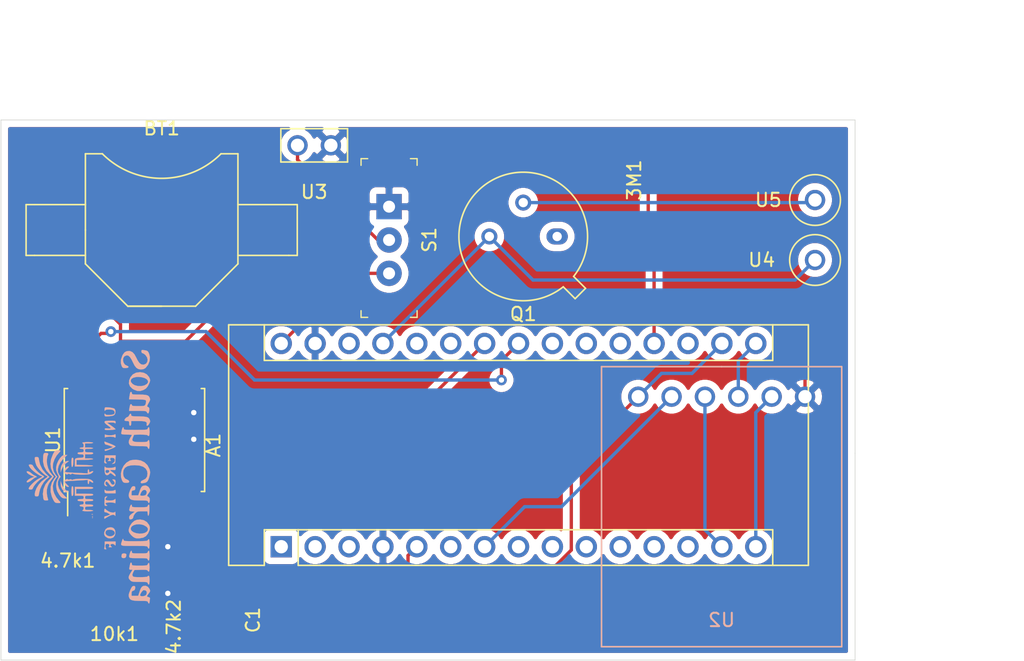
<source format=kicad_pcb>
(kicad_pcb (version 20171130) (host pcbnew "(5.1.12)-1")

  (general
    (thickness 1.6)
    (drawings 7)
    (tracks 129)
    (zones 0)
    (modules 15)
    (nets 36)
  )

  (page A4)
  (layers
    (0 F.Cu signal)
    (31 B.Cu signal)
    (32 B.Adhes user)
    (33 F.Adhes user)
    (34 B.Paste user)
    (35 F.Paste user)
    (36 B.SilkS user)
    (37 F.SilkS user)
    (38 B.Mask user)
    (39 F.Mask user)
    (40 Dwgs.User user)
    (41 Cmts.User user)
    (42 Eco1.User user)
    (43 Eco2.User user)
    (44 Edge.Cuts user)
    (45 Margin user)
    (46 B.CrtYd user)
    (47 F.CrtYd user)
    (48 B.Fab user)
    (49 F.Fab user)
  )

  (setup
    (last_trace_width 0.25)
    (trace_clearance 0.2)
    (zone_clearance 0.508)
    (zone_45_only no)
    (trace_min 0.2)
    (via_size 0.8)
    (via_drill 0.4)
    (via_min_size 0.4)
    (via_min_drill 0.3)
    (uvia_size 0.3)
    (uvia_drill 0.1)
    (uvias_allowed no)
    (uvia_min_size 0.2)
    (uvia_min_drill 0.1)
    (edge_width 0.05)
    (segment_width 0.2)
    (pcb_text_width 0.3)
    (pcb_text_size 1.5 1.5)
    (mod_edge_width 0.12)
    (mod_text_size 1 1)
    (mod_text_width 0.15)
    (pad_size 1.524 1.524)
    (pad_drill 0.762)
    (pad_to_mask_clearance 0)
    (aux_axis_origin 0 0)
    (visible_elements 7FFFFFFF)
    (pcbplotparams
      (layerselection 0x010fc_ffffffff)
      (usegerberextensions false)
      (usegerberattributes true)
      (usegerberadvancedattributes true)
      (creategerberjobfile true)
      (excludeedgelayer true)
      (linewidth 0.100000)
      (plotframeref false)
      (viasonmask false)
      (mode 1)
      (useauxorigin false)
      (hpglpennumber 1)
      (hpglpenspeed 20)
      (hpglpendiameter 15.000000)
      (psnegative false)
      (psa4output false)
      (plotreference true)
      (plotvalue true)
      (plotinvisibletext false)
      (padsonsilk false)
      (subtractmaskfromsilk false)
      (outputformat 1)
      (mirror false)
      (drillshape 1)
      (scaleselection 1)
      (outputdirectory ""))
  )

  (net 0 "")
  (net 1 "Net-(10k1-Pad2)")
  (net 2 "Net-(10k1-Pad1)")
  (net 3 "Net-(4.7k1-Pad2)")
  (net 4 "Net-(4.7k2-Pad2)")
  (net 5 "Net-(A1-Pad19)")
  (net 6 GND)
  (net 7 "Net-(A1-Pad7)")
  (net 8 "Net-(A1-Pad27)")
  (net 9 "Net-(A1-Pad14)")
  (net 10 "Net-(A1-Pad30)")
  (net 11 "Net-(A1-Pad15)")
  (net 12 "Net-(A1-Pad16)")
  (net 13 "Net-(Q1-Pad2)")
  (net 14 "Net-(S1-Pad2)")
  (net 15 "Net-(3M1-Pad1)")
  (net 16 "Net-(A1-Pad1)")
  (net 17 "Net-(A1-Pad2)")
  (net 18 "Net-(A1-Pad18)")
  (net 19 "Net-(A1-Pad3)")
  (net 20 "Net-(A1-Pad20)")
  (net 21 "Net-(A1-Pad21)")
  (net 22 "Net-(A1-Pad6)")
  (net 23 "Net-(A1-Pad22)")
  (net 24 "Net-(A1-Pad8)")
  (net 25 "Net-(A1-Pad9)")
  (net 26 "Net-(A1-Pad25)")
  (net 27 "Net-(A1-Pad10)")
  (net 28 "Net-(A1-Pad26)")
  (net 29 "Net-(A1-Pad11)")
  (net 30 "Net-(A1-Pad12)")
  (net 31 "Net-(A1-Pad28)")
  (net 32 "Net-(A1-Pad13)")
  (net 33 "Net-(BT1-Pad1)")
  (net 34 "Net-(U1-Pad1)")
  (net 35 "Net-(U1-Pad4)")

  (net_class Default "This is the default net class."
    (clearance 0.2)
    (trace_width 0.25)
    (via_dia 0.8)
    (via_drill 0.4)
    (uvia_dia 0.3)
    (uvia_drill 0.1)
    (add_net GND)
    (add_net "Net-(10k1-Pad1)")
    (add_net "Net-(10k1-Pad2)")
    (add_net "Net-(3M1-Pad1)")
    (add_net "Net-(4.7k1-Pad2)")
    (add_net "Net-(4.7k2-Pad2)")
    (add_net "Net-(A1-Pad1)")
    (add_net "Net-(A1-Pad10)")
    (add_net "Net-(A1-Pad11)")
    (add_net "Net-(A1-Pad12)")
    (add_net "Net-(A1-Pad13)")
    (add_net "Net-(A1-Pad14)")
    (add_net "Net-(A1-Pad15)")
    (add_net "Net-(A1-Pad16)")
    (add_net "Net-(A1-Pad18)")
    (add_net "Net-(A1-Pad19)")
    (add_net "Net-(A1-Pad2)")
    (add_net "Net-(A1-Pad20)")
    (add_net "Net-(A1-Pad21)")
    (add_net "Net-(A1-Pad22)")
    (add_net "Net-(A1-Pad25)")
    (add_net "Net-(A1-Pad26)")
    (add_net "Net-(A1-Pad27)")
    (add_net "Net-(A1-Pad28)")
    (add_net "Net-(A1-Pad3)")
    (add_net "Net-(A1-Pad30)")
    (add_net "Net-(A1-Pad6)")
    (add_net "Net-(A1-Pad7)")
    (add_net "Net-(A1-Pad8)")
    (add_net "Net-(A1-Pad9)")
    (add_net "Net-(BT1-Pad1)")
    (add_net "Net-(Q1-Pad2)")
    (add_net "Net-(S1-Pad2)")
    (add_net "Net-(U1-Pad1)")
    (add_net "Net-(U1-Pad4)")
  )

  (module ARTS-Lab:uofsc_logo_0_75in (layer B.Cu) (tedit 0) (tstamp 62174D01)
    (at 124 113.75 270)
    (fp_text reference G*** (at 0 0 270) (layer B.SilkS) hide
      (effects (font (size 1.524 1.524) (thickness 0.3)) (justify mirror))
    )
    (fp_text value LOGO (at 0.75 0 270) (layer B.SilkS) hide
      (effects (font (size 1.524 1.524) (thickness 0.3)) (justify mirror))
    )
    (fp_poly (pts (xy -8.30972 -2.539753) (xy -8.205442 -2.593343) (xy -8.157551 -2.663538) (xy -8.144587 -2.788147)
      (xy -8.144289 -2.831225) (xy -8.163295 -2.978781) (xy -8.209556 -3.053998) (xy -8.266937 -3.04855)
      (xy -8.319302 -2.95411) (xy -8.327292 -2.925666) (xy -8.406961 -2.785226) (xy -8.545422 -2.68849)
      (xy -8.712252 -2.642606) (xy -8.877031 -2.654723) (xy -9.009338 -2.73199) (xy -9.032184 -2.760023)
      (xy -9.098533 -2.902979) (xy -9.082195 -3.033665) (xy -8.978217 -3.159004) (xy -8.78165 -3.285916)
      (xy -8.590553 -3.377536) (xy -8.334413 -3.507737) (xy -8.166366 -3.64015) (xy -8.073438 -3.789181)
      (xy -8.042652 -3.969238) (xy -8.042485 -3.986045) (xy -8.065664 -4.177268) (xy -8.145322 -4.320097)
      (xy -8.162746 -4.339747) (xy -8.394002 -4.523287) (xy -8.664733 -4.631821) (xy -8.948423 -4.658302)
      (xy -9.181424 -4.610488) (xy -9.335053 -4.547139) (xy -9.419549 -4.479709) (xy -9.463009 -4.37394)
      (xy -9.48728 -4.237575) (xy -9.503271 -4.102521) (xy -9.488773 -4.039916) (xy -9.431583 -4.02206)
      (xy -9.391985 -4.021242) (xy -9.287882 -4.048674) (xy -9.264128 -4.10151) (xy -9.230239 -4.186253)
      (xy -9.145852 -4.298346) (xy -9.115339 -4.330568) (xy -8.947338 -4.446921) (xy -8.770157 -4.487935)
      (xy -8.606057 -4.45951) (xy -8.477301 -4.367548) (xy -8.40615 -4.217949) (xy -8.398798 -4.140636)
      (xy -8.433084 -3.992947) (xy -8.542539 -3.859534) (xy -8.73706 -3.73082) (xy -8.908329 -3.647569)
      (xy -9.171093 -3.505192) (xy -9.338842 -3.351408) (xy -9.41828 -3.179008) (xy -9.427014 -3.08975)
      (xy -9.403456 -2.897593) (xy -9.321001 -2.75457) (xy -9.161977 -2.635646) (xy -9.074109 -2.58977)
      (xy -8.77493 -2.488791) (xy -8.492283 -2.486553) (xy -8.30972 -2.539753)) (layer B.SilkS) (width 0.01))
    (fp_poly (pts (xy -6.776045 -3.166116) (xy -6.601744 -3.337029) (xy -6.528157 -3.459382) (xy -6.435137 -3.704151)
      (xy -6.425628 -3.927191) (xy -6.499169 -4.164325) (xy -6.518511 -4.20576) (xy -6.617628 -4.363348)
      (xy -6.756436 -4.481188) (xy -6.884818 -4.552693) (xy -7.070432 -4.638401) (xy -7.203466 -4.674201)
      (xy -7.318802 -4.662279) (xy -7.451323 -4.604821) (xy -7.479427 -4.589954) (xy -7.667973 -4.433357)
      (xy -7.790509 -4.20899) (xy -7.838505 -3.933108) (xy -7.838878 -3.904979) (xy -7.819904 -3.775233)
      (xy -7.482565 -3.775233) (xy -7.460776 -4.037178) (xy -7.40131 -4.253782) (xy -7.31302 -4.413976)
      (xy -7.20476 -4.506691) (xy -7.085383 -4.52086) (xy -6.963742 -4.445415) (xy -6.954444 -4.43547)
      (xy -6.844919 -4.246182) (xy -6.793393 -4.006983) (xy -6.799765 -3.751561) (xy -6.863933 -3.513602)
      (xy -6.957689 -3.357401) (xy -7.096517 -3.241315) (xy -7.227607 -3.219128) (xy -7.341059 -3.282957)
      (xy -7.426971 -3.424921) (xy -7.475442 -3.637138) (xy -7.482565 -3.775233) (xy -7.819904 -3.775233)
      (xy -7.796018 -3.611903) (xy -7.669491 -3.376093) (xy -7.462374 -3.201528) (xy -7.218426 -3.102416)
      (xy -6.984623 -3.086351) (xy -6.776045 -3.166116)) (layer B.SilkS) (width 0.01))
    (fp_poly (pts (xy -4.937475 -3.732986) (xy -4.936246 -4.000459) (xy -4.930808 -4.184092) (xy -4.918532 -4.301834)
      (xy -4.896791 -4.371636) (xy -4.862958 -4.411449) (xy -4.835672 -4.428457) (xy -4.747358 -4.495384)
      (xy -4.758368 -4.549739) (xy -4.869562 -4.592944) (xy -4.943774 -4.607677) (xy -5.100168 -4.619716)
      (xy -5.192982 -4.579008) (xy -5.253041 -4.470904) (xy -5.257462 -4.458599) (xy -5.305819 -4.455925)
      (xy -5.412803 -4.498392) (xy -5.504545 -4.547677) (xy -5.654818 -4.632047) (xy -5.753739 -4.6697)
      (xy -5.836551 -4.667447) (xy -5.938497 -4.632096) (xy -5.939458 -4.631708) (xy -6.030907 -4.577239)
      (xy -6.093893 -4.489045) (xy -6.133122 -4.35031) (xy -6.153295 -4.144222) (xy -6.159116 -3.853965)
      (xy -6.159118 -3.846432) (xy -6.16038 -3.607121) (xy -6.16643 -3.45166) (xy -6.180665 -3.362103)
      (xy -6.206482 -3.320506) (xy -6.247276 -3.308926) (xy -6.260922 -3.308617) (xy -6.345542 -3.282409)
      (xy -6.359648 -3.225749) (xy -6.324549 -3.189323) (xy -6.255101 -3.168406) (xy -6.12261 -3.142196)
      (xy -6.046201 -3.129879) (xy -5.806028 -3.093934) (xy -5.791692 -3.723019) (xy -5.785045 -3.98499)
      (xy -5.776817 -4.162357) (xy -5.76338 -4.272295) (xy -5.741109 -4.331983) (xy -5.706377 -4.358598)
      (xy -5.655556 -4.369319) (xy -5.655229 -4.369365) (xy -5.514617 -4.358666) (xy -5.413446 -4.322587)
      (xy -5.357277 -4.285799) (xy -5.322108 -4.233877) (xy -5.303059 -4.144834) (xy -5.295246 -3.996682)
      (xy -5.293788 -3.783583) (xy -5.296598 -3.555423) (xy -5.306871 -3.411781) (xy -5.327367 -3.335479)
      (xy -5.360848 -3.309341) (xy -5.370141 -3.308617) (xy -5.438729 -3.276326) (xy -5.432071 -3.211609)
      (xy -5.403462 -3.186226) (xy -5.329589 -3.162067) (xy -5.197392 -3.134062) (xy -5.148953 -3.125815)
      (xy -4.937475 -3.091998) (xy -4.937475 -3.732986)) (layer B.SilkS) (width 0.01))
    (fp_poly (pts (xy -4.192819 -2.794066) (xy -4.1742 -2.909389) (xy -4.173948 -2.926853) (xy -4.166068 -3.046259)
      (xy -4.121612 -3.095229) (xy -4.009352 -3.104987) (xy -3.995792 -3.10501) (xy -3.864024 -3.121567)
      (xy -3.817958 -3.174408) (xy -3.817635 -3.181362) (xy -3.856269 -3.237834) (xy -3.979566 -3.257577)
      (xy -3.995792 -3.257715) (xy -4.173948 -3.257715) (xy -4.173948 -3.785951) (xy -4.167807 -4.066238)
      (xy -4.146097 -4.257446) (xy -4.103892 -4.371741) (xy -4.036266 -4.421292) (xy -3.93829 -4.418266)
      (xy -3.91971 -4.413779) (xy -3.835335 -4.413532) (xy -3.819131 -4.460581) (xy -3.865385 -4.532185)
      (xy -3.967813 -4.605306) (xy -4.0942 -4.664503) (xy -4.18212 -4.675302) (xy -4.281751 -4.639369)
      (xy -4.326391 -4.617215) (xy -4.401396 -4.563877) (xy -4.454706 -4.481088) (xy -4.490071 -4.352488)
      (xy -4.511243 -4.161713) (xy -4.52197 -3.892404) (xy -4.524238 -3.754008) (xy -4.52853 -3.525669)
      (xy -4.537403 -3.380501) (xy -4.554905 -3.299874) (xy -4.585084 -3.265156) (xy -4.631987 -3.257715)
      (xy -4.632064 -3.257715) (xy -4.718772 -3.235262) (xy -4.721762 -3.182559) (xy -4.644699 -3.121589)
      (xy -4.606613 -3.10501) (xy -4.511948 -3.045765) (xy -4.479359 -2.986904) (xy -4.440078 -2.895905)
      (xy -4.350381 -2.803602) (xy -4.252488 -2.750911) (xy -4.233567 -2.748697) (xy -4.192819 -2.794066)) (layer B.SilkS) (width 0.01))
    (fp_poly (pts (xy 0.030924 -2.494155) (xy 0.267234 -2.567164) (xy 0.387266 -2.633662) (xy 0.44243 -2.706677)
      (xy 0.457627 -2.827248) (xy 0.458116 -2.881751) (xy 0.450618 -3.023511) (xy 0.420833 -3.089466)
      (xy 0.361831 -3.10501) (xy 0.271513 -3.05898) (xy 0.23396 -2.979164) (xy 0.141864 -2.797923)
      (xy -0.022336 -2.685595) (xy -0.251733 -2.646894) (xy -0.252781 -2.646893) (xy -0.488595 -2.681042)
      (xy -0.66416 -2.78673) (xy -0.782884 -2.968821) (xy -0.848173 -3.232179) (xy -0.864213 -3.519917)
      (xy -0.834488 -3.876721) (xy -0.748458 -4.152567) (xy -0.607288 -4.345697) (xy -0.41214 -4.454355)
      (xy -0.229058 -4.479358) (xy -0.003529 -4.443601) (xy 0.155792 -4.332677) (xy 0.254561 -4.148339)
      (xy 0.323899 -4.012623) (xy 0.411763 -3.97034) (xy 0.471858 -3.982384) (xy 0.492603 -4.036284)
      (xy 0.482175 -4.158696) (xy 0.478122 -4.186673) (xy 0.439917 -4.345581) (xy 0.367101 -4.454954)
      (xy 0.237528 -4.535615) (xy 0.029822 -4.608157) (xy -0.186827 -4.662451) (xy -0.354225 -4.674181)
      (xy -0.515166 -4.644277) (xy -0.585371 -4.62155) (xy -0.865501 -4.473458) (xy -1.078089 -4.254143)
      (xy -1.215897 -3.974401) (xy -1.271691 -3.645026) (xy -1.272545 -3.596322) (xy -1.260106 -3.400983)
      (xy -1.228298 -3.22036) (xy -1.203319 -3.141551) (xy -1.048026 -2.894888) (xy -0.824286 -2.697962)
      (xy -0.554768 -2.559629) (xy -0.262142 -2.488741) (xy 0.030924 -2.494155)) (layer B.SilkS) (width 0.01))
    (fp_poly (pts (xy 1.461964 -3.078522) (xy 1.587009 -3.115449) (xy 1.675338 -3.1824) (xy 1.732919 -3.294908)
      (xy 1.765721 -3.468503) (xy 1.779713 -3.718715) (xy 1.781563 -3.910079) (xy 1.782851 -4.161039)
      (xy 1.788751 -4.32835) (xy 1.802312 -4.430154) (xy 1.826584 -4.484591) (xy 1.86462 -4.509806)
      (xy 1.883367 -4.515511) (xy 1.97289 -4.55543) (xy 1.966301 -4.597204) (xy 1.868843 -4.633168)
      (xy 1.794288 -4.645734) (xy 1.619479 -4.638195) (xy 1.506978 -4.555619) (xy 1.461994 -4.462336)
      (xy 1.41584 -4.457606) (xy 1.319492 -4.507077) (xy 1.264472 -4.545907) (xy 1.136373 -4.636863)
      (xy 1.048182 -4.67215) (xy 0.962687 -4.662554) (xy 0.916232 -4.646854) (xy 0.755034 -4.542097)
      (xy 0.671056 -4.384728) (xy 0.662503 -4.306038) (xy 0.673324 -4.201238) (xy 0.987178 -4.201238)
      (xy 0.997605 -4.320175) (xy 1.020063 -4.354547) (xy 1.131469 -4.422956) (xy 1.278893 -4.398752)
      (xy 1.326793 -4.375764) (xy 1.398202 -4.300713) (xy 1.424487 -4.161898) (xy 1.42525 -4.121255)
      (xy 1.422066 -3.987485) (xy 1.395857 -3.932548) (xy 1.321634 -3.942047) (xy 1.199462 -3.991144)
      (xy 1.058396 -4.083596) (xy 0.987178 -4.201238) (xy 0.673324 -4.201238) (xy 0.677226 -4.163459)
      (xy 0.732298 -4.061499) (xy 0.846584 -3.98135) (xy 1.038946 -3.904206) (xy 1.079258 -3.890542)
      (xy 1.399799 -3.783516) (xy 1.399799 -3.283166) (xy 1.221643 -3.283166) (xy 1.099488 -3.293634)
      (xy 1.044935 -3.341074) (xy 1.02738 -3.423146) (xy 0.998154 -3.524687) (xy 0.920257 -3.560517)
      (xy 0.861949 -3.563126) (xy 0.754419 -3.548721) (xy 0.715783 -3.487845) (xy 0.712625 -3.43523)
      (xy 0.728036 -3.356195) (xy 0.788152 -3.290435) (xy 0.913798 -3.219622) (xy 1.00531 -3.177652)
      (xy 1.230076 -3.094665) (xy 1.402266 -3.071963) (xy 1.461964 -3.078522)) (layer B.SilkS) (width 0.01))
    (fp_poly (pts (xy 4.093892 -3.074699) (xy 4.201367 -3.120662) (xy 4.235169 -3.139948) (xy 4.377607 -3.250323)
      (xy 4.507324 -3.392724) (xy 4.521867 -3.413173) (xy 4.592759 -3.538647) (xy 4.623344 -3.667586)
      (xy 4.622977 -3.844436) (xy 4.620546 -3.881946) (xy 4.571697 -4.153331) (xy 4.461195 -4.355051)
      (xy 4.2775 -4.50606) (xy 4.221964 -4.536491) (xy 4.007406 -4.629691) (xy 3.838176 -4.658319)
      (xy 3.683448 -4.625364) (xy 3.617646 -4.595058) (xy 3.402175 -4.430753) (xy 3.264549 -4.20689)
      (xy 3.209737 -3.935) (xy 3.214834 -3.869155) (xy 3.56414 -3.869155) (xy 3.600982 -4.095677)
      (xy 3.640019 -4.208542) (xy 3.749616 -4.403964) (xy 3.872686 -4.504978) (xy 4.0037 -4.509021)
      (xy 4.120207 -4.431296) (xy 4.214933 -4.278749) (xy 4.263348 -4.076334) (xy 4.268743 -3.849953)
      (xy 4.23441 -3.625507) (xy 4.163642 -3.428896) (xy 4.05973 -3.286022) (xy 3.967709 -3.231429)
      (xy 3.82919 -3.231667) (xy 3.713404 -3.313956) (xy 3.62652 -3.459898) (xy 3.574709 -3.651097)
      (xy 3.56414 -3.869155) (xy 3.214834 -3.869155) (xy 3.228513 -3.692474) (xy 3.31312 -3.490734)
      (xy 3.474274 -3.306606) (xy 3.686929 -3.164284) (xy 3.834021 -3.107548) (xy 3.987562 -3.071629)
      (xy 4.093892 -3.074699)) (layer B.SilkS) (width 0.01))
    (fp_poly (pts (xy 8.96694 -3.073691) (xy 9.021315 -3.086531) (xy 9.137296 -3.136105) (xy 9.219045 -3.217988)
      (xy 9.27201 -3.347991) (xy 9.30164 -3.541928) (xy 9.313382 -3.815612) (xy 9.314279 -3.936929)
      (xy 9.31603 -4.181141) (xy 9.322686 -4.342166) (xy 9.337545 -4.438607) (xy 9.363905 -4.489068)
      (xy 9.405063 -4.512153) (xy 9.416833 -4.515511) (xy 9.506046 -4.561344) (xy 9.501928 -4.609367)
      (xy 9.407396 -4.632724) (xy 9.404108 -4.632759) (xy 9.255767 -4.647258) (xy 9.177358 -4.663543)
      (xy 9.088563 -4.665905) (xy 9.041135 -4.594075) (xy 9.03186 -4.561044) (xy 9.002725 -4.467226)
      (xy 8.962746 -4.438173) (xy 8.887916 -4.473385) (xy 8.776036 -4.555711) (xy 8.652254 -4.64418)
      (xy 8.566837 -4.675199) (xy 8.479044 -4.655399) (xy 8.398797 -4.617098) (xy 8.250862 -4.496213)
      (xy 8.178638 -4.336106) (xy 8.190631 -4.194487) (xy 8.500601 -4.194487) (xy 8.534716 -4.346972)
      (xy 8.629461 -4.421769) (xy 8.773436 -4.413133) (xy 8.86026 -4.375764) (xy 8.919036 -4.304038)
      (xy 8.954432 -4.187017) (xy 8.963734 -4.060249) (xy 8.944227 -3.959285) (xy 8.89509 -3.919629)
      (xy 8.795043 -3.948299) (xy 8.672936 -4.017428) (xy 8.564116 -4.102388) (xy 8.503928 -4.178553)
      (xy 8.500601 -4.194487) (xy 8.190631 -4.194487) (xy 8.19319 -4.164274) (xy 8.205138 -4.135771)
      (xy 8.26924 -4.046285) (xy 8.380338 -3.97346) (xy 8.563098 -3.90198) (xy 8.602405 -3.889074)
      (xy 8.933266 -3.782356) (xy 8.933266 -3.283166) (xy 8.757405 -3.283166) (xy 8.631812 -3.296641)
      (xy 8.571044 -3.351528) (xy 8.551797 -3.41042) (xy 8.50272 -3.507032) (xy 8.395303 -3.549084)
      (xy 8.358621 -3.553625) (xy 8.245632 -3.554779) (xy 8.201507 -3.513889) (xy 8.19519 -3.444824)
      (xy 8.209521 -3.371687) (xy 8.265713 -3.309685) (xy 8.383563 -3.242931) (xy 8.525669 -3.179616)
      (xy 8.719368 -3.103819) (xy 8.855739 -3.070524) (xy 8.96694 -3.073691)) (layer B.SilkS) (width 0.01))
    (fp_poly (pts (xy -3.210975 -2.518085) (xy -3.204203 -2.521253) (xy -3.180857 -2.583196) (xy -3.163715 -2.719242)
      (xy -3.156044 -2.901735) (xy -3.155912 -2.929857) (xy -3.152637 -3.111553) (xy -3.143979 -3.245651)
      (xy -3.131689 -3.307173) (xy -3.12937 -3.308617) (xy -3.074853 -3.282922) (xy -2.966872 -3.217767)
      (xy -2.903397 -3.17664) (xy -2.714255 -3.089722) (xy -2.538159 -3.076897) (xy -2.398215 -3.136893)
      (xy -2.34106 -3.207604) (xy -2.320808 -3.29469) (xy -2.304431 -3.458845) (xy -2.293771 -3.675355)
      (xy -2.290581 -3.884704) (xy -2.28931 -4.136654) (xy -2.283481 -4.304889) (xy -2.270075 -4.407483)
      (xy -2.246074 -4.462515) (xy -2.208456 -4.488059) (xy -2.188778 -4.494107) (xy -2.106163 -4.538948)
      (xy -2.086974 -4.576397) (xy -2.135354 -4.608632) (xy -2.271574 -4.627722) (xy -2.417836 -4.632064)
      (xy -2.605735 -4.621967) (xy -2.721355 -4.594888) (xy -2.755563 -4.555649) (xy -2.699222 -4.509069)
      (xy -2.672345 -4.497766) (xy -2.635756 -4.46296) (xy -2.612512 -4.380814) (xy -2.600107 -4.233974)
      (xy -2.596039 -4.005082) (xy -2.595992 -3.96853) (xy -2.602126 -3.686926) (xy -2.624762 -3.495728)
      (xy -2.670255 -3.384046) (xy -2.744959 -3.340988) (xy -2.855227 -3.355665) (xy -2.936116 -3.385559)
      (xy -3.056853 -3.434126) (xy -3.12997 -3.460009) (xy -3.136677 -3.461322) (xy -3.144752 -3.508631)
      (xy -3.151157 -3.63619) (xy -3.155079 -3.822451) (xy -3.155912 -3.97034) (xy -3.151073 -4.206805)
      (xy -3.137532 -4.377765) (xy -3.116758 -4.468554) (xy -3.10501 -4.479358) (xy -3.059851 -4.520587)
      (xy -3.054108 -4.555711) (xy -3.076197 -4.598538) (xy -3.155124 -4.622342) (xy -3.309881 -4.631505)
      (xy -3.38497 -4.632064) (xy -3.576564 -4.623924) (xy -3.690026 -4.601005) (xy -3.715832 -4.576397)
      (xy -3.673337 -4.520109) (xy -3.614028 -4.494107) (xy -3.577244 -4.479412) (xy -3.550572 -4.447827)
      (xy -3.532393 -4.384857) (xy -3.521088 -4.276006) (xy -3.515039 -4.106779) (xy -3.512626 -3.86268)
      (xy -3.512225 -3.58264) (xy -3.512738 -3.26332) (xy -3.515355 -3.03174) (xy -3.521694 -2.87384)
      (xy -3.533373 -2.775558) (xy -3.55201 -2.722832) (xy -3.579223 -2.7016) (xy -3.614028 -2.697795)
      (xy -3.69678 -2.678986) (xy -3.715832 -2.652936) (xy -3.671413 -2.614871) (xy -3.562381 -2.573001)
      (xy -3.425073 -2.536678) (xy -3.295825 -2.515255) (xy -3.210975 -2.518085)) (layer B.SilkS) (width 0.01))
    (fp_poly (pts (xy 3.174884 -3.127532) (xy 3.206813 -3.177199) (xy 3.174137 -3.327789) (xy 3.081133 -3.403388)
      (xy 3.028594 -3.41042) (xy 2.918828 -3.444056) (xy 2.788983 -3.527809) (xy 2.75408 -3.558097)
      (xy 2.672991 -3.640568) (xy 2.625733 -3.719573) (xy 2.603224 -3.825632) (xy 2.59638 -3.989268)
      (xy 2.595992 -4.089341) (xy 2.595992 -4.472908) (xy 2.761423 -4.488859) (xy 2.893458 -4.511171)
      (xy 2.933597 -4.539971) (xy 2.891114 -4.570427) (xy 2.775286 -4.597708) (xy 2.595388 -4.616986)
      (xy 2.506914 -4.621397) (xy 2.27298 -4.623647) (xy 2.134697 -4.6101) (xy 2.087066 -4.580246)
      (xy 2.086974 -4.578455) (xy 2.129492 -4.520482) (xy 2.188777 -4.494107) (xy 2.232838 -4.475266)
      (xy 2.261989 -4.434129) (xy 2.279275 -4.352565) (xy 2.287743 -4.212442) (xy 2.290437 -3.995629)
      (xy 2.290581 -3.888051) (xy 2.289481 -3.638037) (xy 2.284153 -3.472511) (xy 2.271557 -3.374164)
      (xy 2.248652 -3.325688) (xy 2.212395 -3.309773) (xy 2.188777 -3.308617) (xy 2.100101 -3.291484)
      (xy 2.096889 -3.249682) (xy 2.170596 -3.197604) (xy 2.277855 -3.158588) (xy 2.446187 -3.117438)
      (xy 2.541198 -3.119695) (xy 2.586176 -3.176664) (xy 2.604411 -3.299651) (xy 2.60579 -3.31778)
      (xy 2.621443 -3.53055) (xy 2.768345 -3.31778) (xy 2.877776 -3.180929) (xy 2.976032 -3.117219)
      (xy 3.061031 -3.10501) (xy 3.174884 -3.127532)) (layer B.SilkS) (width 0.01))
    (fp_poly (pts (xy 5.103843 -2.504332) (xy 5.148772 -2.549355) (xy 5.175246 -2.646915) (xy 5.188077 -2.808496)
      (xy 5.192076 -3.04558) (xy 5.192055 -3.369651) (xy 5.191984 -3.480836) (xy 5.192463 -3.821022)
      (xy 5.194817 -4.073096) (xy 5.200423 -4.250751) (xy 5.210654 -4.367679) (xy 5.226888 -4.437569)
      (xy 5.250499 -4.474115) (xy 5.282864 -4.491007) (xy 5.293787 -4.494107) (xy 5.376402 -4.538948)
      (xy 5.395591 -4.576397) (xy 5.34684 -4.608106) (xy 5.208011 -4.627137) (xy 5.039278 -4.632064)
      (xy 4.849504 -4.625049) (xy 4.724452 -4.605879) (xy 4.682966 -4.579564) (xy 4.723643 -4.517579)
      (xy 4.759318 -4.497766) (xy 4.787636 -4.472122) (xy 4.808189 -4.411111) (xy 4.822123 -4.301106)
      (xy 4.830581 -4.12848) (xy 4.83471 -3.879607) (xy 4.835671 -3.589068) (xy 4.83527 -3.270918)
      (xy 4.832839 -3.03984) (xy 4.826535 -2.881103) (xy 4.814516 -2.779977) (xy 4.794938 -2.721728)
      (xy 4.765959 -2.691628) (xy 4.725737 -2.674944) (xy 4.721142 -2.673483) (xy 4.659768 -2.647759)
      (xy 4.671879 -2.622023) (xy 4.768171 -2.583806) (xy 4.81022 -2.569654) (xy 4.939379 -2.525965)
      (xy 5.035649 -2.500363) (xy 5.103843 -2.504332)) (layer B.SilkS) (width 0.01))
    (fp_poly (pts (xy 6.049928 -3.125197) (xy 6.086881 -3.197697) (xy 6.103663 -3.334369) (xy 6.108161 -3.548627)
      (xy 6.108216 -3.786247) (xy 6.10905 -4.061396) (xy 6.113232 -4.251458) (xy 6.123282 -4.373147)
      (xy 6.14172 -4.443175) (xy 6.171065 -4.478256) (xy 6.213838 -4.495104) (xy 6.215141 -4.495446)
      (xy 6.285932 -4.537653) (xy 6.28849 -4.577736) (xy 6.225064 -4.606592) (xy 6.097515 -4.624634)
      (xy 5.936374 -4.63192) (xy 5.772173 -4.628503) (xy 5.635444 -4.61444) (xy 5.55672 -4.589784)
      (xy 5.548296 -4.576397) (xy 5.590791 -4.520109) (xy 5.6501 -4.494107) (xy 5.694161 -4.475266)
      (xy 5.723311 -4.434129) (xy 5.740598 -4.352565) (xy 5.749065 -4.212442) (xy 5.75176 -3.995629)
      (xy 5.751904 -3.888051) (xy 5.750804 -3.638037) (xy 5.745476 -3.472511) (xy 5.73288 -3.374164)
      (xy 5.709974 -3.325688) (xy 5.673718 -3.309773) (xy 5.6501 -3.308617) (xy 5.561424 -3.291484)
      (xy 5.558212 -3.249682) (xy 5.631919 -3.197604) (xy 5.739178 -3.158588) (xy 5.883964 -3.119056)
      (xy 5.984918 -3.103454) (xy 6.049928 -3.125197)) (layer B.SilkS) (width 0.01))
    (fp_poly (pts (xy 7.647265 -3.085608) (xy 7.754732 -3.16906) (xy 7.764839 -3.179049) (xy 7.818939 -3.239272)
      (xy 7.854672 -3.305132) (xy 7.875825 -3.398055) (xy 7.886186 -3.539466) (xy 7.889543 -3.750791)
      (xy 7.889779 -3.885737) (xy 7.891056 -4.13743) (xy 7.896902 -4.305424) (xy 7.910348 -4.407813)
      (xy 7.93442 -4.46269) (xy 7.972145 -4.488148) (xy 7.991583 -4.494107) (xy 8.074198 -4.538948)
      (xy 8.093387 -4.576397) (xy 8.045007 -4.608632) (xy 7.908787 -4.627722) (xy 7.762525 -4.632064)
      (xy 7.576939 -4.626966) (xy 7.47379 -4.608753) (xy 7.434086 -4.573039) (xy 7.431663 -4.555711)
      (xy 7.459149 -4.487973) (xy 7.482565 -4.479358) (xy 7.505888 -4.430828) (xy 7.522848 -4.294473)
      (xy 7.532121 -4.084148) (xy 7.533467 -3.94668) (xy 7.531419 -3.70391) (xy 7.523167 -3.54331)
      (xy 7.505547 -3.445294) (xy 7.475396 -3.390273) (xy 7.439306 -3.363609) (xy 7.336256 -3.344281)
      (xy 7.198237 -3.392299) (xy 7.172072 -3.405892) (xy 6.998998 -3.498569) (xy 6.984236 -3.973075)
      (xy 6.980145 -4.205791) (xy 6.986889 -4.356345) (xy 7.006833 -4.444024) (xy 7.042347 -4.488118)
      (xy 7.047863 -4.49145) (xy 7.122063 -4.552953) (xy 7.097888 -4.597695) (xy 6.977577 -4.624427)
      (xy 6.795391 -4.632064) (xy 6.603797 -4.623924) (xy 6.490334 -4.601005) (xy 6.464529 -4.576397)
      (xy 6.507024 -4.520109) (xy 6.566332 -4.494107) (xy 6.610393 -4.475266) (xy 6.639544 -4.434129)
      (xy 6.65683 -4.352565) (xy 6.665298 -4.212442) (xy 6.667992 -3.995629) (xy 6.668136 -3.888051)
      (xy 6.666954 -3.637812) (xy 6.661447 -3.472106) (xy 6.648671 -3.373674) (xy 6.625684 -3.325253)
      (xy 6.589541 -3.309584) (xy 6.569337 -3.308617) (xy 6.473101 -3.287011) (xy 6.441343 -3.26138)
      (xy 6.442494 -3.222646) (xy 6.508116 -3.188069) (xy 6.652366 -3.152095) (xy 6.782665 -3.12751)
      (xy 6.906818 -3.111017) (xy 6.960681 -3.131478) (xy 6.973383 -3.203943) (xy 6.973547 -3.226129)
      (xy 6.973547 -3.358578) (xy 7.22096 -3.206343) (xy 7.406567 -3.102935) (xy 7.539939 -3.063128)
      (xy 7.647265 -3.085608)) (layer B.SilkS) (width 0.01))
    (fp_poly (pts (xy 6.089593 -2.584665) (xy 6.108216 -2.6961) (xy 6.08186 -2.814533) (xy 5.993687 -2.86932)
      (xy 5.878131 -2.896307) (xy 5.81928 -2.89266) (xy 5.785838 -2.867468) (xy 5.76056 -2.795919)
      (xy 5.751904 -2.695246) (xy 5.776623 -2.583433) (xy 5.864661 -2.535424) (xy 5.868354 -2.534697)
      (xy 6.014684 -2.527653) (xy 6.089593 -2.584665)) (layer B.SilkS) (width 0.01))
    (fp_poly (pts (xy -4.61849 -1.257816) (xy -4.557123 -1.276379) (xy -4.52551 -1.318385) (xy -4.517644 -1.408183)
      (xy -4.527517 -1.570121) (xy -4.531011 -1.612342) (xy -4.557677 -1.82023) (xy -4.599516 -1.948997)
      (xy -4.656117 -2.015893) (xy -4.801558 -2.076601) (xy -4.958486 -2.07682) (xy -5.082675 -2.017799)
      (xy -5.096117 -2.003467) (xy -5.137008 -1.910109) (xy -5.172822 -1.752495) (xy -5.192246 -1.600283)
      (xy -5.204998 -1.42628) (xy -5.200691 -1.328863) (xy -5.171004 -1.283187) (xy -5.107618 -1.26441)
      (xy -5.078273 -1.259939) (xy -4.977048 -1.257989) (xy -4.937475 -1.281361) (xy -4.97646 -1.322274)
      (xy -4.988377 -1.323447) (xy -5.018001 -1.368565) (xy -5.034654 -1.482168) (xy -5.037182 -1.631621)
      (xy -5.024434 -1.784294) (xy -5.007637 -1.868955) (xy -4.937642 -1.976457) (xy -4.825867 -2.021082)
      (xy -4.711903 -1.987845) (xy -4.705974 -1.983143) (xy -4.668502 -1.9085) (xy -4.643191 -1.777416)
      (xy -4.631147 -1.62164) (xy -4.633478 -1.472922) (xy -4.651292 -1.36301) (xy -4.682966 -1.323447)
      (xy -4.732439 -1.289908) (xy -4.733868 -1.279603) (xy -4.691937 -1.253872) (xy -4.61849 -1.257816)) (layer B.SilkS) (width 0.01))
    (fp_poly (pts (xy -4.035867 -1.276426) (xy -3.932093 -1.379446) (xy -3.832832 -1.513498) (xy -3.720527 -1.663308)
      (xy -3.649604 -1.720758) (xy -3.615548 -1.68436) (xy -3.613843 -1.552626) (xy -3.624382 -1.444764)
      (xy -3.626464 -1.322559) (xy -3.588835 -1.275274) (xy -3.565631 -1.272425) (xy -3.526334 -1.287771)
      (xy -3.504749 -1.346678) (xy -3.497958 -1.468226) (xy -3.503046 -1.671495) (xy -3.503375 -1.67964)
      (xy -3.515647 -1.868781) (xy -3.533579 -2.01122) (xy -3.553846 -2.082873) (xy -3.559627 -2.086974)
      (xy -3.605785 -2.04822) (xy -3.691906 -1.945669) (xy -3.800967 -1.799882) (xy -3.822986 -1.768837)
      (xy -4.046694 -1.450701) (xy -4.062353 -1.725843) (xy -4.060354 -1.924433) (xy -4.025896 -2.030309)
      (xy -4.011452 -2.0432) (xy -3.991752 -2.075127) (xy -4.06961 -2.086175) (xy -4.072145 -2.086194)
      (xy -4.135416 -2.08223) (xy -4.173223 -2.055515) (xy -4.19212 -1.985254) (xy -4.19866 -1.850649)
      (xy -4.199399 -1.682368) (xy -4.196001 -1.474664) (xy -4.183014 -1.347948) (xy -4.156247 -1.281546)
      (xy -4.112792 -1.255115) (xy -4.035867 -1.276426)) (layer B.SilkS) (width 0.01))
    (fp_poly (pts (xy -2.954759 -1.286595) (xy -2.930898 -1.301517) (xy -2.939579 -1.306256) (xy -2.975509 -1.368544)
      (xy -2.996858 -1.498478) (xy -3.003509 -1.662929) (xy -2.995344 -1.828772) (xy -2.972247 -1.962881)
      (xy -2.942124 -2.025891) (xy -2.921865 -2.067326) (xy -2.981732 -2.084858) (xy -3.054108 -2.086974)
      (xy -3.164033 -2.0795) (xy -3.18639 -2.052183) (xy -3.166092 -2.025891) (xy -3.130678 -1.942449)
      (xy -3.110292 -1.800141) (xy -3.104817 -1.632095) (xy -3.114137 -1.471436) (xy -3.138133 -1.351291)
      (xy -3.168637 -1.306256) (xy -3.167714 -1.289791) (xy -3.0859 -1.281023) (xy -3.054108 -1.280582)
      (xy -2.954759 -1.286595)) (layer B.SilkS) (width 0.01))
    (fp_poly (pts (xy -2.530141 -1.258079) (xy -2.437547 -1.300212) (xy -2.409352 -1.349103) (xy -2.392104 -1.433764)
      (xy -2.348196 -1.573236) (xy -2.317435 -1.657721) (xy -2.225517 -1.898404) (xy -2.130558 -1.649101)
      (xy -2.08079 -1.495696) (xy -2.057446 -1.376234) (xy -2.059689 -1.336172) (xy -2.040208 -1.28332)
      (xy -1.991132 -1.272545) (xy -1.949508 -1.280858) (xy -1.936382 -1.3179) (xy -1.954671 -1.401823)
      (xy -2.007293 -1.55078) (xy -2.056357 -1.678404) (xy -2.133501 -1.862269) (xy -2.203261 -2.003041)
      (xy -2.254233 -2.078603) (xy -2.266341 -2.085619) (xy -2.307199 -2.04202) (xy -2.370476 -1.924754)
      (xy -2.444635 -1.756123) (xy -2.469728 -1.692485) (xy -2.541101 -1.507212) (xy -2.598327 -1.360242)
      (xy -2.631838 -1.276095) (xy -2.635966 -1.266492) (xy -2.605854 -1.250714) (xy -2.530141 -1.258079)) (layer B.SilkS) (width 0.01))
    (fp_poly (pts (xy -1.046338 -1.2454) (xy -1.004361 -1.319343) (xy -1.000312 -1.402668) (xy -1.022802 -1.42525)
      (xy -1.067629 -1.386375) (xy -1.068938 -1.374348) (xy -1.113685 -1.340704) (xy -1.223714 -1.323886)
      (xy -1.247094 -1.323447) (xy -1.367732 -1.333113) (xy -1.417088 -1.375949) (xy -1.425251 -1.447697)
      (xy -1.399337 -1.568249) (xy -1.335643 -1.612951) (xy -1.25524 -1.570143) (xy -1.239372 -1.550552)
      (xy -1.194031 -1.498358) (xy -1.175998 -1.521487) (xy -1.17476 -1.631854) (xy -1.183459 -1.729793)
      (xy -1.199942 -1.751763) (xy -1.204453 -1.743386) (xy -1.270459 -1.690593) (xy -1.330914 -1.679759)
      (xy -1.399514 -1.697814) (xy -1.41993 -1.770692) (xy -1.41575 -1.84519) (xy -1.388751 -1.96442)
      (xy -1.320997 -2.015817) (xy -1.264742 -2.026252) (xy -1.126377 -2.002255) (xy -1.044916 -1.924449)
      (xy -0.960148 -1.807014) (xy -0.976367 -1.934268) (xy -0.993824 -2.005509) (xy -1.039911 -2.045688)
      (xy -1.139799 -2.065924) (xy -1.297996 -2.076347) (xy -1.603407 -2.091171) (xy -1.603407 -1.272545)
      (xy -1.425251 -1.27185) (xy -1.269642 -1.263066) (xy -1.141654 -1.242845) (xy -1.139575 -1.242295)
      (xy -1.046338 -1.2454)) (layer B.SilkS) (width 0.01))
    (fp_poly (pts (xy -0.463655 -1.260886) (xy -0.319264 -1.279809) (xy -0.208244 -1.308371) (xy -0.174515 -1.326469)
      (xy -0.107054 -1.431512) (xy -0.139146 -1.546525) (xy -0.200817 -1.612828) (xy -0.256617 -1.66767)
      (xy -0.264742 -1.719156) (xy -0.219281 -1.797231) (xy -0.145638 -1.89229) (xy -0.058165 -2.008104)
      (xy -0.031593 -2.06608) (xy -0.060462 -2.085586) (xy -0.090762 -2.086974) (xy -0.184612 -2.043534)
      (xy -0.29406 -1.92709) (xy -0.32482 -1.883366) (xy -0.409291 -1.764352) (xy -0.472337 -1.691025)
      (xy -0.489636 -1.679759) (xy -0.504138 -1.724638) (xy -0.503934 -1.836834) (xy -0.500294 -1.883366)
      (xy -0.492939 -2.013462) (xy -0.516937 -2.071519) (xy -0.591094 -2.086527) (xy -0.632383 -2.086974)
      (xy -0.7307 -2.07852) (xy -0.741075 -2.047354) (xy -0.722806 -2.025891) (xy -0.69175 -1.9502)
      (xy -0.671576 -1.816545) (xy -0.662734 -1.656016) (xy -0.665677 -1.499701) (xy -0.66863 -1.476152)
      (xy -0.509018 -1.476152) (xy -0.481756 -1.595804) (xy -0.411882 -1.628078) (xy -0.317265 -1.566198)
      (xy -0.305949 -1.553153) (xy -0.265954 -1.446704) (xy -0.306765 -1.358048) (xy -0.405617 -1.323447)
      (xy -0.481123 -1.346759) (xy -0.507837 -1.434348) (xy -0.509018 -1.476152) (xy -0.66863 -1.476152)
      (xy -0.680853 -1.378689) (xy -0.708713 -1.324067) (xy -0.712625 -1.323447) (xy -0.762168 -1.29413)
      (xy -0.763571 -1.28527) (xy -0.719156 -1.261284) (xy -0.608069 -1.253933) (xy -0.463655 -1.260886)) (layer B.SilkS) (width 0.01))
    (fp_poly (pts (xy 0.600326 -1.2447) (xy 0.688986 -1.30804) (xy 0.711077 -1.388044) (xy 0.704595 -1.464496)
      (xy 0.678226 -1.446357) (xy 0.657646 -1.412525) (xy 0.582365 -1.348412) (xy 0.480444 -1.324309)
      (xy 0.391819 -1.341986) (xy 0.356312 -1.399161) (xy 0.396277 -1.469306) (xy 0.497524 -1.560359)
      (xy 0.55992 -1.603406) (xy 0.710011 -1.727676) (xy 0.759555 -1.846635) (xy 0.708209 -1.95874)
      (xy 0.650397 -2.007735) (xy 0.524552 -2.064006) (xy 0.381117 -2.086729) (xy 0.265492 -2.070921)
      (xy 0.237542 -2.053039) (xy 0.209342 -1.978996) (xy 0.203607 -1.916186) (xy 0.208469 -1.849812)
      (xy 0.237914 -1.854298) (xy 0.31004 -1.927511) (xy 0.426736 -2.011163) (xy 0.528639 -2.013533)
      (xy 0.592806 -1.936703) (xy 0.600911 -1.901109) (xy 0.585571 -1.81477) (xy 0.498817 -1.738806)
      (xy 0.422754 -1.698021) (xy 0.270332 -1.592956) (xy 0.21145 -1.47851) (xy 0.248582 -1.365116)
      (xy 0.327372 -1.295601) (xy 0.470242 -1.238253) (xy 0.600326 -1.2447)) (layer B.SilkS) (width 0.01))
    (fp_poly (pts (xy 1.107114 -1.259819) (xy 1.176798 -1.273816) (xy 1.218388 -1.305152) (xy 1.239134 -1.375783)
      (xy 1.246287 -1.50766) (xy 1.247094 -1.683669) (xy 1.247094 -2.086974) (xy 1.096934 -2.086974)
      (xy 0.999371 -2.078451) (xy 0.989783 -2.04701) (xy 1.007855 -2.025891) (xy 1.038912 -1.9502)
      (xy 1.059086 -1.816545) (xy 1.067927 -1.656016) (xy 1.064985 -1.499701) (xy 1.049809 -1.378689)
      (xy 1.021948 -1.324067) (xy 1.018036 -1.323447) (xy 0.968552 -1.291213) (xy 0.967134 -1.281361)
      (xy 1.010289 -1.257371) (xy 1.107114 -1.259819)) (layer B.SilkS) (width 0.01))
    (fp_poly (pts (xy 2.129808 -1.261625) (xy 2.175654 -1.289365) (xy 2.18716 -1.343992) (xy 2.18719 -1.374348)
      (xy 2.180527 -1.460415) (xy 2.152041 -1.454674) (xy 2.11792 -1.412525) (xy 2.036258 -1.330469)
      (xy 1.980104 -1.337544) (xy 1.947008 -1.43726) (xy 1.934518 -1.633126) (xy 1.934268 -1.675517)
      (xy 1.943979 -1.90019) (xy 1.973023 -2.026099) (xy 1.997896 -2.053262) (xy 1.991868 -2.068663)
      (xy 1.905252 -2.079103) (xy 1.832465 -2.081407) (xy 1.700071 -2.078378) (xy 1.657944 -2.062754)
      (xy 1.692485 -2.031995) (xy 1.744531 -1.957107) (xy 1.777167 -1.824538) (xy 1.790155 -1.664666)
      (xy 1.783252 -1.507872) (xy 1.756219 -1.384534) (xy 1.708814 -1.325033) (xy 1.698096 -1.323447)
      (xy 1.601049 -1.360485) (xy 1.543894 -1.412525) (xy 1.492366 -1.469014) (xy 1.481821 -1.437958)
      (xy 1.487381 -1.382853) (xy 1.502947 -1.319475) (xy 1.546224 -1.282853) (xy 1.640661 -1.264647)
      (xy 1.809704 -1.25652) (xy 1.845221 -1.255598) (xy 2.027153 -1.25297) (xy 2.129808 -1.261625)) (layer B.SilkS) (width 0.01))
    (fp_poly (pts (xy 2.648138 -1.255194) (xy 2.664807 -1.299283) (xy 2.673413 -1.380727) (xy 2.725594 -1.500356)
      (xy 2.738656 -1.522779) (xy 2.836518 -1.6837) (xy 2.906349 -1.516299) (xy 2.95019 -1.390192)
      (xy 2.965344 -1.302449) (xy 2.964516 -1.296178) (xy 2.996763 -1.25367) (xy 3.054381 -1.243458)
      (xy 3.137107 -1.248849) (xy 3.155912 -1.256234) (xy 3.131023 -1.302449) (xy 3.066767 -1.40841)
      (xy 3.003206 -1.509801) (xy 2.898879 -1.70979) (xy 2.85423 -1.877924) (xy 2.871142 -1.998153)
      (xy 2.939579 -2.051886) (xy 2.94878 -2.065644) (xy 2.87352 -2.074942) (xy 2.799599 -2.07705)
      (xy 2.678311 -2.073325) (xy 2.626134 -2.061729) (xy 2.634168 -2.053262) (xy 2.686339 -1.982784)
      (xy 2.693465 -1.852258) (xy 2.658339 -1.691499) (xy 2.585434 -1.533062) (xy 2.506849 -1.414962)
      (xy 2.445499 -1.34121) (xy 2.432729 -1.33193) (xy 2.390192 -1.292255) (xy 2.434145 -1.257976)
      (xy 2.540718 -1.241901) (xy 2.648138 -1.255194)) (layer B.SilkS) (width 0.01))
    (fp_poly (pts (xy 4.439717 -1.284706) (xy 4.50107 -1.34053) (xy 4.605197 -1.508048) (xy 4.630708 -1.701404)
      (xy 4.575082 -1.884584) (xy 4.542466 -1.931836) (xy 4.401745 -2.033229) (xy 4.217542 -2.07549)
      (xy 4.032177 -2.054278) (xy 3.919809 -1.995705) (xy 3.830325 -1.891886) (xy 3.796491 -1.750616)
      (xy 3.794498 -1.68545) (xy 3.801549 -1.647755) (xy 3.97034 -1.647755) (xy 3.99951 -1.832422)
      (xy 4.075196 -1.963059) (xy 4.179666 -2.028314) (xy 4.295188 -2.016832) (xy 4.400119 -1.922942)
      (xy 4.465031 -1.766009) (xy 4.465833 -1.599585) (xy 4.411636 -1.451906) (xy 4.31155 -1.35121)
      (xy 4.206693 -1.323447) (xy 4.070454 -1.35734) (xy 3.99373 -1.464662) (xy 3.97034 -1.647755)
      (xy 3.801549 -1.647755) (xy 3.833922 -1.474716) (xy 3.952231 -1.328322) (xy 4.149483 -1.246205)
      (xy 4.185976 -1.239412) (xy 4.330758 -1.232873) (xy 4.439717 -1.284706)) (layer B.SilkS) (width 0.01))
    (fp_poly (pts (xy 5.427203 -1.243396) (xy 5.442606 -1.326289) (xy 5.442474 -1.330726) (xy 5.431103 -1.39848)
      (xy 5.412781 -1.387074) (xy 5.349412 -1.344071) (xy 5.228844 -1.3237) (xy 5.213193 -1.323447)
      (xy 5.095368 -1.332502) (xy 5.047791 -1.377906) (xy 5.039278 -1.476152) (xy 5.055912 -1.588744)
      (xy 5.116146 -1.627744) (xy 5.13684 -1.628857) (xy 5.230415 -1.599764) (xy 5.260076 -1.56523)
      (xy 5.277605 -1.565806) (xy 5.288683 -1.647362) (xy 5.289769 -1.676763) (xy 5.288468 -1.787648)
      (xy 5.270258 -1.810123) (xy 5.225157 -1.758064) (xy 5.149848 -1.698571) (xy 5.097902 -1.700438)
      (xy 5.046456 -1.783357) (xy 5.047494 -1.901423) (xy 5.096497 -2.005438) (xy 5.128356 -2.031995)
      (xy 5.170534 -2.066345) (xy 5.131358 -2.081915) (xy 5.039278 -2.085426) (xy 4.861122 -2.086974)
      (xy 4.861122 -1.272545) (xy 5.073292 -1.272545) (xy 5.227455 -1.265378) (xy 5.34659 -1.247574)
      (xy 5.365977 -1.241648) (xy 5.427203 -1.243396)) (layer B.SilkS) (width 0.01))
    (fp_poly (pts (xy -0.763527 0.27996) (xy -0.768273 -0.030705) (xy -0.780839 -0.248879) (xy -0.798713 -0.373149)
      (xy -0.819387 -0.402101) (xy -0.840351 -0.33432) (xy -0.859095 -0.168394) (xy -0.873108 0.097091)
      (xy -0.87649 0.216333) (xy -0.890782 0.83988) (xy -1.247094 0.83988) (xy -1.261387 0.216333)
      (xy -1.270961 -0.035253) (xy -1.286066 -0.234105) (xy -1.305004 -0.363594) (xy -1.325014 -0.407214)
      (xy -1.351032 -0.360977) (xy -1.368909 -0.240797) (xy -1.374349 -0.101803) (xy -1.374349 0.203608)
      (xy -1.67976 0.203608) (xy -1.67976 -0.101803) (xy -1.685624 -0.279141) (xy -1.70641 -0.374354)
      (xy -1.746913 -0.406612) (xy -1.756112 -0.407214) (xy -1.800447 -0.383759) (xy -1.82425 -0.300612)
      (xy -1.832315 -0.138602) (xy -1.832465 -0.101803) (xy -1.83516 0.067459) (xy -1.849883 0.158844)
      (xy -1.886596 0.196256) (xy -1.955259 0.203601) (xy -1.95972 0.203608) (xy -2.030246 0.197141)
      (xy -2.068323 0.161804) (xy -2.083911 0.073693) (xy -2.086971 -0.091098) (xy -2.086974 -0.101803)
      (xy -2.094702 -0.264483) (xy -2.114888 -0.374773) (xy -2.137876 -0.407214) (xy -2.164989 -0.36085)
      (xy -2.183371 -0.23973) (xy -2.188778 -0.101803) (xy -2.188778 0.203608) (xy -2.494189 0.203608)
      (xy -2.494189 -0.101803) (xy -2.501916 -0.264483) (xy -2.522103 -0.374773) (xy -2.54509 -0.407214)
      (xy -2.570298 -0.359589) (xy -2.588012 -0.229567) (xy -2.595823 -0.036428) (xy -2.595992 0)
      (xy -2.590039 0.201663) (xy -2.573786 0.343375) (xy -2.549644 0.405857) (xy -2.54509 0.407215)
      (xy -2.495668 0.36848) (xy -2.494189 0.356313) (xy -2.449957 0.320573) (xy -2.343383 0.305415)
      (xy -2.341483 0.305411) (xy -2.233322 0.318024) (xy -2.193456 0.377519) (xy -2.188778 0.458117)
      (xy -2.174034 0.565336) (xy -2.138509 0.61081) (xy -2.137876 0.610822) (xy -2.102136 0.56659)
      (xy -2.086978 0.460016) (xy -2.086974 0.458117) (xy -2.073278 0.348982) (xy -2.015058 0.309058)
      (xy -1.95972 0.305411) (xy -1.881194 0.314905) (xy -1.843989 0.361572) (xy -1.832951 0.472687)
      (xy -1.832465 0.534469) (xy -1.822473 0.685444) (xy -1.788497 0.754214) (xy -1.756112 0.763527)
      (xy -1.705787 0.73355) (xy -1.682864 0.631622) (xy -1.67976 0.534469) (xy -1.674485 0.393122)
      (xy -1.64856 0.326153) (xy -1.586829 0.306286) (xy -1.552505 0.305411) (xy -1.465313 0.319398)
      (xy -1.430485 0.381522) (xy -1.425251 0.477205) (xy -1.415013 0.654365) (xy -1.393437 0.808067)
      (xy -1.370772 0.896881) (xy -1.330363 0.944378) (xy -1.245324 0.963483) (xy -1.088765 0.967123)
      (xy -1.062575 0.967135) (xy -0.763527 0.967135) (xy -0.763527 0.27996)) (layer B.SilkS) (width 0.01))
    (fp_poly (pts (xy -0.2778 1.746932) (xy -0.209128 1.665837) (xy -0.169787 1.57248) (xy -0.177998 1.501062)
      (xy -0.200025 1.48583) (xy -0.2267 1.43802) (xy -0.197945 1.363769) (xy -0.16841 1.269755)
      (xy -0.203607 1.221644) (xy -0.239205 1.164925) (xy -0.208863 1.078758) (xy -0.185507 0.98566)
      (xy -0.166903 0.817378) (xy -0.155356 0.600505) (xy -0.152706 0.43114) (xy -0.156879 0.160011)
      (xy -0.171236 -0.031354) (xy -0.198527 -0.164721) (xy -0.240033 -0.25938) (xy -0.32359 -0.370176)
      (xy -0.390256 -0.412152) (xy -0.421726 -0.385938) (xy -0.399691 -0.292162) (xy -0.381764 -0.254509)
      (xy -0.332954 -0.151247) (xy -0.341055 -0.109737) (xy -0.415209 -0.101831) (xy -0.431358 -0.101803)
      (xy -0.527642 -0.08454) (xy -0.55992 -0.050901) (xy -0.515612 -0.015462) (xy -0.408531 -0.000023)
      (xy -0.403834 0) (xy -0.247748 0) (xy -0.273734 0.521744) (xy -0.286863 0.785465)
      (xy -0.300096 1.051513) (xy -0.311335 1.277688) (xy -0.315291 1.357383) (xy -0.329181 1.528596)
      (xy -0.349584 1.657095) (xy -0.368376 1.708792) (xy -0.420959 1.696658) (xy -0.515068 1.6249)
      (xy -0.584709 1.556703) (xy -0.689416 1.448241) (xy -0.742354 1.408318) (xy -0.761173 1.431008)
      (xy -0.763527 1.496672) (xy -0.717694 1.614338) (xy -0.600388 1.713617) (xy -0.441898 1.773254)
      (xy -0.357581 1.781563) (xy -0.2778 1.746932)) (layer B.SilkS) (width 0.01))
    (fp_poly (pts (xy 0.529408 1.748802) (xy 0.668202 1.665544) (xy 0.752025 1.554326) (xy 0.763527 1.496672)
      (xy 0.759993 1.424548) (xy 0.737626 1.409905) (xy 0.678774 1.45867) (xy 0.584709 1.556703)
      (xy 0.47734 1.657264) (xy 0.395975 1.709492) (xy 0.36919 1.709605) (xy 0.347771 1.642781)
      (xy 0.329035 1.505995) (xy 0.318627 1.358196) (xy 0.309377 1.164547) (xy 0.296305 0.911508)
      (xy 0.28162 0.641317) (xy 0.274866 0.521744) (xy 0.244969 0) (xy 0.402444 0)
      (xy 0.511708 -0.014331) (xy 0.559812 -0.04901) (xy 0.55992 -0.050901) (xy 0.516186 -0.08854)
      (xy 0.426811 -0.101803) (xy 0.336746 -0.107588) (xy 0.32593 -0.143648) (xy 0.375909 -0.227267)
      (xy 0.442875 -0.340284) (xy 0.44889 -0.393499) (xy 0.395852 -0.407201) (xy 0.392738 -0.407214)
      (xy 0.3245 -0.367212) (xy 0.246386 -0.269858) (xy 0.240033 -0.25938) (xy 0.19754 -0.161509)
      (xy 0.170657 -0.026785) (xy 0.156631 0.166562) (xy 0.152705 0.43114) (xy 0.158183 0.679524)
      (xy 0.173161 0.889284) (xy 0.195453 1.035972) (xy 0.210906 1.082577) (xy 0.242636 1.175097)
      (xy 0.213456 1.209877) (xy 0.183215 1.267987) (xy 0.203607 1.348898) (xy 0.222702 1.454234)
      (xy 0.196971 1.486848) (xy 0.170078 1.536717) (xy 0.196753 1.623672) (xy 0.257496 1.713914)
      (xy 0.332806 1.773642) (xy 0.367011 1.781563) (xy 0.529408 1.748802)) (layer B.SilkS) (width 0.01))
    (fp_poly (pts (xy 1.42525 0.636273) (xy 1.427482 0.458416) (xy 1.440073 0.359352) (xy 1.471871 0.31608)
      (xy 1.531721 0.305602) (xy 1.552505 0.305411) (xy 1.631031 0.314905) (xy 1.668236 0.361572)
      (xy 1.679273 0.472687) (xy 1.679759 0.534469) (xy 1.689752 0.685444) (xy 1.723728 0.754214)
      (xy 1.756112 0.763527) (xy 1.806437 0.73355) (xy 1.82936 0.631622) (xy 1.832465 0.534469)
      (xy 1.837739 0.393122) (xy 1.863665 0.326153) (xy 1.925396 0.306286) (xy 1.959719 0.305411)
      (xy 2.050664 0.321847) (xy 2.083935 0.391711) (xy 2.086974 0.458117) (xy 2.109738 0.57935)
      (xy 2.163326 0.610822) (xy 2.223943 0.565294) (xy 2.239679 0.458117) (xy 2.253375 0.348982)
      (xy 2.311596 0.309058) (xy 2.366934 0.305411) (xy 2.462594 0.322835) (xy 2.494188 0.356313)
      (xy 2.532923 0.405736) (xy 2.54509 0.407215) (xy 2.570298 0.35959) (xy 2.588012 0.229568)
      (xy 2.595822 0.036429) (xy 2.595992 0) (xy 2.590039 -0.201662) (xy 2.573786 -0.343375)
      (xy 2.549644 -0.405857) (xy 2.54509 -0.407214) (xy 2.517977 -0.36085) (xy 2.499595 -0.23973)
      (xy 2.494188 -0.101803) (xy 2.491494 0.067459) (xy 2.47677 0.158844) (xy 2.440057 0.196256)
      (xy 2.371394 0.203601) (xy 2.366934 0.203608) (xy 2.296408 0.197141) (xy 2.258331 0.161804)
      (xy 2.242742 0.073693) (xy 2.239682 -0.091098) (xy 2.239679 -0.101803) (xy 2.233815 -0.279141)
      (xy 2.213029 -0.374354) (xy 2.172526 -0.406612) (xy 2.163326 -0.407214) (xy 2.118992 -0.383759)
      (xy 2.095189 -0.300612) (xy 2.087124 -0.138602) (xy 2.086974 -0.101803) (xy 2.084279 0.067459)
      (xy 2.069556 0.158844) (xy 2.032843 0.196256) (xy 1.96418 0.203601) (xy 1.959719 0.203608)
      (xy 1.889193 0.197141) (xy 1.851116 0.161804) (xy 1.835528 0.073693) (xy 1.832468 -0.091098)
      (xy 1.832465 -0.101803) (xy 1.826601 -0.279141) (xy 1.805814 -0.374354) (xy 1.765312 -0.406612)
      (xy 1.756112 -0.407214) (xy 1.711777 -0.383759) (xy 1.687974 -0.300612) (xy 1.67991 -0.138602)
      (xy 1.679759 -0.101803) (xy 1.677065 0.067459) (xy 1.662341 0.158844) (xy 1.625628 0.196256)
      (xy 1.556965 0.203601) (xy 1.552505 0.203608) (xy 1.481979 0.197141) (xy 1.443902 0.161804)
      (xy 1.428313 0.073693) (xy 1.425253 -0.091098) (xy 1.42525 -0.101803) (xy 1.419387 -0.279141)
      (xy 1.3986 -0.374354) (xy 1.358097 -0.406612) (xy 1.348898 -0.407214) (xy 1.316554 -0.392195)
      (xy 1.294584 -0.336931) (xy 1.281151 -0.22611) (xy 1.274417 -0.044423) (xy 1.272545 0.223441)
      (xy 1.272545 0.865331) (xy 0.916232 0.865331) (xy 0.916232 0.229058) (xy 0.91443 -0.040471)
      (xy 0.907798 -0.223553) (xy 0.8945 -0.335495) (xy 0.872697 -0.391611) (xy 0.840554 -0.40721)
      (xy 0.83988 -0.407214) (xy 0.808596 -0.392717) (xy 0.786974 -0.339349) (xy 0.773366 -0.232293)
      (xy 0.766127 -0.056732) (xy 0.763611 0.202152) (xy 0.763527 0.27996) (xy 0.763527 0.967135)
      (xy 1.42525 0.967135) (xy 1.42525 0.636273)) (layer B.SilkS) (width 0.01))
    (fp_poly (pts (xy 2.834371 -0.295866) (xy 2.840439 -0.37542) (xy 2.830352 -0.393428) (xy 2.807217 -0.378247)
      (xy 2.803618 -0.32662) (xy 2.816049 -0.272306) (xy 2.834371 -0.295866)) (layer B.SilkS) (width 0.01))
    (fp_poly (pts (xy 2.986239 -0.322378) (xy 2.992331 -0.382786) (xy 2.986239 -0.390247) (xy 2.955978 -0.38326)
      (xy 2.952304 -0.356312) (xy 2.970929 -0.314414) (xy 2.986239 -0.322378)) (layer B.SilkS) (width 0.01))
    (fp_poly (pts (xy 3.088043 -0.322378) (xy 3.094134 -0.382786) (xy 3.088043 -0.390247) (xy 3.057781 -0.38326)
      (xy 3.054108 -0.356312) (xy 3.072732 -0.314414) (xy 3.088043 -0.322378)) (layer B.SilkS) (width 0.01))
    (fp_poly (pts (xy -0.866583 1.216439) (xy -0.757086 1.199235) (xy -0.723476 1.167644) (xy -0.725166 1.158016)
      (xy -0.788941 1.117767) (xy -0.942411 1.089786) (xy -1.08572 1.079338) (xy -1.271116 1.075168)
      (xy -1.375616 1.085817) (xy -1.419532 1.115094) (xy -1.425251 1.142965) (xy -1.406194 1.185239)
      (xy -1.336157 1.20956) (xy -1.195845 1.220139) (xy -1.064696 1.221644) (xy -0.866583 1.216439)) (layer B.SilkS) (width 0.01))
    (fp_poly (pts (xy 1.288302 1.218509) (xy 1.399835 1.206537) (xy 1.445094 1.181876) (xy 1.443658 1.145291)
      (xy 1.394775 1.099634) (xy 1.280319 1.075532) (xy 1.097426 1.068938) (xy 0.926122 1.074015)
      (xy 0.798156 1.087223) (xy 0.74656 1.102873) (xy 0.713852 1.159629) (xy 0.75694 1.196377)
      (xy 0.884413 1.216063) (xy 1.092791 1.221644) (xy 1.288302 1.218509)) (layer B.SilkS) (width 0.01))
    (fp_poly (pts (xy -0.330862 2.031604) (xy -0.513018 1.966483) (xy -0.764567 1.847972) (xy -0.959358 1.681527)
      (xy -1.046474 1.573908) (xy -1.170742 1.405473) (xy -1.170742 1.559194) (xy -1.123598 1.729187)
      (xy -0.996549 1.875197) (xy -0.811168 1.981363) (xy -0.58903 2.031826) (xy -0.52509 2.033838)
      (xy -0.330862 2.031604)) (layer B.SilkS) (width 0.01))
    (fp_poly (pts (xy 0.745888 2.003347) (xy 0.939211 1.917021) (xy 1.083493 1.790517) (xy 1.157985 1.63949)
      (xy 1.161831 1.55278) (xy 1.14529 1.416796) (xy 1.052648 1.574891) (xy 0.912599 1.749296)
      (xy 0.711223 1.883914) (xy 0.521281 1.963643) (xy 0.330861 2.031604) (xy 0.524271 2.033838)
      (xy 0.745888 2.003347)) (layer B.SilkS) (width 0.01))
    (fp_poly (pts (xy -0.495445 2.36586) (xy -0.333494 2.314852) (xy -0.169858 2.238989) (xy -0.165431 2.236464)
      (xy -0.057582 2.17981) (xy 0.020386 2.170145) (xy 0.114355 2.209642) (xy 0.189765 2.253273)
      (xy 0.419316 2.338823) (xy 0.688764 2.364599) (xy 0.955115 2.329935) (xy 1.119839 2.267704)
      (xy 1.359637 2.128669) (xy 1.515355 2.004196) (xy 1.60052 1.879911) (xy 1.628659 1.741442)
      (xy 1.628857 1.726801) (xy 1.628857 1.531416) (xy 1.394832 1.781608) (xy 1.146437 2.001626)
      (xy 0.883926 2.154135) (xy 0.623397 2.234634) (xy 0.380946 2.238621) (xy 0.172672 2.161593)
      (xy 0.134119 2.134182) (xy 0 2.028684) (xy -0.134119 2.134182) (xy -0.332998 2.229114)
      (xy -0.569494 2.24207) (xy -0.827512 2.177551) (xy -1.090952 2.040059) (xy -1.343718 1.834096)
      (xy -1.394832 1.781608) (xy -1.628858 1.531416) (xy -1.628858 1.703425) (xy -1.612152 1.823442)
      (xy -1.5488 1.929708) (xy -1.41895 2.055098) (xy -1.413892 2.059437) (xy -1.196496 2.206042)
      (xy -0.946748 2.313459) (xy -0.699331 2.370118) (xy -0.495445 2.36586)) (layer B.SilkS) (width 0.01))
    (fp_poly (pts (xy -0.610726 2.748673) (xy -0.298312 2.612087) (xy -0.18959 2.536098) (xy 0.002585 2.385511)
      (xy 0.151987 2.511225) (xy 0.438349 2.688128) (xy 0.764906 2.778556) (xy 1.116535 2.781491)
      (xy 1.478111 2.695919) (xy 1.670888 2.613195) (xy 1.828843 2.530122) (xy 1.917014 2.463556)
      (xy 1.957847 2.386904) (xy 1.973787 2.273569) (xy 1.975371 2.252405) (xy 1.975469 2.101595)
      (xy 1.941895 2.045646) (xy 1.867107 2.081345) (xy 1.77771 2.168171) (xy 1.548966 2.356688)
      (xy 1.262529 2.50936) (xy 1.001771 2.59413) (xy 0.684381 2.615302) (xy 0.381936 2.537504)
      (xy 0.164225 2.409634) (xy -0.002412 2.283561) (xy -0.149236 2.407106) (xy -0.387022 2.545392)
      (xy -0.670588 2.612542) (xy -0.966401 2.601241) (xy -1.004224 2.59358) (xy -1.303323 2.491663)
      (xy -1.583435 2.333293) (xy -1.777711 2.168171) (xy -1.889018 2.064733) (xy -1.953357 2.050447)
      (xy -1.978228 2.12846) (xy -1.975372 2.251075) (xy -1.960839 2.372018) (xy -1.924063 2.452782)
      (xy -1.842508 2.520385) (xy -1.69364 2.601841) (xy -1.674714 2.611518) (xy -1.312035 2.749055)
      (xy -0.953003 2.794551) (xy -0.610726 2.748673)) (layer B.SilkS) (width 0.01))
    (fp_poly (pts (xy 1.622495 3.327706) (xy 1.730793 3.293523) (xy 1.774354 3.22628) (xy 1.781563 3.118653)
      (xy 1.773345 3.002225) (xy 1.739727 2.965336) (xy 1.692485 2.97583) (xy 1.469779 3.036607)
      (xy 1.218166 3.067978) (xy 0.991217 3.064188) (xy 0.941683 3.056501) (xy 0.713403 2.999734)
      (xy 0.523683 2.919224) (xy 0.327193 2.793805) (xy 0.239674 2.72871) (xy 0.109253 2.631057)
      (xy 0.01555 2.564461) (xy -0.017019 2.545091) (xy -0.059051 2.578039) (xy -0.139257 2.658059)
      (xy -0.145895 2.665095) (xy -0.360873 2.83406) (xy -0.63803 2.966009) (xy -0.940205 3.046192)
      (xy -1.149853 3.063608) (xy -1.336191 3.054087) (xy -1.49318 3.031289) (xy -1.570799 3.007037)
      (xy -1.695195 2.957935) (xy -1.760254 2.986805) (xy -1.781266 3.102375) (xy -1.781563 3.127342)
      (xy -1.775171 3.234857) (xy -1.737957 3.291631) (xy -1.642859 3.321968) (xy -1.547622 3.337461)
      (xy -1.147908 3.3517) (xy -0.782027 3.270095) (xy -0.451871 3.093315) (xy -0.191438 2.8585)
      (xy -0.009628 2.657258) (xy 0.265857 2.924086) (xy 0.580935 3.168442) (xy 0.921122 3.31429)
      (xy 1.289061 3.362418) (xy 1.622495 3.327706)) (layer B.SilkS) (width 0.01))
    (fp_poly (pts (xy 1.424847 3.959604) (xy 1.469411 3.910177) (xy 1.476152 3.824193) (xy 1.468115 3.736343)
      (xy 1.426672 3.687598) (xy 1.325824 3.659494) (xy 1.223069 3.644473) (xy 0.95635 3.577895)
      (xy 0.677097 3.45678) (xy 0.42011 3.300021) (xy 0.220187 3.126512) (xy 0.179447 3.077858)
      (xy 0.023406 2.873275) (xy -0.230081 3.131475) (xy -0.55437 3.399806) (xy -0.908449 3.572381)
      (xy -1.215674 3.643492) (xy -1.368503 3.667872) (xy -1.445723 3.700476) (xy -1.473009 3.759767)
      (xy -1.476153 3.830813) (xy -1.470476 3.925379) (xy -1.434764 3.965511) (xy -1.340993 3.967655)
      (xy -1.257775 3.958967) (xy -1.061911 3.918741) (xy -0.864734 3.851938) (xy -0.837835 3.839947)
      (xy -0.696453 3.752702) (xy -0.528972 3.619019) (xy -0.359137 3.461772) (xy -0.21069 3.30384)
      (xy -0.107375 3.168097) (xy -0.076935 3.106843) (xy -0.040696 3.02682) (xy 0.00464 3.017776)
      (xy 0.071932 3.086203) (xy 0.169375 3.231203) (xy 0.356688 3.465893) (xy 0.594843 3.67356)
      (xy 0.858035 3.837518) (xy 1.120458 3.94108) (xy 1.310721 3.969223) (xy 1.424847 3.959604)) (layer B.SilkS) (width 0.01))
    (fp_poly (pts (xy 0.950733 4.385699) (xy 0.967134 4.28127) (xy 0.944387 4.163772) (xy 0.861202 4.107839)
      (xy 0.84602 4.103685) (xy 0.722192 4.042325) (xy 0.563371 3.923174) (xy 0.395419 3.770055)
      (xy 0.244196 3.60679) (xy 0.135565 3.457202) (xy 0.126294 3.440699) (xy 0.048377 3.309628)
      (xy -0.006207 3.267683) (xy -0.054737 3.310638) (xy -0.093443 3.386947) (xy -0.180765 3.525911)
      (xy -0.318625 3.691578) (xy -0.47998 3.856344) (xy -0.637788 3.992605) (xy -0.765007 4.072757)
      (xy -0.765469 4.072949) (xy -0.87727 4.143062) (xy -0.915083 4.24812) (xy -0.916233 4.281927)
      (xy -0.907941 4.384125) (xy -0.871294 4.419491) (xy -0.78863 4.389446) (xy -0.653556 4.303083)
      (xy -0.54297 4.206034) (xy -0.412198 4.05976) (xy -0.279425 3.889068) (xy -0.162835 3.718767)
      (xy -0.080616 3.573665) (xy -0.050902 3.480974) (xy -0.034065 3.414963) (xy 0.01298 3.439536)
      (xy 0.085037 3.54983) (xy 0.140433 3.660061) (xy 0.228234 3.806518) (xy 0.356845 3.9727)
      (xy 0.506504 4.138291) (xy 0.657453 4.282973) (xy 0.789932 4.386429) (xy 0.884182 4.428341)
      (xy 0.887734 4.428457) (xy 0.950733 4.385699)) (layer B.SilkS) (width 0.01))
    (fp_poly (pts (xy 0.428086 4.546453) (xy 0.414188 4.454354) (xy 0.345614 4.322914) (xy 0.229208 4.170177)
      (xy 0.22116 4.161076) (xy 0.122156 4.03569) (xy 0.060754 3.930384) (xy 0.050902 3.893842)
      (xy 0.030059 3.823962) (xy -0.015915 3.833171) (xy -0.062187 3.911856) (xy -0.070817 3.940957)
      (xy -0.126457 4.055846) (xy -0.22582 4.186747) (xy -0.254492 4.217002) (xy -0.344476 4.332291)
      (xy -0.398821 4.449738) (xy -0.40924 4.541836) (xy -0.367447 4.58108) (xy -0.364202 4.581163)
      (xy -0.284213 4.536736) (xy -0.188257 4.418331) (xy -0.093407 4.248265) (xy -0.070692 4.197536)
      (xy 0.015204 3.995792) (xy 0.053538 4.133667) (xy 0.113012 4.278968) (xy 0.200962 4.421779)
      (xy 0.29564 4.53233) (xy 0.375296 4.580852) (xy 0.380464 4.581163) (xy 0.428086 4.546453)) (layer B.SilkS) (width 0.01))
  )

  (module Resistor_SMD:R_0201_0603Metric_Pad0.64x0.40mm_HandSolder (layer F.Cu) (tedit 5F6BB9E0) (tstamp 620ADA7D)
    (at 126 124.5 180)
    (descr "Resistor SMD 0201 (0603 Metric), square (rectangular) end terminal, IPC_7351 nominal with elongated pad for handsoldering. (Body size source: https://www.vishay.com/docs/20052/crcw0201e3.pdf), generated with kicad-footprint-generator")
    (tags "resistor handsolder")
    (path /62060AD0)
    (attr smd)
    (fp_text reference 10k1 (at 0 -1.05) (layer F.SilkS)
      (effects (font (size 1 1) (thickness 0.15)))
    )
    (fp_text value R (at 0 1.05) (layer F.Fab)
      (effects (font (size 1 1) (thickness 0.15)))
    )
    (fp_line (start 0.88 0.35) (end -0.88 0.35) (layer F.CrtYd) (width 0.05))
    (fp_line (start 0.88 -0.35) (end 0.88 0.35) (layer F.CrtYd) (width 0.05))
    (fp_line (start -0.88 -0.35) (end 0.88 -0.35) (layer F.CrtYd) (width 0.05))
    (fp_line (start -0.88 0.35) (end -0.88 -0.35) (layer F.CrtYd) (width 0.05))
    (fp_line (start 0.3 0.15) (end -0.3 0.15) (layer F.Fab) (width 0.1))
    (fp_line (start 0.3 -0.15) (end 0.3 0.15) (layer F.Fab) (width 0.1))
    (fp_line (start -0.3 -0.15) (end 0.3 -0.15) (layer F.Fab) (width 0.1))
    (fp_line (start -0.3 0.15) (end -0.3 -0.15) (layer F.Fab) (width 0.1))
    (fp_text user %R (at 0 -0.68) (layer F.Fab)
      (effects (font (size 0.25 0.25) (thickness 0.04)))
    )
    (pad 2 smd roundrect (at 0.4075 0 180) (size 0.635 0.4) (layers F.Cu F.Mask) (roundrect_rratio 0.25)
      (net 1 "Net-(10k1-Pad2)"))
    (pad 1 smd roundrect (at -0.4075 0 180) (size 0.635 0.4) (layers F.Cu F.Mask) (roundrect_rratio 0.25)
      (net 2 "Net-(10k1-Pad1)"))
    (pad "" smd roundrect (at 0.4325 0 180) (size 0.458 0.36) (layers F.Paste) (roundrect_rratio 0.25))
    (pad "" smd roundrect (at -0.4325 0 180) (size 0.458 0.36) (layers F.Paste) (roundrect_rratio 0.25))
    (model ${KISYS3DMOD}/Resistor_SMD.3dshapes/R_0201_0603Metric.wrl
      (at (xyz 0 0 0))
      (scale (xyz 1 1 1))
      (rotate (xyz 0 0 0))
    )
  )

  (module Resistor_SMD:R_0201_0603Metric_Pad0.64x0.40mm_HandSolder (layer F.Cu) (tedit 5F6BB9E0) (tstamp 620ADA8E)
    (at 122.5 119 180)
    (descr "Resistor SMD 0201 (0603 Metric), square (rectangular) end terminal, IPC_7351 nominal with elongated pad for handsoldering. (Body size source: https://www.vishay.com/docs/20052/crcw0201e3.pdf), generated with kicad-footprint-generator")
    (tags "resistor handsolder")
    (path /620605D5)
    (attr smd)
    (fp_text reference 4.7k1 (at 0 -1.05) (layer F.SilkS)
      (effects (font (size 1 1) (thickness 0.15)))
    )
    (fp_text value R (at 0 1.05) (layer F.Fab)
      (effects (font (size 1 1) (thickness 0.15)))
    )
    (fp_line (start -0.3 0.15) (end -0.3 -0.15) (layer F.Fab) (width 0.1))
    (fp_line (start -0.3 -0.15) (end 0.3 -0.15) (layer F.Fab) (width 0.1))
    (fp_line (start 0.3 -0.15) (end 0.3 0.15) (layer F.Fab) (width 0.1))
    (fp_line (start 0.3 0.15) (end -0.3 0.15) (layer F.Fab) (width 0.1))
    (fp_line (start -0.88 0.35) (end -0.88 -0.35) (layer F.CrtYd) (width 0.05))
    (fp_line (start -0.88 -0.35) (end 0.88 -0.35) (layer F.CrtYd) (width 0.05))
    (fp_line (start 0.88 -0.35) (end 0.88 0.35) (layer F.CrtYd) (width 0.05))
    (fp_line (start 0.88 0.35) (end -0.88 0.35) (layer F.CrtYd) (width 0.05))
    (fp_text user %R (at 0 -0.68) (layer F.Fab)
      (effects (font (size 0.25 0.25) (thickness 0.04)))
    )
    (pad "" smd roundrect (at -0.4325 0 180) (size 0.458 0.36) (layers F.Paste) (roundrect_rratio 0.25))
    (pad "" smd roundrect (at 0.4325 0 180) (size 0.458 0.36) (layers F.Paste) (roundrect_rratio 0.25))
    (pad 1 smd roundrect (at -0.4075 0 180) (size 0.635 0.4) (layers F.Cu F.Mask) (roundrect_rratio 0.25)
      (net 2 "Net-(10k1-Pad1)"))
    (pad 2 smd roundrect (at 0.4075 0 180) (size 0.635 0.4) (layers F.Cu F.Mask) (roundrect_rratio 0.25)
      (net 3 "Net-(4.7k1-Pad2)"))
    (model ${KISYS3DMOD}/Resistor_SMD.3dshapes/R_0201_0603Metric.wrl
      (at (xyz 0 0 0))
      (scale (xyz 1 1 1))
      (rotate (xyz 0 0 0))
    )
  )

  (module Resistor_SMD:R_0201_0603Metric_Pad0.64x0.40mm_HandSolder (layer F.Cu) (tedit 5F6BB9E0) (tstamp 620ADA9F)
    (at 131.5 125 90)
    (descr "Resistor SMD 0201 (0603 Metric), square (rectangular) end terminal, IPC_7351 nominal with elongated pad for handsoldering. (Body size source: https://www.vishay.com/docs/20052/crcw0201e3.pdf), generated with kicad-footprint-generator")
    (tags "resistor handsolder")
    (path /620610FA)
    (attr smd)
    (fp_text reference 4.7k2 (at 0 -1.05 90) (layer F.SilkS)
      (effects (font (size 1 1) (thickness 0.15)))
    )
    (fp_text value R (at 0 1.05 90) (layer F.Fab)
      (effects (font (size 1 1) (thickness 0.15)))
    )
    (fp_line (start 0.88 0.35) (end -0.88 0.35) (layer F.CrtYd) (width 0.05))
    (fp_line (start 0.88 -0.35) (end 0.88 0.35) (layer F.CrtYd) (width 0.05))
    (fp_line (start -0.88 -0.35) (end 0.88 -0.35) (layer F.CrtYd) (width 0.05))
    (fp_line (start -0.88 0.35) (end -0.88 -0.35) (layer F.CrtYd) (width 0.05))
    (fp_line (start 0.3 0.15) (end -0.3 0.15) (layer F.Fab) (width 0.1))
    (fp_line (start 0.3 -0.15) (end 0.3 0.15) (layer F.Fab) (width 0.1))
    (fp_line (start -0.3 -0.15) (end 0.3 -0.15) (layer F.Fab) (width 0.1))
    (fp_line (start -0.3 0.15) (end -0.3 -0.15) (layer F.Fab) (width 0.1))
    (fp_text user %R (at 0 -0.68 90) (layer F.Fab)
      (effects (font (size 0.25 0.25) (thickness 0.04)))
    )
    (pad 2 smd roundrect (at 0.4075 0 90) (size 0.635 0.4) (layers F.Cu F.Mask) (roundrect_rratio 0.25)
      (net 4 "Net-(4.7k2-Pad2)"))
    (pad 1 smd roundrect (at -0.4075 0 90) (size 0.635 0.4) (layers F.Cu F.Mask) (roundrect_rratio 0.25)
      (net 2 "Net-(10k1-Pad1)"))
    (pad "" smd roundrect (at 0.4325 0 90) (size 0.458 0.36) (layers F.Paste) (roundrect_rratio 0.25))
    (pad "" smd roundrect (at -0.4325 0 90) (size 0.458 0.36) (layers F.Paste) (roundrect_rratio 0.25))
    (model ${KISYS3DMOD}/Resistor_SMD.3dshapes/R_0201_0603Metric.wrl
      (at (xyz 0 0 0))
      (scale (xyz 1 1 1))
      (rotate (xyz 0 0 0))
    )
  )

  (module Module:Arduino_Nano (layer F.Cu) (tedit 58ACAF70) (tstamp 620ADADC)
    (at 138.5 119 90)
    (descr "Arduino Nano, http://www.mouser.com/pdfdocs/Gravitech_Arduino_Nano3_0.pdf")
    (tags "Arduino Nano")
    (path /6205BC37)
    (fp_text reference A1 (at 7.62 -5.08 90) (layer F.SilkS)
      (effects (font (size 1 1) (thickness 0.15)))
    )
    (fp_text value Arduino_Nano_v3.x (at 8.89 19.05) (layer F.Fab)
      (effects (font (size 1 1) (thickness 0.15)))
    )
    (fp_line (start 1.27 1.27) (end 1.27 -1.27) (layer F.SilkS) (width 0.12))
    (fp_line (start 1.27 -1.27) (end -1.4 -1.27) (layer F.SilkS) (width 0.12))
    (fp_line (start -1.4 1.27) (end -1.4 39.5) (layer F.SilkS) (width 0.12))
    (fp_line (start -1.4 -3.94) (end -1.4 -1.27) (layer F.SilkS) (width 0.12))
    (fp_line (start 13.97 -1.27) (end 16.64 -1.27) (layer F.SilkS) (width 0.12))
    (fp_line (start 13.97 -1.27) (end 13.97 36.83) (layer F.SilkS) (width 0.12))
    (fp_line (start 13.97 36.83) (end 16.64 36.83) (layer F.SilkS) (width 0.12))
    (fp_line (start 1.27 1.27) (end -1.4 1.27) (layer F.SilkS) (width 0.12))
    (fp_line (start 1.27 1.27) (end 1.27 36.83) (layer F.SilkS) (width 0.12))
    (fp_line (start 1.27 36.83) (end -1.4 36.83) (layer F.SilkS) (width 0.12))
    (fp_line (start 3.81 31.75) (end 11.43 31.75) (layer F.Fab) (width 0.1))
    (fp_line (start 11.43 31.75) (end 11.43 41.91) (layer F.Fab) (width 0.1))
    (fp_line (start 11.43 41.91) (end 3.81 41.91) (layer F.Fab) (width 0.1))
    (fp_line (start 3.81 41.91) (end 3.81 31.75) (layer F.Fab) (width 0.1))
    (fp_line (start -1.4 39.5) (end 16.64 39.5) (layer F.SilkS) (width 0.12))
    (fp_line (start 16.64 39.5) (end 16.64 -3.94) (layer F.SilkS) (width 0.12))
    (fp_line (start 16.64 -3.94) (end -1.4 -3.94) (layer F.SilkS) (width 0.12))
    (fp_line (start 16.51 39.37) (end -1.27 39.37) (layer F.Fab) (width 0.1))
    (fp_line (start -1.27 39.37) (end -1.27 -2.54) (layer F.Fab) (width 0.1))
    (fp_line (start -1.27 -2.54) (end 0 -3.81) (layer F.Fab) (width 0.1))
    (fp_line (start 0 -3.81) (end 16.51 -3.81) (layer F.Fab) (width 0.1))
    (fp_line (start 16.51 -3.81) (end 16.51 39.37) (layer F.Fab) (width 0.1))
    (fp_line (start -1.53 -4.06) (end 16.75 -4.06) (layer F.CrtYd) (width 0.05))
    (fp_line (start -1.53 -4.06) (end -1.53 42.16) (layer F.CrtYd) (width 0.05))
    (fp_line (start 16.75 42.16) (end 16.75 -4.06) (layer F.CrtYd) (width 0.05))
    (fp_line (start 16.75 42.16) (end -1.53 42.16) (layer F.CrtYd) (width 0.05))
    (fp_text user %R (at 6.35 19.05) (layer F.Fab)
      (effects (font (size 1 1) (thickness 0.15)))
    )
    (pad 1 thru_hole rect (at 0 0 90) (size 1.6 1.6) (drill 1) (layers *.Cu *.Mask)
      (net 16 "Net-(A1-Pad1)"))
    (pad 17 thru_hole oval (at 15.24 33.02 90) (size 1.6 1.6) (drill 1) (layers *.Cu *.Mask)
      (net 2 "Net-(10k1-Pad1)"))
    (pad 2 thru_hole oval (at 0 2.54 90) (size 1.6 1.6) (drill 1) (layers *.Cu *.Mask)
      (net 17 "Net-(A1-Pad2)"))
    (pad 18 thru_hole oval (at 15.24 30.48 90) (size 1.6 1.6) (drill 1) (layers *.Cu *.Mask)
      (net 18 "Net-(A1-Pad18)"))
    (pad 3 thru_hole oval (at 0 5.08 90) (size 1.6 1.6) (drill 1) (layers *.Cu *.Mask)
      (net 19 "Net-(A1-Pad3)"))
    (pad 19 thru_hole oval (at 15.24 27.94 90) (size 1.6 1.6) (drill 1) (layers *.Cu *.Mask)
      (net 15 "Net-(3M1-Pad1)"))
    (pad 4 thru_hole oval (at 0 7.62 90) (size 1.6 1.6) (drill 1) (layers *.Cu *.Mask)
      (net 6 GND))
    (pad 20 thru_hole oval (at 15.24 25.4 90) (size 1.6 1.6) (drill 1) (layers *.Cu *.Mask)
      (net 20 "Net-(A1-Pad20)"))
    (pad 5 thru_hole oval (at 0 10.16 90) (size 1.6 1.6) (drill 1) (layers *.Cu *.Mask)
      (net 4 "Net-(4.7k2-Pad2)"))
    (pad 21 thru_hole oval (at 15.24 22.86 90) (size 1.6 1.6) (drill 1) (layers *.Cu *.Mask)
      (net 21 "Net-(A1-Pad21)"))
    (pad 6 thru_hole oval (at 0 12.7 90) (size 1.6 1.6) (drill 1) (layers *.Cu *.Mask)
      (net 22 "Net-(A1-Pad6)"))
    (pad 22 thru_hole oval (at 15.24 20.32 90) (size 1.6 1.6) (drill 1) (layers *.Cu *.Mask)
      (net 23 "Net-(A1-Pad22)"))
    (pad 7 thru_hole oval (at 0 15.24 90) (size 1.6 1.6) (drill 1) (layers *.Cu *.Mask)
      (net 7 "Net-(A1-Pad7)"))
    (pad 23 thru_hole oval (at 15.24 17.78 90) (size 1.6 1.6) (drill 1) (layers *.Cu *.Mask)
      (net 1 "Net-(10k1-Pad2)"))
    (pad 8 thru_hole oval (at 0 17.78 90) (size 1.6 1.6) (drill 1) (layers *.Cu *.Mask)
      (net 24 "Net-(A1-Pad8)"))
    (pad 24 thru_hole oval (at 15.24 15.24 90) (size 1.6 1.6) (drill 1) (layers *.Cu *.Mask)
      (net 3 "Net-(4.7k1-Pad2)"))
    (pad 9 thru_hole oval (at 0 20.32 90) (size 1.6 1.6) (drill 1) (layers *.Cu *.Mask)
      (net 25 "Net-(A1-Pad9)"))
    (pad 25 thru_hole oval (at 15.24 12.7 90) (size 1.6 1.6) (drill 1) (layers *.Cu *.Mask)
      (net 26 "Net-(A1-Pad25)"))
    (pad 10 thru_hole oval (at 0 22.86 90) (size 1.6 1.6) (drill 1) (layers *.Cu *.Mask)
      (net 27 "Net-(A1-Pad10)"))
    (pad 26 thru_hole oval (at 15.24 10.16 90) (size 1.6 1.6) (drill 1) (layers *.Cu *.Mask)
      (net 28 "Net-(A1-Pad26)"))
    (pad 11 thru_hole oval (at 0 25.4 90) (size 1.6 1.6) (drill 1) (layers *.Cu *.Mask)
      (net 29 "Net-(A1-Pad11)"))
    (pad 27 thru_hole oval (at 15.24 7.62 90) (size 1.6 1.6) (drill 1) (layers *.Cu *.Mask)
      (net 8 "Net-(A1-Pad27)"))
    (pad 12 thru_hole oval (at 0 27.94 90) (size 1.6 1.6) (drill 1) (layers *.Cu *.Mask)
      (net 30 "Net-(A1-Pad12)"))
    (pad 28 thru_hole oval (at 15.24 5.08 90) (size 1.6 1.6) (drill 1) (layers *.Cu *.Mask)
      (net 31 "Net-(A1-Pad28)"))
    (pad 13 thru_hole oval (at 0 30.48 90) (size 1.6 1.6) (drill 1) (layers *.Cu *.Mask)
      (net 32 "Net-(A1-Pad13)"))
    (pad 29 thru_hole oval (at 15.24 2.54 90) (size 1.6 1.6) (drill 1) (layers *.Cu *.Mask)
      (net 6 GND))
    (pad 14 thru_hole oval (at 0 33.02 90) (size 1.6 1.6) (drill 1) (layers *.Cu *.Mask)
      (net 9 "Net-(A1-Pad14)"))
    (pad 30 thru_hole oval (at 15.24 0 90) (size 1.6 1.6) (drill 1) (layers *.Cu *.Mask)
      (net 10 "Net-(A1-Pad30)"))
    (pad 15 thru_hole oval (at 0 35.56 90) (size 1.6 1.6) (drill 1) (layers *.Cu *.Mask)
      (net 11 "Net-(A1-Pad15)"))
    (pad 16 thru_hole oval (at 15.24 35.56 90) (size 1.6 1.6) (drill 1) (layers *.Cu *.Mask)
      (net 12 "Net-(A1-Pad16)"))
    (model ${KISYS3DMOD}/Module.3dshapes/Arduino_Nano_WithMountingHoles.wrl
      (at (xyz 0 0 0))
      (scale (xyz 1 1 1))
      (rotate (xyz 0 0 0))
    )
  )

  (module Capacitor_SMD:C_0201_0603Metric_Pad0.64x0.40mm_HandSolder (layer F.Cu) (tedit 5F6BB9E0) (tstamp 620ADAED)
    (at 137.4325 124.5 90)
    (descr "Capacitor SMD 0201 (0603 Metric), square (rectangular) end terminal, IPC_7351 nominal with elongated pad for handsoldering. (Body size source: https://www.vishay.com/docs/20052/crcw0201e3.pdf), generated with kicad-footprint-generator")
    (tags "capacitor handsolder")
    (path /6207284C)
    (attr smd)
    (fp_text reference C1 (at 0 -1.05 90) (layer F.SilkS)
      (effects (font (size 1 1) (thickness 0.15)))
    )
    (fp_text value C (at 0 1.05 90) (layer F.Fab)
      (effects (font (size 1 1) (thickness 0.15)))
    )
    (fp_line (start -0.3 0.15) (end -0.3 -0.15) (layer F.Fab) (width 0.1))
    (fp_line (start -0.3 -0.15) (end 0.3 -0.15) (layer F.Fab) (width 0.1))
    (fp_line (start 0.3 -0.15) (end 0.3 0.15) (layer F.Fab) (width 0.1))
    (fp_line (start 0.3 0.15) (end -0.3 0.15) (layer F.Fab) (width 0.1))
    (fp_line (start -0.88 0.35) (end -0.88 -0.35) (layer F.CrtYd) (width 0.05))
    (fp_line (start -0.88 -0.35) (end 0.88 -0.35) (layer F.CrtYd) (width 0.05))
    (fp_line (start 0.88 -0.35) (end 0.88 0.35) (layer F.CrtYd) (width 0.05))
    (fp_line (start 0.88 0.35) (end -0.88 0.35) (layer F.CrtYd) (width 0.05))
    (fp_text user %R (at 0 -0.68 90) (layer F.Fab)
      (effects (font (size 0.25 0.25) (thickness 0.04)))
    )
    (pad "" smd roundrect (at -0.4325 0 90) (size 0.458 0.36) (layers F.Paste) (roundrect_rratio 0.25))
    (pad "" smd roundrect (at 0.4325 0 90) (size 0.458 0.36) (layers F.Paste) (roundrect_rratio 0.25))
    (pad 1 smd roundrect (at -0.4075 0 90) (size 0.635 0.4) (layers F.Cu F.Mask) (roundrect_rratio 0.25)
      (net 2 "Net-(10k1-Pad1)"))
    (pad 2 smd roundrect (at 0.4075 0 90) (size 0.635 0.4) (layers F.Cu F.Mask) (roundrect_rratio 0.25)
      (net 6 GND))
    (model ${KISYS3DMOD}/Capacitor_SMD.3dshapes/C_0201_0603Metric.wrl
      (at (xyz 0 0 0))
      (scale (xyz 1 1 1))
      (rotate (xyz 0 0 0))
    )
  )

  (module Package_TO_SOT_THT:TO-39-3 (layer F.Cu) (tedit 5A02FF81) (tstamp 620ADB02)
    (at 159.175001 95.734999 180)
    (descr TO-39-3)
    (tags TO-39-3)
    (path /62071177)
    (fp_text reference Q1 (at 2.54 -5.82) (layer F.SilkS)
      (effects (font (size 1 1) (thickness 0.15)))
    )
    (fp_text value 2N2219 (at 2.54 5.82) (layer F.Fab)
      (effects (font (size 1 1) (thickness 0.15)))
    )
    (fp_line (start -0.465408 -3.61352) (end -1.27151 -4.419621) (layer F.Fab) (width 0.1))
    (fp_line (start -1.27151 -4.419621) (end -1.879621 -3.81151) (layer F.Fab) (width 0.1))
    (fp_line (start -1.879621 -3.81151) (end -1.07352 -3.005408) (layer F.Fab) (width 0.1))
    (fp_line (start -0.457084 -3.774902) (end -1.348039 -4.665856) (layer F.SilkS) (width 0.12))
    (fp_line (start -1.348039 -4.665856) (end -2.125856 -3.888039) (layer F.SilkS) (width 0.12))
    (fp_line (start -2.125856 -3.888039) (end -1.234902 -2.997084) (layer F.SilkS) (width 0.12))
    (fp_line (start -2.41 -4.95) (end -2.41 4.95) (layer F.CrtYd) (width 0.05))
    (fp_line (start -2.41 4.95) (end 7.49 4.95) (layer F.CrtYd) (width 0.05))
    (fp_line (start 7.49 4.95) (end 7.49 -4.95) (layer F.CrtYd) (width 0.05))
    (fp_line (start 7.49 -4.95) (end -2.41 -4.95) (layer F.CrtYd) (width 0.05))
    (fp_circle (center 2.54 0) (end 6.79 0) (layer F.Fab) (width 0.1))
    (fp_text user %R (at 2.54 -5.82) (layer F.Fab)
      (effects (font (size 1 1) (thickness 0.15)))
    )
    (fp_arc (start 2.54 0) (end -0.465408 -3.61352) (angle 349.5) (layer F.Fab) (width 0.1))
    (fp_arc (start 2.54 0) (end -0.457084 -3.774902) (angle 346.9) (layer F.SilkS) (width 0.12))
    (pad 1 thru_hole oval (at 0 0 180) (size 1.6 1.2) (drill 0.7) (layers *.Cu *.Mask)
      (net 5 "Net-(A1-Pad19)"))
    (pad 2 thru_hole oval (at 2.54 2.54 180) (size 1.2 1.2) (drill 0.7) (layers *.Cu *.Mask)
      (net 13 "Net-(Q1-Pad2)"))
    (pad 3 thru_hole oval (at 5.08 0 180) (size 1.2 1.2) (drill 0.7) (layers *.Cu *.Mask)
      (net 8 "Net-(A1-Pad27)"))
    (model ${KISYS3DMOD}/Package_TO_SOT_THT.3dshapes/TO-39-3.wrl
      (at (xyz 0 0 0))
      (scale (xyz 1 1 1))
      (rotate (xyz 0 0 0))
    )
  )

  (module Resistor_SMD:R_0201_0603Metric_Pad0.64x0.40mm_HandSolder (layer F.Cu) (tedit 5F6BB9E0) (tstamp 620ADB13)
    (at 166 91.5 90)
    (descr "Resistor SMD 0201 (0603 Metric), square (rectangular) end terminal, IPC_7351 nominal with elongated pad for handsoldering. (Body size source: https://www.vishay.com/docs/20052/crcw0201e3.pdf), generated with kicad-footprint-generator")
    (tags "resistor handsolder")
    (path /62060D30)
    (attr smd)
    (fp_text reference 3M1 (at 0 -1.05 90) (layer F.SilkS)
      (effects (font (size 1 1) (thickness 0.15)))
    )
    (fp_text value R (at 0 1.05 90) (layer F.Fab)
      (effects (font (size 1 1) (thickness 0.15)))
    )
    (fp_line (start -0.3 0.15) (end -0.3 -0.15) (layer F.Fab) (width 0.1))
    (fp_line (start -0.3 -0.15) (end 0.3 -0.15) (layer F.Fab) (width 0.1))
    (fp_line (start 0.3 -0.15) (end 0.3 0.15) (layer F.Fab) (width 0.1))
    (fp_line (start 0.3 0.15) (end -0.3 0.15) (layer F.Fab) (width 0.1))
    (fp_line (start -0.88 0.35) (end -0.88 -0.35) (layer F.CrtYd) (width 0.05))
    (fp_line (start -0.88 -0.35) (end 0.88 -0.35) (layer F.CrtYd) (width 0.05))
    (fp_line (start 0.88 -0.35) (end 0.88 0.35) (layer F.CrtYd) (width 0.05))
    (fp_line (start 0.88 0.35) (end -0.88 0.35) (layer F.CrtYd) (width 0.05))
    (fp_text user %R (at 0 -0.68 90) (layer F.Fab)
      (effects (font (size 0.25 0.25) (thickness 0.04)))
    )
    (pad "" smd roundrect (at -0.4325 0 90) (size 0.458 0.36) (layers F.Paste) (roundrect_rratio 0.25))
    (pad "" smd roundrect (at 0.4325 0 90) (size 0.458 0.36) (layers F.Paste) (roundrect_rratio 0.25))
    (pad 1 smd roundrect (at -0.4075 0 90) (size 0.635 0.4) (layers F.Cu F.Mask) (roundrect_rratio 0.25)
      (net 15 "Net-(3M1-Pad1)"))
    (pad 2 smd roundrect (at 0.4075 0 90) (size 0.635 0.4) (layers F.Cu F.Mask) (roundrect_rratio 0.25)
      (net 6 GND))
    (model ${KISYS3DMOD}/Resistor_SMD.3dshapes/R_0201_0603Metric.wrl
      (at (xyz 0 0 0))
      (scale (xyz 1 1 1))
      (rotate (xyz 0 0 0))
    )
  )

  (module digikey-footprints:Switch_Slide_11.6x4mm_EG1218 (layer F.Cu) (tedit 5A1EC915) (tstamp 620ADB2B)
    (at 146.58 93.5 270)
    (descr http://spec_sheets.e-switch.com/specs/P040040.pdf)
    (path /62063322)
    (fp_text reference S1 (at 2.49 -3.02 90) (layer F.SilkS)
      (effects (font (size 1 1) (thickness 0.15)))
    )
    (fp_text value EG1218 (at 2.11 3.14 90) (layer F.Fab)
      (effects (font (size 1 1) (thickness 0.15)))
    )
    (fp_line (start -3.67 2.25) (end -3.67 -2.25) (layer F.CrtYd) (width 0.05))
    (fp_line (start -3.67 2.25) (end 8.43 2.25) (layer F.CrtYd) (width 0.05))
    (fp_line (start 8.43 2.25) (end 8.43 -2.25) (layer F.CrtYd) (width 0.05))
    (fp_line (start -3.67 -2.25) (end 8.43 -2.25) (layer F.CrtYd) (width 0.05))
    (fp_line (start 8.3 2.1) (end 7.8 2.1) (layer F.SilkS) (width 0.1))
    (fp_line (start 8.3 2.1) (end 8.3 1.6) (layer F.SilkS) (width 0.1))
    (fp_line (start -3.6 2.1) (end -3.1 2.1) (layer F.SilkS) (width 0.1))
    (fp_line (start -3.6 2.1) (end -3.6 1.6) (layer F.SilkS) (width 0.1))
    (fp_line (start -3.6 -2.1) (end -3.1 -2.1) (layer F.SilkS) (width 0.1))
    (fp_line (start -3.6 -2.1) (end -3.6 -1.6) (layer F.SilkS) (width 0.1))
    (fp_line (start 8.3 -2.1) (end 8.3 -1.6) (layer F.SilkS) (width 0.1))
    (fp_line (start 8.3 -2.1) (end 7.8 -2.1) (layer F.SilkS) (width 0.1))
    (fp_line (start -3.42 2) (end 8.18 2) (layer F.Fab) (width 0.1))
    (fp_line (start 8.18 2) (end 8.18 -2) (layer F.Fab) (width 0.1))
    (fp_line (start -3.42 2) (end -3.42 -2) (layer F.Fab) (width 0.1))
    (fp_line (start -3.42 -2) (end 8.18 -2) (layer F.Fab) (width 0.1))
    (fp_text user %R (at 2.5 0 90) (layer B.Fab)
      (effects (font (size 1 1) (thickness 0.15)) (justify mirror))
    )
    (pad 1 thru_hole rect (at 0 0 270) (size 1.9 1.9) (drill 0.9) (layers *.Cu *.Mask)
      (net 6 GND))
    (pad 2 thru_hole circle (at 2.5 0 270) (size 1.9 1.9) (drill 0.9) (layers *.Cu *.Mask)
      (net 14 "Net-(S1-Pad2)"))
    (pad 3 thru_hole circle (at 5 0 270) (size 1.9 1.9) (drill 0.9) (layers *.Cu *.Mask)
      (net 10 "Net-(A1-Pad30)"))
  )

  (module Package_SO:SOIC-16W_7.5x10.3mm_P1.27mm (layer F.Cu) (tedit 5D9F72B1) (tstamp 620ADB52)
    (at 127.5 111 90)
    (descr "SOIC, 16 Pin (JEDEC MS-013AA, https://www.analog.com/media/en/package-pcb-resources/package/pkg_pdf/soic_wide-rw/rw_16.pdf), generated with kicad-footprint-generator ipc_gullwing_generator.py")
    (tags "SOIC SO")
    (path /62068A2D)
    (attr smd)
    (fp_text reference U1 (at 0 -6.1 90) (layer F.SilkS)
      (effects (font (size 1 1) (thickness 0.15)))
    )
    (fp_text value DS3231M (at 0 6.1 90) (layer F.Fab)
      (effects (font (size 1 1) (thickness 0.15)))
    )
    (fp_line (start 0 5.26) (end 3.86 5.26) (layer F.SilkS) (width 0.12))
    (fp_line (start 3.86 5.26) (end 3.86 5.005) (layer F.SilkS) (width 0.12))
    (fp_line (start 0 5.26) (end -3.86 5.26) (layer F.SilkS) (width 0.12))
    (fp_line (start -3.86 5.26) (end -3.86 5.005) (layer F.SilkS) (width 0.12))
    (fp_line (start 0 -5.26) (end 3.86 -5.26) (layer F.SilkS) (width 0.12))
    (fp_line (start 3.86 -5.26) (end 3.86 -5.005) (layer F.SilkS) (width 0.12))
    (fp_line (start 0 -5.26) (end -3.86 -5.26) (layer F.SilkS) (width 0.12))
    (fp_line (start -3.86 -5.26) (end -3.86 -5.005) (layer F.SilkS) (width 0.12))
    (fp_line (start -3.86 -5.005) (end -5.675 -5.005) (layer F.SilkS) (width 0.12))
    (fp_line (start -2.75 -5.15) (end 3.75 -5.15) (layer F.Fab) (width 0.1))
    (fp_line (start 3.75 -5.15) (end 3.75 5.15) (layer F.Fab) (width 0.1))
    (fp_line (start 3.75 5.15) (end -3.75 5.15) (layer F.Fab) (width 0.1))
    (fp_line (start -3.75 5.15) (end -3.75 -4.15) (layer F.Fab) (width 0.1))
    (fp_line (start -3.75 -4.15) (end -2.75 -5.15) (layer F.Fab) (width 0.1))
    (fp_line (start -5.93 -5.4) (end -5.93 5.4) (layer F.CrtYd) (width 0.05))
    (fp_line (start -5.93 5.4) (end 5.93 5.4) (layer F.CrtYd) (width 0.05))
    (fp_line (start 5.93 5.4) (end 5.93 -5.4) (layer F.CrtYd) (width 0.05))
    (fp_line (start 5.93 -5.4) (end -5.93 -5.4) (layer F.CrtYd) (width 0.05))
    (fp_text user %R (at 0 0 90) (layer F.Fab)
      (effects (font (size 1 1) (thickness 0.15)))
    )
    (pad 1 smd roundrect (at -4.65 -4.445 90) (size 2.05 0.6) (layers F.Cu F.Paste F.Mask) (roundrect_rratio 0.25)
      (net 34 "Net-(U1-Pad1)"))
    (pad 2 smd roundrect (at -4.65 -3.175 90) (size 2.05 0.6) (layers F.Cu F.Paste F.Mask) (roundrect_rratio 0.25)
      (net 2 "Net-(10k1-Pad1)"))
    (pad 3 smd roundrect (at -4.65 -1.905 90) (size 2.05 0.6) (layers F.Cu F.Paste F.Mask) (roundrect_rratio 0.25)
      (net 4 "Net-(4.7k2-Pad2)"))
    (pad 4 smd roundrect (at -4.65 -0.635 90) (size 2.05 0.6) (layers F.Cu F.Paste F.Mask) (roundrect_rratio 0.25)
      (net 35 "Net-(U1-Pad4)"))
    (pad 5 smd roundrect (at -4.65 0.635 90) (size 2.05 0.6) (layers F.Cu F.Paste F.Mask) (roundrect_rratio 0.25)
      (net 6 GND))
    (pad 6 smd roundrect (at -4.65 1.905 90) (size 2.05 0.6) (layers F.Cu F.Paste F.Mask) (roundrect_rratio 0.25)
      (net 6 GND))
    (pad 7 smd roundrect (at -4.65 3.175 90) (size 2.05 0.6) (layers F.Cu F.Paste F.Mask) (roundrect_rratio 0.25)
      (net 6 GND))
    (pad 8 smd roundrect (at -4.65 4.445 90) (size 2.05 0.6) (layers F.Cu F.Paste F.Mask) (roundrect_rratio 0.25)
      (net 6 GND))
    (pad 9 smd roundrect (at 4.65 4.445 90) (size 2.05 0.6) (layers F.Cu F.Paste F.Mask) (roundrect_rratio 0.25)
      (net 6 GND))
    (pad 10 smd roundrect (at 4.65 3.175 90) (size 2.05 0.6) (layers F.Cu F.Paste F.Mask) (roundrect_rratio 0.25)
      (net 6 GND))
    (pad 11 smd roundrect (at 4.65 1.905 90) (size 2.05 0.6) (layers F.Cu F.Paste F.Mask) (roundrect_rratio 0.25)
      (net 6 GND))
    (pad 12 smd roundrect (at 4.65 0.635 90) (size 2.05 0.6) (layers F.Cu F.Paste F.Mask) (roundrect_rratio 0.25)
      (net 6 GND))
    (pad 13 smd roundrect (at 4.65 -0.635 90) (size 2.05 0.6) (layers F.Cu F.Paste F.Mask) (roundrect_rratio 0.25)
      (net 6 GND))
    (pad 14 smd roundrect (at 4.65 -1.905 90) (size 2.05 0.6) (layers F.Cu F.Paste F.Mask) (roundrect_rratio 0.25)
      (net 33 "Net-(BT1-Pad1)"))
    (pad 15 smd roundrect (at 4.65 -3.175 90) (size 2.05 0.6) (layers F.Cu F.Paste F.Mask) (roundrect_rratio 0.25)
      (net 1 "Net-(10k1-Pad2)"))
    (pad 16 smd roundrect (at 4.65 -4.445 90) (size 2.05 0.6) (layers F.Cu F.Paste F.Mask) (roundrect_rratio 0.25)
      (net 3 "Net-(4.7k1-Pad2)"))
    (model ${KISYS3DMOD}/Package_SO.3dshapes/SOIC-16W_7.5x10.3mm_P1.27mm.wrl
      (at (xyz 0 0 0))
      (scale (xyz 1 1 1))
      (rotate (xyz 0 0 0))
    )
  )

  (module footprints_raingauge:SD_card (layer B.Cu) (tedit 620703EF) (tstamp 620ADB61)
    (at 171.5 110.5 180)
    (path /6205E3A1)
    (fp_text reference U2 (at 0 -14 180) (layer B.SilkS)
      (effects (font (size 1 1) (thickness 0.15)) (justify mirror))
    )
    (fp_text value SD_Card (at 0 8 180) (layer B.Fab)
      (effects (font (size 1 1) (thickness 0.15)) (justify mirror))
    )
    (fp_line (start -9 5) (end 0 5) (layer B.SilkS) (width 0.12))
    (fp_line (start -9 -16) (end -9 5) (layer B.SilkS) (width 0.12))
    (fp_line (start 9 -16) (end -9 -16) (layer B.SilkS) (width 0.12))
    (fp_line (start 9 5) (end 9 -16) (layer B.SilkS) (width 0.12))
    (fp_line (start 0 5) (end 9 5) (layer B.SilkS) (width 0.12))
    (pad 1 thru_hole circle (at -6.25 2.75 180) (size 1.524 1.524) (drill 1) (layers *.Cu *.Mask)
      (net 6 GND))
    (pad 2 thru_hole circle (at -3.75 2.75 180) (size 1.524 1.524) (drill 1) (layers *.Cu *.Mask)
      (net 11 "Net-(A1-Pad15)"))
    (pad 3 thru_hole circle (at -1.25 2.75 180) (size 1.524 1.524) (drill 1) (layers *.Cu *.Mask)
      (net 12 "Net-(A1-Pad16)"))
    (pad 4 thru_hole circle (at 1.25 2.75 180) (size 1.524 1.524) (drill 1) (layers *.Cu *.Mask)
      (net 9 "Net-(A1-Pad14)"))
    (pad 5 thru_hole circle (at 3.75 2.75 180) (size 1.524 1.524) (drill 1) (layers *.Cu *.Mask)
      (net 7 "Net-(A1-Pad7)"))
    (pad 6 thru_hole circle (at 6.25 2.75 180) (size 1.524 1.524) (drill 1) (layers *.Cu *.Mask)
      (net 2 "Net-(10k1-Pad1)"))
  )

  (module footprints_raingauge:battery_leads (layer F.Cu) (tedit 62070428) (tstamp 620ADB6C)
    (at 140.97 88.9)
    (path /62067DF3)
    (fp_text reference U3 (at 0 3.5) (layer F.SilkS)
      (effects (font (size 1 1) (thickness 0.15)))
    )
    (fp_text value Battery_Leads (at 0 -3) (layer F.Fab)
      (effects (font (size 1 1) (thickness 0.15)))
    )
    (fp_line (start -2.25 -1.25) (end 2.5 -1.25) (layer F.SilkS) (width 0.12))
    (fp_line (start 2.5 -1.25) (end 2.5 1.25) (layer F.SilkS) (width 0.12))
    (fp_line (start 2.5 1.25) (end -2.5 1.25) (layer F.SilkS) (width 0.12))
    (fp_line (start -2.5 1.25) (end -2.5 -1.25) (layer F.SilkS) (width 0.12))
    (fp_line (start -2.5 -1.25) (end -2.25 -1.25) (layer F.SilkS) (width 0.12))
    (pad 1 thru_hole circle (at -1.25 0) (size 1.524 1.524) (drill 1) (layers *.Cu *.Mask)
      (net 14 "Net-(S1-Pad2)"))
    (pad 2 thru_hole circle (at 1.25 0) (size 1.524 1.524) (drill 1) (layers *.Cu *.Mask)
      (net 6 GND))
  )

  (module footprints_raingauge:electrode (layer F.Cu) (tedit 620703FA) (tstamp 620ADB72)
    (at 178.5 97.5 180)
    (path /6205DB53)
    (fp_text reference U4 (at 4 0) (layer F.SilkS)
      (effects (font (size 1 1) (thickness 0.15)))
    )
    (fp_text value Electrode_TH (at 0 -3.5) (layer F.Fab)
      (effects (font (size 1 1) (thickness 0.15)))
    )
    (fp_circle (center 0 0) (end 1.75 -0.75) (layer F.SilkS) (width 0.12))
    (pad 1 thru_hole circle (at 0 0 180) (size 1.524 1.524) (drill 1) (layers *.Cu *.Mask)
      (net 8 "Net-(A1-Pad27)"))
  )

  (module footprints_raingauge:electrode (layer F.Cu) (tedit 620703FA) (tstamp 620ADB78)
    (at 178.5 93)
    (path /6205EADF)
    (fp_text reference U5 (at -3.5 0) (layer F.SilkS)
      (effects (font (size 1 1) (thickness 0.15)))
    )
    (fp_text value Electrode_TH (at 0 -3.5) (layer F.Fab)
      (effects (font (size 1 1) (thickness 0.15)))
    )
    (fp_circle (center 0 0) (end 1.75 -0.75) (layer F.SilkS) (width 0.12))
    (pad 1 thru_hole circle (at 0 0) (size 1.524 1.524) (drill 1) (layers *.Cu *.Mask)
      (net 13 "Net-(Q1-Pad2)"))
  )

  (module ARTS-Lab:battery_holder_10mm (layer F.Cu) (tedit 5FB48E09) (tstamp 6216ECF5)
    (at 129.54 95.25)
    (path /6216EAAD)
    (fp_text reference BT1 (at 0 -7.62) (layer F.SilkS)
      (effects (font (size 1 1) (thickness 0.15)))
    )
    (fp_text value Battery (at 0 -9.525) (layer F.Fab)
      (effects (font (size 1 1) (thickness 0.15)))
    )
    (fp_circle (center 0 0) (end -5.08 -0.635) (layer Dwgs.User) (width 0.12))
    (fp_line (start -5.715 0) (end -5.715 -5.715) (layer F.SilkS) (width 0.12))
    (fp_line (start 5.715 -5.715) (end 4.445 -5.715) (layer F.SilkS) (width 0.12))
    (fp_line (start -5.715 -5.715) (end -4.445 -5.715) (layer F.SilkS) (width 0.12))
    (fp_line (start 0 5.715) (end -2.54 5.715) (layer F.SilkS) (width 0.12))
    (fp_line (start -2.54 5.715) (end 2.54 5.715) (layer F.SilkS) (width 0.12))
    (fp_line (start 2.54 5.715) (end 5.715 2.54) (layer F.SilkS) (width 0.12))
    (fp_line (start -2.54 5.715) (end -5.715 2.54) (layer F.SilkS) (width 0.12))
    (fp_line (start -5.715 0) (end -5.715 2.54) (layer F.SilkS) (width 0.12))
    (fp_line (start 5.715 -5.715) (end 5.715 2.54) (layer F.SilkS) (width 0.12))
    (fp_line (start 5.715 -1.905) (end 9.525 -1.905) (layer F.SilkS) (width 0.12))
    (fp_line (start 9.525 1.905) (end 5.715 1.905) (layer F.SilkS) (width 0.12))
    (fp_line (start -5.715 -1.905) (end -9.525 -1.905) (layer F.SilkS) (width 0.12))
    (fp_line (start -9.525 1.905) (end -5.715 1.905) (layer F.SilkS) (width 0.12))
    (fp_line (start 9.525 -1.905) (end 10.16 -1.905) (layer F.SilkS) (width 0.12))
    (fp_line (start 10.16 -1.905) (end 10.16 1.905) (layer F.SilkS) (width 0.12))
    (fp_line (start 10.16 1.905) (end 9.525 1.905) (layer F.SilkS) (width 0.12))
    (fp_line (start -9.525 -1.905) (end -10.16 -1.905) (layer F.SilkS) (width 0.12))
    (fp_line (start -10.16 -1.905) (end -10.16 1.905) (layer F.SilkS) (width 0.12))
    (fp_line (start -10.16 1.905) (end -9.525 1.905) (layer F.SilkS) (width 0.12))
    (fp_arc (start 0 -10.16) (end -4.444999 -5.715001) (angle -90) (layer F.SilkS) (width 0.12))
    (pad 1 smd rect (at 8.255 0 270) (size 3.5 3.5) (layers F.Cu F.Mask)
      (net 33 "Net-(BT1-Pad1)"))
    (pad 1 smd rect (at -8.255 0 270) (size 3.5 3.5) (layers F.Cu F.Mask)
      (net 33 "Net-(BT1-Pad1)"))
    (pad 2 smd circle (at 0 0 270) (size 8 8) (layers F.Cu F.Mask)
      (net 6 GND))
  )

  (dimension 40.5 (width 0.15) (layer Dwgs.User)
    (gr_text "40.500 mm" (at 192.8 107.25 270) (layer Dwgs.User)
      (effects (font (size 1 1) (thickness 0.15)))
    )
    (feature1 (pts (xy 181.5 127.5) (xy 192.086421 127.5)))
    (feature2 (pts (xy 181.5 87) (xy 192.086421 87)))
    (crossbar (pts (xy 191.5 87) (xy 191.5 127.5)))
    (arrow1a (pts (xy 191.5 127.5) (xy 190.913579 126.373496)))
    (arrow1b (pts (xy 191.5 127.5) (xy 192.086421 126.373496)))
    (arrow2a (pts (xy 191.5 87) (xy 190.913579 88.126504)))
    (arrow2b (pts (xy 191.5 87) (xy 192.086421 88.126504)))
  )
  (dimension 64 (width 0.15) (layer Dwgs.User)
    (gr_text "64.000 mm" (at 149.5 78.7) (layer Dwgs.User)
      (effects (font (size 1 1) (thickness 0.15)))
    )
    (feature1 (pts (xy 181.5 87) (xy 181.5 79.413579)))
    (feature2 (pts (xy 117.5 87) (xy 117.5 79.413579)))
    (crossbar (pts (xy 117.5 80) (xy 181.5 80)))
    (arrow1a (pts (xy 181.5 80) (xy 180.373496 80.586421)))
    (arrow1b (pts (xy 181.5 80) (xy 180.373496 79.413579)))
    (arrow2a (pts (xy 117.5 80) (xy 118.626504 80.586421)))
    (arrow2b (pts (xy 117.5 80) (xy 118.626504 79.413579)))
  )
  (gr_line (start 181.5 127.5) (end 181.5 112) (layer Edge.Cuts) (width 0.05) (tstamp 620AF0EC))
  (gr_line (start 117.5 127.5) (end 181.5 127.5) (layer Edge.Cuts) (width 0.05))
  (gr_line (start 117.5 87) (end 117.5 127.5) (layer Edge.Cuts) (width 0.05))
  (gr_line (start 181.5 87) (end 117.5 87) (layer Edge.Cuts) (width 0.05))
  (gr_line (start 181.5 112) (end 181.5 87) (layer Edge.Cuts) (width 0.05))

  (segment (start 124.325 105.825) (end 124.325 106.35) (width 0.25) (layer F.Cu) (net 1))
  (segment (start 124.325 106.35) (end 124.325 103.675) (width 0.25) (layer F.Cu) (net 1))
  (segment (start 124.325 103.675) (end 125 103) (width 0.25) (layer F.Cu) (net 1))
  (via (at 155 106.5) (size 0.8) (drill 0.4) (layers F.Cu B.Cu) (net 1))
  (segment (start 155 105.04) (end 156.28 103.76) (width 0.25) (layer F.Cu) (net 1))
  (segment (start 155 106.5) (end 155 105.04) (width 0.25) (layer F.Cu) (net 1))
  (segment (start 125.6 103) (end 125.73 102.87) (width 0.25) (layer F.Cu) (net 1))
  (via (at 125.73 102.87) (size 0.8) (drill 0.4) (layers F.Cu B.Cu) (net 1))
  (segment (start 125 103) (end 125.6 103) (width 0.25) (layer F.Cu) (net 1))
  (segment (start 122 124.5) (end 125.5925 124.5) (width 0.25) (layer F.Cu) (net 1))
  (segment (start 119 121.5) (end 122 124.5) (width 0.25) (layer F.Cu) (net 1))
  (segment (start 119 105) (end 119 121.5) (width 0.25) (layer F.Cu) (net 1))
  (segment (start 120.325 103.675) (end 119 105) (width 0.25) (layer F.Cu) (net 1))
  (segment (start 124.325 103.675) (end 120.325 103.675) (width 0.25) (layer F.Cu) (net 1))
  (segment (start 132.87 102.87) (end 132.13 102.87) (width 0.25) (layer B.Cu) (net 1))
  (segment (start 136.5 106.5) (end 132.87 102.87) (width 0.25) (layer B.Cu) (net 1))
  (segment (start 155 106.5) (end 136.5 106.5) (width 0.25) (layer B.Cu) (net 1))
  (segment (start 132.13 102.87) (end 132.63 102.87) (width 0.25) (layer B.Cu) (net 1))
  (segment (start 125.73 102.87) (end 132.13 102.87) (width 0.25) (layer B.Cu) (net 1))
  (segment (start 171.52 103.76) (end 169.28 106) (width 0.25) (layer B.Cu) (net 2))
  (segment (start 167 106) (end 165.25 107.75) (width 0.25) (layer B.Cu) (net 2))
  (segment (start 169.28 106) (end 167 106) (width 0.25) (layer B.Cu) (net 2))
  (segment (start 126.5 124.5925) (end 126.4075 124.5) (width 0.25) (layer F.Cu) (net 2))
  (segment (start 160.234999 112.765001) (end 165.25 107.75) (width 0.25) (layer F.Cu) (net 2))
  (segment (start 160.234999 119.250003) (end 160.234999 112.765001) (width 0.25) (layer F.Cu) (net 2))
  (segment (start 154.985002 124.5) (end 160.234999 119.250003) (width 0.25) (layer F.Cu) (net 2))
  (segment (start 126.4075 124.603558) (end 126.4075 124.5) (width 0.25) (layer F.Cu) (net 2))
  (segment (start 131.4075 124.603558) (end 131.4075 124.5) (width 0.25) (layer F.Cu) (net 4))
  (segment (start 127 124.5) (end 126.4075 124.5) (width 0.25) (layer F.Cu) (net 2))
  (segment (start 126.4075 121.7575) (end 126.4075 124.5) (width 0.25) (layer F.Cu) (net 2))
  (segment (start 124.325 119.675) (end 126.4075 121.7575) (width 0.25) (layer F.Cu) (net 2))
  (segment (start 154.5925 124.9075) (end 155 124.5) (width 0.25) (layer F.Cu) (net 2))
  (segment (start 137.4325 124.9075) (end 154.5925 124.9075) (width 0.25) (layer F.Cu) (net 2))
  (segment (start 127.9075 125.4075) (end 131.5 125.4075) (width 0.25) (layer F.Cu) (net 2))
  (segment (start 127 124.5) (end 127.9075 125.4075) (width 0.25) (layer F.Cu) (net 2))
  (segment (start 136.9325 125.4075) (end 137.4325 124.9075) (width 0.25) (layer F.Cu) (net 2))
  (segment (start 131.5 125.4075) (end 136.9325 125.4075) (width 0.25) (layer F.Cu) (net 2))
  (segment (start 124.2325 117.675) (end 124.325 117.675) (width 0.25) (layer F.Cu) (net 2))
  (segment (start 122.9075 119) (end 124.2325 117.675) (width 0.25) (layer F.Cu) (net 2))
  (segment (start 124.325 117.675) (end 124.325 119.675) (width 0.25) (layer F.Cu) (net 2))
  (segment (start 124.325 115.65) (end 124.325 117.675) (width 0.25) (layer F.Cu) (net 2))
  (segment (start 123.055 106.35) (end 123.055 108.945) (width 0.25) (layer F.Cu) (net 3))
  (segment (start 123.055 108.945) (end 121 111) (width 0.25) (layer F.Cu) (net 3))
  (segment (start 123.055 106.35) (end 123.055 107.375) (width 0.25) (layer F.Cu) (net 3))
  (segment (start 147.5 110) (end 153.74 103.76) (width 0.25) (layer F.Cu) (net 3))
  (segment (start 123.055 108.945) (end 123.055 109.555) (width 0.25) (layer F.Cu) (net 3))
  (segment (start 123.055 109.555) (end 123.5 110) (width 0.25) (layer F.Cu) (net 3))
  (segment (start 123.5 110) (end 126.5 110) (width 0.25) (layer F.Cu) (net 3))
  (segment (start 126.5 110) (end 147.5 110) (width 0.25) (layer F.Cu) (net 3))
  (segment (start 125.68 110) (end 126.5 110) (width 0.25) (layer F.Cu) (net 3))
  (segment (start 121 117.9075) (end 122.0925 119) (width 0.25) (layer F.Cu) (net 3))
  (segment (start 121 116.5) (end 121 117.9075) (width 0.25) (layer F.Cu) (net 3))
  (segment (start 121 111) (end 121 116.5) (width 0.25) (layer F.Cu) (net 3))
  (segment (start 125.595 115.65) (end 125.595 117.595) (width 0.25) (layer F.Cu) (net 4))
  (segment (start 125.595 117.595) (end 128.5 120.5) (width 0.25) (layer F.Cu) (net 4))
  (segment (start 128.5 120.5) (end 130 120.5) (width 0.25) (layer F.Cu) (net 4))
  (segment (start 130 120.5) (end 131.5 122) (width 0.25) (layer F.Cu) (net 4))
  (segment (start 131.5 122) (end 148 122) (width 0.25) (layer F.Cu) (net 4))
  (segment (start 148 119.66) (end 148.66 119) (width 0.25) (layer F.Cu) (net 4))
  (segment (start 148 122) (end 148 119.66) (width 0.25) (layer F.Cu) (net 4))
  (segment (start 128.5 120.5) (end 128.5 123) (width 0.25) (layer F.Cu) (net 4))
  (segment (start 130 124.5) (end 130.5925 124.5) (width 0.25) (layer F.Cu) (net 4))
  (segment (start 128.5 123) (end 130 124.5) (width 0.25) (layer F.Cu) (net 4))
  (segment (start 131.4075 124.5) (end 131.5 124.5925) (width 0.25) (layer F.Cu) (net 4))
  (segment (start 130.5925 124.5) (end 131.4075 124.5) (width 0.25) (layer F.Cu) (net 4))
  (segment (start 166.2 91.0925) (end 172.6075 97.5) (width 0.25) (layer F.Cu) (net 6))
  (segment (start 166 91.0925) (end 166.2 91.0925) (width 0.25) (layer F.Cu) (net 6))
  (segment (start 172.6075 97.5) (end 175 97.5) (width 0.25) (layer F.Cu) (net 6))
  (segment (start 177.75 100.25) (end 177.75 107.75) (width 0.25) (layer F.Cu) (net 6))
  (segment (start 175 97.5) (end 177.75 100.25) (width 0.25) (layer F.Cu) (net 6))
  (via (at 130 122.5) (size 0.8) (drill 0.4) (layers F.Cu B.Cu) (net 6))
  (via (at 130 119) (size 0.8) (drill 0.4) (layers F.Cu B.Cu) (net 6))
  (segment (start 130 122.5) (end 130 119) (width 0.25) (layer B.Cu) (net 6))
  (segment (start 130 119) (end 128.5 119) (width 0.25) (layer F.Cu) (net 6))
  (segment (start 128.135 118.635) (end 128.135 115.65) (width 0.25) (layer F.Cu) (net 6))
  (segment (start 128.5 119) (end 128.135 118.635) (width 0.25) (layer F.Cu) (net 6))
  (segment (start 128.135 115.65) (end 129.405 115.65) (width 0.25) (layer F.Cu) (net 6))
  (segment (start 129.405 115.65) (end 130.675 115.65) (width 0.25) (layer F.Cu) (net 6))
  (segment (start 130.675 115.65) (end 131.945 115.65) (width 0.25) (layer F.Cu) (net 6))
  (segment (start 126.865 106.35) (end 128.135 106.35) (width 0.25) (layer F.Cu) (net 6))
  (segment (start 128.135 106.35) (end 129.35 106.35) (width 0.25) (layer F.Cu) (net 6))
  (segment (start 129.35 106.35) (end 130.675 106.35) (width 0.25) (layer F.Cu) (net 6))
  (segment (start 130.675 106.35) (end 131.945 106.35) (width 0.25) (layer F.Cu) (net 6))
  (segment (start 131.945 106.35) (end 131.945 108.945) (width 0.25) (layer F.Cu) (net 6))
  (via (at 131.945 108.945) (size 0.8) (drill 0.4) (layers F.Cu B.Cu) (net 6))
  (segment (start 131.945 108.945) (end 131.945 110.945) (width 0.25) (layer B.Cu) (net 6))
  (via (at 131.945 110.945) (size 0.8) (drill 0.4) (layers F.Cu B.Cu) (net 6))
  (segment (start 131.945 110.945) (end 131.945 115.65) (width 0.25) (layer F.Cu) (net 6))
  (segment (start 131 123.5) (end 130 122.5) (width 0.25) (layer F.Cu) (net 6))
  (segment (start 146.58 93.26) (end 146.58 93.5) (width 0.25) (layer F.Cu) (net 6))
  (segment (start 136.84 123.5) (end 137.4325 124.0925) (width 0.25) (layer F.Cu) (net 6))
  (segment (start 131 123.5) (end 136.84 123.5) (width 0.25) (layer F.Cu) (net 6))
  (segment (start 167.75 107.75) (end 159.5 116) (width 0.25) (layer B.Cu) (net 7))
  (segment (start 156.74 116) (end 153.74 119) (width 0.25) (layer B.Cu) (net 7))
  (segment (start 159.5 116) (end 156.74 116) (width 0.25) (layer B.Cu) (net 7))
  (segment (start 154.08 95.719998) (end 154.095001 95.734999) (width 0.25) (layer B.Cu) (net 8))
  (segment (start 177 99) (end 178.5 97.5) (width 0.25) (layer B.Cu) (net 8))
  (segment (start 157.360002 99) (end 154.095001 95.734999) (width 0.25) (layer B.Cu) (net 8))
  (segment (start 177 99) (end 157.360002 99) (width 0.25) (layer B.Cu) (net 8))
  (segment (start 146.12 103.71) (end 146.12 103.76) (width 0.25) (layer B.Cu) (net 8))
  (segment (start 154.095001 95.734999) (end 146.12 103.71) (width 0.25) (layer B.Cu) (net 8))
  (segment (start 170.25 117.73) (end 171.52 119) (width 0.25) (layer B.Cu) (net 9))
  (segment (start 170.25 107.75) (end 170.25 117.73) (width 0.25) (layer B.Cu) (net 9))
  (segment (start 143.76 98.5) (end 138.5 103.76) (width 0.25) (layer F.Cu) (net 10))
  (segment (start 146.58 98.5) (end 143.76 98.5) (width 0.25) (layer F.Cu) (net 10))
  (segment (start 174.06 108.94) (end 175.25 107.75) (width 0.25) (layer B.Cu) (net 11))
  (segment (start 174.06 119) (end 174.06 108.94) (width 0.25) (layer B.Cu) (net 11))
  (segment (start 172.75 105.07) (end 174.06 103.76) (width 0.25) (layer B.Cu) (net 12))
  (segment (start 172.75 107.75) (end 172.75 105.07) (width 0.25) (layer B.Cu) (net 12))
  (segment (start 178.305001 93.194999) (end 178.5 93) (width 0.25) (layer B.Cu) (net 13))
  (segment (start 156.635001 93.194999) (end 178.305001 93.194999) (width 0.25) (layer B.Cu) (net 13))
  (segment (start 145.74237 96) (end 146.58 96) (width 0.25) (layer F.Cu) (net 14))
  (segment (start 139.72 89.97763) (end 145.74237 96) (width 0.25) (layer F.Cu) (net 14))
  (segment (start 139.72 88.9) (end 139.72 89.97763) (width 0.25) (layer F.Cu) (net 14))
  (segment (start 166.44 103.76) (end 166.44 96.44) (width 0.25) (layer F.Cu) (net 15))
  (segment (start 166 96) (end 166 91.9075) (width 0.25) (layer F.Cu) (net 15))
  (segment (start 166.44 96.44) (end 166 96) (width 0.25) (layer F.Cu) (net 15))
  (segment (start 121.285 95.25) (end 121.285 98.425) (width 0.25) (layer F.Cu) (net 33))
  (segment (start 121.285 98.425) (end 124.46 101.6) (width 0.25) (layer F.Cu) (net 33))
  (segment (start 124.46 101.6) (end 125.73 101.6) (width 0.25) (layer F.Cu) (net 33))
  (segment (start 125.595 105.325) (end 125.595 106.35) (width 0.25) (layer F.Cu) (net 33))
  (segment (start 126.455001 104.464999) (end 125.595 105.325) (width 0.25) (layer F.Cu) (net 33))
  (segment (start 125.73 101.6) (end 126.455001 102.325001) (width 0.25) (layer F.Cu) (net 33))
  (segment (start 137.795 95.25) (end 137.795 99.695) (width 0.25) (layer F.Cu) (net 33))
  (segment (start 131.331997 103.595001) (end 126.455001 103.595001) (width 0.25) (layer F.Cu) (net 33))
  (segment (start 135.231998 99.695) (end 131.331997 103.595001) (width 0.25) (layer F.Cu) (net 33))
  (segment (start 137.795 99.695) (end 135.231998 99.695) (width 0.25) (layer F.Cu) (net 33))
  (segment (start 126.455001 103.595001) (end 126.455001 104.464999) (width 0.25) (layer F.Cu) (net 33))
  (segment (start 126.455001 102.325001) (end 126.455001 103.595001) (width 0.25) (layer F.Cu) (net 33))

  (zone (net 6) (net_name GND) (layer B.Cu) (tstamp 0) (hatch edge 0.508)
    (connect_pads (clearance 0.508))
    (min_thickness 0.254)
    (fill yes (arc_segments 32) (thermal_gap 0.508) (thermal_bridge_width 0.508))
    (polygon
      (pts
        (xy 181.5 127.5) (xy 117.5 127.5) (xy 117.5 87) (xy 181.5 87)
      )
    )
    (filled_polygon
      (pts
        (xy 139.058273 87.661995) (xy 138.829465 87.81488) (xy 138.63488 88.009465) (xy 138.481995 88.238273) (xy 138.376686 88.49251)
        (xy 138.323 88.762408) (xy 138.323 89.037592) (xy 138.376686 89.30749) (xy 138.481995 89.561727) (xy 138.63488 89.790535)
        (xy 138.829465 89.98512) (xy 139.058273 90.138005) (xy 139.31251 90.243314) (xy 139.582408 90.297) (xy 139.857592 90.297)
        (xy 140.12749 90.243314) (xy 140.381727 90.138005) (xy 140.610535 89.98512) (xy 140.73009 89.865565) (xy 141.43404 89.865565)
        (xy 141.50102 90.105656) (xy 141.750048 90.222756) (xy 142.017135 90.289023) (xy 142.292017 90.30191) (xy 142.564133 90.260922)
        (xy 142.823023 90.167636) (xy 142.93898 90.105656) (xy 143.00596 89.865565) (xy 142.22 89.079605) (xy 141.43404 89.865565)
        (xy 140.73009 89.865565) (xy 140.80512 89.790535) (xy 140.958005 89.561727) (xy 140.969242 89.534599) (xy 141.014344 89.61898)
        (xy 141.254435 89.68596) (xy 142.040395 88.9) (xy 142.399605 88.9) (xy 143.185565 89.68596) (xy 143.425656 89.61898)
        (xy 143.542756 89.369952) (xy 143.609023 89.102865) (xy 143.62191 88.827983) (xy 143.580922 88.555867) (xy 143.487636 88.296977)
        (xy 143.425656 88.18102) (xy 143.185565 88.11404) (xy 142.399605 88.9) (xy 142.040395 88.9) (xy 141.254435 88.11404)
        (xy 141.014344 88.18102) (xy 140.971782 88.271533) (xy 140.958005 88.238273) (xy 140.80512 88.009465) (xy 140.610535 87.81488)
        (xy 140.381727 87.661995) (xy 140.376911 87.66) (xy 141.565273 87.66) (xy 141.50102 87.694344) (xy 141.43404 87.934435)
        (xy 142.22 88.720395) (xy 143.00596 87.934435) (xy 142.93898 87.694344) (xy 142.865943 87.66) (xy 180.840001 87.66)
        (xy 180.84 112.032418) (xy 180.840001 112.032428) (xy 180.84 126.84) (xy 118.16 126.84) (xy 118.16 118.2)
        (xy 137.061928 118.2) (xy 137.061928 119.8) (xy 137.074188 119.924482) (xy 137.110498 120.04418) (xy 137.169463 120.154494)
        (xy 137.248815 120.251185) (xy 137.345506 120.330537) (xy 137.45582 120.389502) (xy 137.575518 120.425812) (xy 137.7 120.438072)
        (xy 139.3 120.438072) (xy 139.424482 120.425812) (xy 139.54418 120.389502) (xy 139.654494 120.330537) (xy 139.751185 120.251185)
        (xy 139.830537 120.154494) (xy 139.889502 120.04418) (xy 139.925812 119.924482) (xy 139.926643 119.916039) (xy 140.125241 120.114637)
        (xy 140.360273 120.27168) (xy 140.621426 120.379853) (xy 140.898665 120.435) (xy 141.181335 120.435) (xy 141.458574 120.379853)
        (xy 141.719727 120.27168) (xy 141.954759 120.114637) (xy 142.154637 119.914759) (xy 142.31 119.682241) (xy 142.465363 119.914759)
        (xy 142.665241 120.114637) (xy 142.900273 120.27168) (xy 143.161426 120.379853) (xy 143.438665 120.435) (xy 143.721335 120.435)
        (xy 143.998574 120.379853) (xy 144.259727 120.27168) (xy 144.494759 120.114637) (xy 144.694637 119.914759) (xy 144.85168 119.679727)
        (xy 144.856067 119.669135) (xy 144.967615 119.855131) (xy 145.156586 120.063519) (xy 145.38258 120.231037) (xy 145.636913 120.351246)
        (xy 145.770961 120.391904) (xy 145.993 120.269915) (xy 145.993 119.127) (xy 145.973 119.127) (xy 145.973 118.873)
        (xy 145.993 118.873) (xy 145.993 117.730085) (xy 145.770961 117.608096) (xy 145.636913 117.648754) (xy 145.38258 117.768963)
        (xy 145.156586 117.936481) (xy 144.967615 118.144869) (xy 144.856067 118.330865) (xy 144.85168 118.320273) (xy 144.694637 118.085241)
        (xy 144.494759 117.885363) (xy 144.259727 117.72832) (xy 143.998574 117.620147) (xy 143.721335 117.565) (xy 143.438665 117.565)
        (xy 143.161426 117.620147) (xy 142.900273 117.72832) (xy 142.665241 117.885363) (xy 142.465363 118.085241) (xy 142.31 118.317759)
        (xy 142.154637 118.085241) (xy 141.954759 117.885363) (xy 141.719727 117.72832) (xy 141.458574 117.620147) (xy 141.181335 117.565)
        (xy 140.898665 117.565) (xy 140.621426 117.620147) (xy 140.360273 117.72832) (xy 140.125241 117.885363) (xy 139.926643 118.083961)
        (xy 139.925812 118.075518) (xy 139.889502 117.95582) (xy 139.830537 117.845506) (xy 139.751185 117.748815) (xy 139.654494 117.669463)
        (xy 139.54418 117.610498) (xy 139.424482 117.574188) (xy 139.3 117.561928) (xy 137.7 117.561928) (xy 137.575518 117.574188)
        (xy 137.45582 117.610498) (xy 137.345506 117.669463) (xy 137.248815 117.748815) (xy 137.169463 117.845506) (xy 137.110498 117.95582)
        (xy 137.074188 118.075518) (xy 137.061928 118.2) (xy 118.16 118.2) (xy 118.16 102.768061) (xy 124.695 102.768061)
        (xy 124.695 102.971939) (xy 124.734774 103.171898) (xy 124.812795 103.360256) (xy 124.926063 103.529774) (xy 125.070226 103.673937)
        (xy 125.239744 103.787205) (xy 125.428102 103.865226) (xy 125.628061 103.905) (xy 125.831939 103.905) (xy 126.031898 103.865226)
        (xy 126.220256 103.787205) (xy 126.389774 103.673937) (xy 126.433711 103.63) (xy 132.555199 103.63) (xy 135.936201 107.011003)
        (xy 135.959999 107.040001) (xy 136.075724 107.134974) (xy 136.207753 107.205546) (xy 136.351014 107.249003) (xy 136.462667 107.26)
        (xy 136.462676 107.26) (xy 136.499999 107.263676) (xy 136.537322 107.26) (xy 154.296289 107.26) (xy 154.340226 107.303937)
        (xy 154.509744 107.417205) (xy 154.698102 107.495226) (xy 154.898061 107.535) (xy 155.101939 107.535) (xy 155.301898 107.495226)
        (xy 155.490256 107.417205) (xy 155.659774 107.303937) (xy 155.803937 107.159774) (xy 155.917205 106.990256) (xy 155.995226 106.801898)
        (xy 156.035 106.601939) (xy 156.035 106.398061) (xy 155.995226 106.198102) (xy 155.917205 106.009744) (xy 155.803937 105.840226)
        (xy 155.659774 105.696063) (xy 155.490256 105.582795) (xy 155.301898 105.504774) (xy 155.101939 105.465) (xy 154.898061 105.465)
        (xy 154.698102 105.504774) (xy 154.509744 105.582795) (xy 154.340226 105.696063) (xy 154.296289 105.74) (xy 136.814802 105.74)
        (xy 134.693467 103.618665) (xy 137.065 103.618665) (xy 137.065 103.901335) (xy 137.120147 104.178574) (xy 137.22832 104.439727)
        (xy 137.385363 104.674759) (xy 137.585241 104.874637) (xy 137.820273 105.03168) (xy 138.081426 105.139853) (xy 138.358665 105.195)
        (xy 138.641335 105.195) (xy 138.918574 105.139853) (xy 139.179727 105.03168) (xy 139.414759 104.874637) (xy 139.614637 104.674759)
        (xy 139.77168 104.439727) (xy 139.776067 104.429135) (xy 139.887615 104.615131) (xy 140.076586 104.823519) (xy 140.30258 104.991037)
        (xy 140.556913 105.111246) (xy 140.690961 105.151904) (xy 140.913 105.029915) (xy 140.913 103.887) (xy 140.893 103.887)
        (xy 140.893 103.633) (xy 140.913 103.633) (xy 140.913 102.490085) (xy 141.167 102.490085) (xy 141.167 103.633)
        (xy 141.187 103.633) (xy 141.187 103.887) (xy 141.167 103.887) (xy 141.167 105.029915) (xy 141.389039 105.151904)
        (xy 141.523087 105.111246) (xy 141.77742 104.991037) (xy 142.003414 104.823519) (xy 142.192385 104.615131) (xy 142.303933 104.429135)
        (xy 142.30832 104.439727) (xy 142.465363 104.674759) (xy 142.665241 104.874637) (xy 142.900273 105.03168) (xy 143.161426 105.139853)
        (xy 143.438665 105.195) (xy 143.721335 105.195) (xy 143.998574 105.139853) (xy 144.259727 105.03168) (xy 144.494759 104.874637)
        (xy 144.694637 104.674759) (xy 144.85 104.442241) (xy 145.005363 104.674759) (xy 145.205241 104.874637) (xy 145.440273 105.03168)
        (xy 145.701426 105.139853) (xy 145.978665 105.195) (xy 146.261335 105.195) (xy 146.538574 105.139853) (xy 146.799727 105.03168)
        (xy 147.034759 104.874637) (xy 147.234637 104.674759) (xy 147.39 104.442241) (xy 147.545363 104.674759) (xy 147.745241 104.874637)
        (xy 147.980273 105.03168) (xy 148.241426 105.139853) (xy 148.518665 105.195) (xy 148.801335 105.195) (xy 149.078574 105.139853)
        (xy 149.339727 105.03168) (xy 149.574759 104.874637) (xy 149.774637 104.674759) (xy 149.93 104.442241) (xy 150.085363 104.674759)
        (xy 150.285241 104.874637) (xy 150.520273 105.03168) (xy 150.781426 105.139853) (xy 151.058665 105.195) (xy 151.341335 105.195)
        (xy 151.618574 105.139853) (xy 151.879727 105.03168) (xy 152.114759 104.874637) (xy 152.314637 104.674759) (xy 152.47 104.442241)
        (xy 152.625363 104.674759) (xy 152.825241 104.874637) (xy 153.060273 105.03168) (xy 153.321426 105.139853) (xy 153.598665 105.195)
        (xy 153.881335 105.195) (xy 154.158574 105.139853) (xy 154.419727 105.03168) (xy 154.654759 104.874637) (xy 154.854637 104.674759)
        (xy 155.01 104.442241) (xy 155.165363 104.674759) (xy 155.365241 104.874637) (xy 155.600273 105.03168) (xy 155.861426 105.139853)
        (xy 156.138665 105.195) (xy 156.421335 105.195) (xy 156.698574 105.139853) (xy 156.959727 105.03168) (xy 157.194759 104.874637)
        (xy 157.394637 104.674759) (xy 157.55 104.442241) (xy 157.705363 104.674759) (xy 157.905241 104.874637) (xy 158.140273 105.03168)
        (xy 158.401426 105.139853) (xy 158.678665 105.195) (xy 158.961335 105.195) (xy 159.238574 105.139853) (xy 159.499727 105.03168)
        (xy 159.734759 104.874637) (xy 159.934637 104.674759) (xy 160.09 104.442241) (xy 160.245363 104.674759) (xy 160.445241 104.874637)
        (xy 160.680273 105.03168) (xy 160.941426 105.139853) (xy 161.218665 105.195) (xy 161.501335 105.195) (xy 161.778574 105.139853)
        (xy 162.039727 105.03168) (xy 162.274759 104.874637) (xy 162.474637 104.674759) (xy 162.63 104.442241) (xy 162.785363 104.674759)
        (xy 162.985241 104.874637) (xy 163.220273 105.03168) (xy 163.481426 105.139853) (xy 163.758665 105.195) (xy 164.041335 105.195)
        (xy 164.318574 105.139853) (xy 164.579727 105.03168) (xy 164.814759 104.874637) (xy 165.014637 104.674759) (xy 165.17 104.442241)
        (xy 165.325363 104.674759) (xy 165.525241 104.874637) (xy 165.760273 105.03168) (xy 166.021426 105.139853) (xy 166.298665 105.195)
        (xy 166.581335 105.195) (xy 166.858574 105.139853) (xy 167.119727 105.03168) (xy 167.354759 104.874637) (xy 167.554637 104.674759)
        (xy 167.71 104.442241) (xy 167.865363 104.674759) (xy 168.065241 104.874637) (xy 168.300273 105.03168) (xy 168.561426 105.139853)
        (xy 168.838665 105.195) (xy 169.010199 105.195) (xy 168.965199 105.24) (xy 167.037325 105.24) (xy 167 105.236324)
        (xy 166.962675 105.24) (xy 166.962667 105.24) (xy 166.851014 105.250997) (xy 166.707753 105.294454) (xy 166.575724 105.365026)
        (xy 166.459999 105.459999) (xy 166.436201 105.488997) (xy 165.54157 106.383628) (xy 165.387592 106.353) (xy 165.112408 106.353)
        (xy 164.84251 106.406686) (xy 164.588273 106.511995) (xy 164.359465 106.66488) (xy 164.16488 106.859465) (xy 164.011995 107.088273)
        (xy 163.906686 107.34251) (xy 163.853 107.612408) (xy 163.853 107.887592) (xy 163.906686 108.15749) (xy 164.011995 108.411727)
        (xy 164.16488 108.640535) (xy 164.359465 108.83512) (xy 164.588273 108.988005) (xy 164.84251 109.093314) (xy 165.112408 109.147)
        (xy 165.278198 109.147) (xy 159.185199 115.24) (xy 156.777325 115.24) (xy 156.74 115.236324) (xy 156.702675 115.24)
        (xy 156.702667 115.24) (xy 156.591014 115.250997) (xy 156.447753 115.294454) (xy 156.315724 115.365026) (xy 156.199999 115.459999)
        (xy 156.176201 115.488997) (xy 154.063886 117.601312) (xy 153.881335 117.565) (xy 153.598665 117.565) (xy 153.321426 117.620147)
        (xy 153.060273 117.72832) (xy 152.825241 117.885363) (xy 152.625363 118.085241) (xy 152.47 118.317759) (xy 152.314637 118.085241)
        (xy 152.114759 117.885363) (xy 151.879727 117.72832) (xy 151.618574 117.620147) (xy 151.341335 117.565) (xy 151.058665 117.565)
        (xy 150.781426 117.620147) (xy 150.520273 117.72832) (xy 150.285241 117.885363) (xy 150.085363 118.085241) (xy 149.93 118.317759)
        (xy 149.774637 118.085241) (xy 149.574759 117.885363) (xy 149.339727 117.72832) (xy 149.078574 117.620147) (xy 148.801335 117.565)
        (xy 148.518665 117.565) (xy 148.241426 117.620147) (xy 147.980273 117.72832) (xy 147.745241 117.885363) (xy 147.545363 118.085241)
        (xy 147.38832 118.320273) (xy 147.383933 118.330865) (xy 147.272385 118.144869) (xy 147.083414 117.936481) (xy 146.85742 117.768963)
        (xy 146.603087 117.648754) (xy 146.469039 117.608096) (xy 146.247 117.730085) (xy 146.247 118.873) (xy 146.267 118.873)
        (xy 146.267 119.127) (xy 146.247 119.127) (xy 146.247 120.269915) (xy 146.469039 120.391904) (xy 146.603087 120.351246)
        (xy 146.85742 120.231037) (xy 147.083414 120.063519) (xy 147.272385 119.855131) (xy 147.383933 119.669135) (xy 147.38832 119.679727)
        (xy 147.545363 119.914759) (xy 147.745241 120.114637) (xy 147.980273 120.27168) (xy 148.241426 120.379853) (xy 148.518665 120.435)
        (xy 148.801335 120.435) (xy 149.078574 120.379853) (xy 149.339727 120.27168) (xy 149.574759 120.114637) (xy 149.774637 119.914759)
        (xy 149.93 119.682241) (xy 150.085363 119.914759) (xy 150.285241 120.114637) (xy 150.520273 120.27168) (xy 150.781426 120.379853)
        (xy 151.058665 120.435) (xy 151.341335 120.435) (xy 151.618574 120.379853) (xy 151.879727 120.27168) (xy 152.114759 120.114637)
        (xy 152.314637 119.914759) (xy 152.47 119.682241) (xy 152.625363 119.914759) (xy 152.825241 120.114637) (xy 153.060273 120.27168)
        (xy 153.321426 120.379853) (xy 153.598665 120.435) (xy 153.881335 120.435) (xy 154.158574 120.379853) (xy 154.419727 120.27168)
        (xy 154.654759 120.114637) (xy 154.854637 119.914759) (xy 155.01 119.682241) (xy 155.165363 119.914759) (xy 155.365241 120.114637)
        (xy 155.600273 120.27168) (xy 155.861426 120.379853) (xy 156.138665 120.435) (xy 156.421335 120.435) (xy 156.698574 120.379853)
        (xy 156.959727 120.27168) (xy 157.194759 120.114637) (xy 157.394637 119.914759) (xy 157.55 119.682241) (xy 157.705363 119.914759)
        (xy 157.905241 120.114637) (xy 158.140273 120.27168) (xy 158.401426 120.379853) (xy 158.678665 120.435) (xy 158.961335 120.435)
        (xy 159.238574 120.379853) (xy 159.499727 120.27168) (xy 159.734759 120.114637) (xy 159.934637 119.914759) (xy 160.09 119.682241)
        (xy 160.245363 119.914759) (xy 160.445241 120.114637) (xy 160.680273 120.27168) (xy 160.941426 120.379853) (xy 161.218665 120.435)
        (xy 161.501335 120.435) (xy 161.778574 120.379853) (xy 162.039727 120.27168) (xy 162.274759 120.114637) (xy 162.474637 119.914759)
        (xy 162.63 119.682241) (xy 162.785363 119.914759) (xy 162.985241 120.114637) (xy 163.220273 120.27168) (xy 163.481426 120.379853)
        (xy 163.758665 120.435) (xy 164.041335 120.435) (xy 164.318574 120.379853) (xy 164.579727 120.27168) (xy 164.814759 120.114637)
        (xy 165.014637 119.914759) (xy 165.17 119.682241) (xy 165.325363 119.914759) (xy 165.525241 120.114637) (xy 165.760273 120.27168)
        (xy 166.021426 120.379853) (xy 166.298665 120.435) (xy 166.581335 120.435) (xy 166.858574 120.379853) (xy 167.119727 120.27168)
        (xy 167.354759 120.114637) (xy 167.554637 119.914759) (xy 167.71 119.682241) (xy 167.865363 119.914759) (xy 168.065241 120.114637)
        (xy 168.300273 120.27168) (xy 168.561426 120.379853) (xy 168.838665 120.435) (xy 169.121335 120.435) (xy 169.398574 120.379853)
        (xy 169.659727 120.27168) (xy 169.894759 120.114637) (xy 170.094637 119.914759) (xy 170.25 119.682241) (xy 170.405363 119.914759)
        (xy 170.605241 120.114637) (xy 170.840273 120.27168) (xy 171.101426 120.379853) (xy 171.378665 120.435) (xy 171.661335 120.435)
        (xy 171.938574 120.379853) (xy 172.199727 120.27168) (xy 172.434759 120.114637) (xy 172.634637 119.914759) (xy 172.79 119.682241)
        (xy 172.945363 119.914759) (xy 173.145241 120.114637) (xy 173.380273 120.27168) (xy 173.641426 120.379853) (xy 173.918665 120.435)
        (xy 174.201335 120.435) (xy 174.478574 120.379853) (xy 174.739727 120.27168) (xy 174.974759 120.114637) (xy 175.174637 119.914759)
        (xy 175.33168 119.679727) (xy 175.439853 119.418574) (xy 175.495 119.141335) (xy 175.495 118.858665) (xy 175.439853 118.581426)
        (xy 175.33168 118.320273) (xy 175.174637 118.085241) (xy 174.974759 117.885363) (xy 174.82 117.781957) (xy 174.82 109.254801)
        (xy 174.95843 109.116372) (xy 175.112408 109.147) (xy 175.387592 109.147) (xy 175.65749 109.093314) (xy 175.911727 108.988005)
        (xy 176.140535 108.83512) (xy 176.26009 108.715565) (xy 176.96404 108.715565) (xy 177.03102 108.955656) (xy 177.280048 109.072756)
        (xy 177.547135 109.139023) (xy 177.822017 109.15191) (xy 178.094133 109.110922) (xy 178.353023 109.017636) (xy 178.46898 108.955656)
        (xy 178.53596 108.715565) (xy 177.75 107.929605) (xy 176.96404 108.715565) (xy 176.26009 108.715565) (xy 176.33512 108.640535)
        (xy 176.488005 108.411727) (xy 176.499242 108.384599) (xy 176.544344 108.46898) (xy 176.784435 108.53596) (xy 177.570395 107.75)
        (xy 177.929605 107.75) (xy 178.715565 108.53596) (xy 178.955656 108.46898) (xy 179.072756 108.219952) (xy 179.139023 107.952865)
        (xy 179.15191 107.677983) (xy 179.110922 107.405867) (xy 179.017636 107.146977) (xy 178.955656 107.03102) (xy 178.715565 106.96404)
        (xy 177.929605 107.75) (xy 177.570395 107.75) (xy 176.784435 106.96404) (xy 176.544344 107.03102) (xy 176.501782 107.121533)
        (xy 176.488005 107.088273) (xy 176.33512 106.859465) (xy 176.26009 106.784435) (xy 176.96404 106.784435) (xy 177.75 107.570395)
        (xy 178.53596 106.784435) (xy 178.46898 106.544344) (xy 178.219952 106.427244) (xy 177.952865 106.360977) (xy 177.677983 106.34809)
        (xy 177.405867 106.389078) (xy 177.146977 106.482364) (xy 177.03102 106.544344) (xy 176.96404 106.784435) (xy 176.26009 106.784435)
        (xy 176.140535 106.66488) (xy 175.911727 106.511995) (xy 175.65749 106.406686) (xy 175.387592 106.353) (xy 175.112408 106.353)
        (xy 174.84251 106.406686) (xy 174.588273 106.511995) (xy 174.359465 106.66488) (xy 174.16488 106.859465) (xy 174.011995 107.088273)
        (xy 174 107.117231) (xy 173.988005 107.088273) (xy 173.83512 106.859465) (xy 173.640535 106.66488) (xy 173.51 106.577659)
        (xy 173.51 105.384801) (xy 173.736114 105.158688) (xy 173.918665 105.195) (xy 174.201335 105.195) (xy 174.478574 105.139853)
        (xy 174.739727 105.03168) (xy 174.974759 104.874637) (xy 175.174637 104.674759) (xy 175.33168 104.439727) (xy 175.439853 104.178574)
        (xy 175.495 103.901335) (xy 175.495 103.618665) (xy 175.439853 103.341426) (xy 175.33168 103.080273) (xy 175.174637 102.845241)
        (xy 174.974759 102.645363) (xy 174.739727 102.48832) (xy 174.478574 102.380147) (xy 174.201335 102.325) (xy 173.918665 102.325)
        (xy 173.641426 102.380147) (xy 173.380273 102.48832) (xy 173.145241 102.645363) (xy 172.945363 102.845241) (xy 172.79 103.077759)
        (xy 172.634637 102.845241) (xy 172.434759 102.645363) (xy 172.199727 102.48832) (xy 171.938574 102.380147) (xy 171.661335 102.325)
        (xy 171.378665 102.325) (xy 171.101426 102.380147) (xy 170.840273 102.48832) (xy 170.605241 102.645363) (xy 170.405363 102.845241)
        (xy 170.25 103.077759) (xy 170.094637 102.845241) (xy 169.894759 102.645363) (xy 169.659727 102.48832) (xy 169.398574 102.380147)
        (xy 169.121335 102.325) (xy 168.838665 102.325) (xy 168.561426 102.380147) (xy 168.300273 102.48832) (xy 168.065241 102.645363)
        (xy 167.865363 102.845241) (xy 167.71 103.077759) (xy 167.554637 102.845241) (xy 167.354759 102.645363) (xy 167.119727 102.48832)
        (xy 166.858574 102.380147) (xy 166.581335 102.325) (xy 166.298665 102.325) (xy 166.021426 102.380147) (xy 165.760273 102.48832)
        (xy 165.525241 102.645363) (xy 165.325363 102.845241) (xy 165.17 103.077759) (xy 165.014637 102.845241) (xy 164.814759 102.645363)
        (xy 164.579727 102.48832) (xy 164.318574 102.380147) (xy 164.041335 102.325) (xy 163.758665 102.325) (xy 163.481426 102.380147)
        (xy 163.220273 102.48832) (xy 162.985241 102.645363) (xy 162.785363 102.845241) (xy 162.63 103.077759) (xy 162.474637 102.845241)
        (xy 162.274759 102.645363) (xy 162.039727 102.48832) (xy 161.778574 102.380147) (xy 161.501335 102.325) (xy 161.218665 102.325)
        (xy 160.941426 102.380147) (xy 160.680273 102.48832) (xy 160.445241 102.645363) (xy 160.245363 102.845241) (xy 160.09 103.077759)
        (xy 159.934637 102.845241) (xy 159.734759 102.645363) (xy 159.499727 102.48832) (xy 159.238574 102.380147) (xy 158.961335 102.325)
        (xy 158.678665 102.325) (xy 158.401426 102.380147) (xy 158.140273 102.48832) (xy 157.905241 102.645363) (xy 157.705363 102.845241)
        (xy 157.55 103.077759) (xy 157.394637 102.845241) (xy 157.194759 102.645363) (xy 156.959727 102.48832) (xy 156.698574 102.380147)
        (xy 156.421335 102.325) (xy 156.138665 102.325) (xy 155.861426 102.380147) (xy 155.600273 102.48832) (xy 155.365241 102.645363)
        (xy 155.165363 102.845241) (xy 155.01 103.077759) (xy 154.854637 102.845241) (xy 154.654759 102.645363) (xy 154.419727 102.48832)
        (xy 154.158574 102.380147) (xy 153.881335 102.325) (xy 153.598665 102.325) (xy 153.321426 102.380147) (xy 153.060273 102.48832)
        (xy 152.825241 102.645363) (xy 152.625363 102.845241) (xy 152.47 103.077759) (xy 152.314637 102.845241) (xy 152.114759 102.645363)
        (xy 151.879727 102.48832) (xy 151.618574 102.380147) (xy 151.341335 102.325) (xy 151.058665 102.325) (xy 150.781426 102.380147)
        (xy 150.520273 102.48832) (xy 150.285241 102.645363) (xy 150.085363 102.845241) (xy 149.93 103.077759) (xy 149.774637 102.845241)
        (xy 149.574759 102.645363) (xy 149.339727 102.48832) (xy 149.078574 102.380147) (xy 148.801335 102.325) (xy 148.579801 102.325)
        (xy 153.941201 96.963601) (xy 153.973364 96.969999) (xy 154.216638 96.969999) (xy 154.248802 96.963601) (xy 156.796203 99.511003)
        (xy 156.820001 99.540001) (xy 156.935726 99.634974) (xy 157.067755 99.705546) (xy 157.211016 99.749003) (xy 157.322669 99.76)
        (xy 157.322677 99.76) (xy 157.360002 99.763676) (xy 157.397327 99.76) (xy 176.962678 99.76) (xy 177 99.763676)
        (xy 177.037322 99.76) (xy 177.037333 99.76) (xy 177.148986 99.749003) (xy 177.292247 99.705546) (xy 177.424276 99.634974)
        (xy 177.540001 99.540001) (xy 177.563804 99.510997) (xy 178.20843 98.866372) (xy 178.362408 98.897) (xy 178.637592 98.897)
        (xy 178.90749 98.843314) (xy 179.161727 98.738005) (xy 179.390535 98.58512) (xy 179.58512 98.390535) (xy 179.738005 98.161727)
        (xy 179.843314 97.90749) (xy 179.897 97.637592) (xy 179.897 97.362408) (xy 179.843314 97.09251) (xy 179.738005 96.838273)
        (xy 179.58512 96.609465) (xy 179.390535 96.41488) (xy 179.161727 96.261995) (xy 178.90749 96.156686) (xy 178.637592 96.103)
        (xy 178.362408 96.103) (xy 178.09251 96.156686) (xy 177.838273 96.261995) (xy 177.609465 96.41488) (xy 177.41488 96.609465)
        (xy 177.261995 96.838273) (xy 177.156686 97.09251) (xy 177.103 97.362408) (xy 177.103 97.637592) (xy 177.133628 97.79157)
        (xy 176.685199 98.24) (xy 157.674804 98.24) (xy 155.323603 95.8888) (xy 155.330001 95.856636) (xy 155.330001 95.734999)
        (xy 157.734026 95.734999) (xy 157.757871 95.977101) (xy 157.82849 96.2099) (xy 157.943168 96.424448) (xy 158.097499 96.612501)
        (xy 158.285552 96.766832) (xy 158.5001 96.88151) (xy 158.732899 96.952129) (xy 158.914336 96.969999) (xy 159.435666 96.969999)
        (xy 159.617103 96.952129) (xy 159.849902 96.88151) (xy 160.06445 96.766832) (xy 160.252503 96.612501) (xy 160.406834 96.424448)
        (xy 160.521512 96.2099) (xy 160.592131 95.977101) (xy 160.615976 95.734999) (xy 160.592131 95.492897) (xy 160.521512 95.260098)
        (xy 160.406834 95.04555) (xy 160.252503 94.857497) (xy 160.06445 94.703166) (xy 159.849902 94.588488) (xy 159.617103 94.517869)
        (xy 159.435666 94.499999) (xy 158.914336 94.499999) (xy 158.732899 94.517869) (xy 158.5001 94.588488) (xy 158.285552 94.703166)
        (xy 158.097499 94.857497) (xy 157.943168 95.04555) (xy 157.82849 95.260098) (xy 157.757871 95.492897) (xy 157.734026 95.734999)
        (xy 155.330001 95.734999) (xy 155.330001 95.613362) (xy 155.282541 95.374763) (xy 155.189444 95.150007) (xy 155.054288 94.947732)
        (xy 154.882268 94.775712) (xy 154.679993 94.640556) (xy 154.455237 94.547459) (xy 154.216638 94.499999) (xy 153.973364 94.499999)
        (xy 153.734765 94.547459) (xy 153.510009 94.640556) (xy 153.307734 94.775712) (xy 153.135714 94.947732) (xy 153.000558 95.150007)
        (xy 152.907461 95.374763) (xy 152.860001 95.613362) (xy 152.860001 95.856636) (xy 152.866399 95.888799) (xy 146.402182 102.353017)
        (xy 146.261335 102.325) (xy 145.978665 102.325) (xy 145.701426 102.380147) (xy 145.440273 102.48832) (xy 145.205241 102.645363)
        (xy 145.005363 102.845241) (xy 144.85 103.077759) (xy 144.694637 102.845241) (xy 144.494759 102.645363) (xy 144.259727 102.48832)
        (xy 143.998574 102.380147) (xy 143.721335 102.325) (xy 143.438665 102.325) (xy 143.161426 102.380147) (xy 142.900273 102.48832)
        (xy 142.665241 102.645363) (xy 142.465363 102.845241) (xy 142.30832 103.080273) (xy 142.303933 103.090865) (xy 142.192385 102.904869)
        (xy 142.003414 102.696481) (xy 141.77742 102.528963) (xy 141.523087 102.408754) (xy 141.389039 102.368096) (xy 141.167 102.490085)
        (xy 140.913 102.490085) (xy 140.690961 102.368096) (xy 140.556913 102.408754) (xy 140.30258 102.528963) (xy 140.076586 102.696481)
        (xy 139.887615 102.904869) (xy 139.776067 103.090865) (xy 139.77168 103.080273) (xy 139.614637 102.845241) (xy 139.414759 102.645363)
        (xy 139.179727 102.48832) (xy 138.918574 102.380147) (xy 138.641335 102.325) (xy 138.358665 102.325) (xy 138.081426 102.380147)
        (xy 137.820273 102.48832) (xy 137.585241 102.645363) (xy 137.385363 102.845241) (xy 137.22832 103.080273) (xy 137.120147 103.341426)
        (xy 137.065 103.618665) (xy 134.693467 103.618665) (xy 133.433804 102.359003) (xy 133.410001 102.329999) (xy 133.294276 102.235026)
        (xy 133.162247 102.164454) (xy 133.018986 102.120997) (xy 132.907333 102.11) (xy 132.907322 102.11) (xy 132.87 102.106324)
        (xy 132.832678 102.11) (xy 126.433711 102.11) (xy 126.389774 102.066063) (xy 126.220256 101.952795) (xy 126.031898 101.874774)
        (xy 125.831939 101.835) (xy 125.628061 101.835) (xy 125.428102 101.874774) (xy 125.239744 101.952795) (xy 125.070226 102.066063)
        (xy 124.926063 102.210226) (xy 124.812795 102.379744) (xy 124.734774 102.568102) (xy 124.695 102.768061) (xy 118.16 102.768061)
        (xy 118.16 94.45) (xy 144.991928 94.45) (xy 145.004188 94.574482) (xy 145.040498 94.69418) (xy 145.099463 94.804494)
        (xy 145.178815 94.901185) (xy 145.275506 94.980537) (xy 145.334021 95.011814) (xy 145.175391 95.249221) (xy 145.055911 95.537673)
        (xy 144.995 95.843891) (xy 144.995 96.156109) (xy 145.055911 96.462327) (xy 145.175391 96.750779) (xy 145.34885 97.010379)
        (xy 145.569621 97.23115) (xy 145.597832 97.25) (xy 145.569621 97.26885) (xy 145.34885 97.489621) (xy 145.175391 97.749221)
        (xy 145.055911 98.037673) (xy 144.995 98.343891) (xy 144.995 98.656109) (xy 145.055911 98.962327) (xy 145.175391 99.250779)
        (xy 145.34885 99.510379) (xy 145.569621 99.73115) (xy 145.829221 99.904609) (xy 146.117673 100.024089) (xy 146.423891 100.085)
        (xy 146.736109 100.085) (xy 147.042327 100.024089) (xy 147.330779 99.904609) (xy 147.590379 99.73115) (xy 147.81115 99.510379)
        (xy 147.984609 99.250779) (xy 148.104089 98.962327) (xy 148.165 98.656109) (xy 148.165 98.343891) (xy 148.104089 98.037673)
        (xy 147.984609 97.749221) (xy 147.81115 97.489621) (xy 147.590379 97.26885) (xy 147.562168 97.25) (xy 147.590379 97.23115)
        (xy 147.81115 97.010379) (xy 147.984609 96.750779) (xy 148.104089 96.462327) (xy 148.165 96.156109) (xy 148.165 95.843891)
        (xy 148.104089 95.537673) (xy 147.984609 95.249221) (xy 147.825979 95.011814) (xy 147.884494 94.980537) (xy 147.981185 94.901185)
        (xy 148.060537 94.804494) (xy 148.119502 94.69418) (xy 148.155812 94.574482) (xy 148.168072 94.45) (xy 148.165 93.78575)
        (xy 148.00625 93.627) (xy 146.707 93.627) (xy 146.707 93.647) (xy 146.453 93.647) (xy 146.453 93.627)
        (xy 145.15375 93.627) (xy 144.995 93.78575) (xy 144.991928 94.45) (xy 118.16 94.45) (xy 118.16 92.55)
        (xy 144.991928 92.55) (xy 144.995 93.21425) (xy 145.15375 93.373) (xy 146.453 93.373) (xy 146.453 92.07375)
        (xy 146.707 92.07375) (xy 146.707 93.373) (xy 148.00625 93.373) (xy 148.165 93.21425) (xy 148.165651 93.073362)
        (xy 155.400001 93.073362) (xy 155.400001 93.316636) (xy 155.447461 93.555235) (xy 155.540558 93.779991) (xy 155.675714 93.982266)
        (xy 155.847734 94.154286) (xy 156.050009 94.289442) (xy 156.274765 94.382539) (xy 156.513364 94.429999) (xy 156.756638 94.429999)
        (xy 156.995237 94.382539) (xy 157.219993 94.289442) (xy 157.422268 94.154286) (xy 157.594288 93.982266) (xy 157.612507 93.954999)
        (xy 177.479344 93.954999) (xy 177.609465 94.08512) (xy 177.838273 94.238005) (xy 178.09251 94.343314) (xy 178.362408 94.397)
        (xy 178.637592 94.397) (xy 178.90749 94.343314) (xy 179.161727 94.238005) (xy 179.390535 94.08512) (xy 179.58512 93.890535)
        (xy 179.738005 93.661727) (xy 179.843314 93.40749) (xy 179.897 93.137592) (xy 179.897 92.862408) (xy 179.843314 92.59251)
        (xy 179.738005 92.338273) (xy 179.58512 92.109465) (xy 179.390535 91.91488) (xy 179.161727 91.761995) (xy 178.90749 91.656686)
        (xy 178.637592 91.603) (xy 178.362408 91.603) (xy 178.09251 91.656686) (xy 177.838273 91.761995) (xy 177.609465 91.91488)
        (xy 177.41488 92.109465) (xy 177.261995 92.338273) (xy 177.22193 92.434999) (xy 157.612507 92.434999) (xy 157.594288 92.407732)
        (xy 157.422268 92.235712) (xy 157.219993 92.100556) (xy 156.995237 92.007459) (xy 156.756638 91.959999) (xy 156.513364 91.959999)
        (xy 156.274765 92.007459) (xy 156.050009 92.100556) (xy 155.847734 92.235712) (xy 155.675714 92.407732) (xy 155.540558 92.610007)
        (xy 155.447461 92.834763) (xy 155.400001 93.073362) (xy 148.165651 93.073362) (xy 148.168072 92.55) (xy 148.155812 92.425518)
        (xy 148.119502 92.30582) (xy 148.060537 92.195506) (xy 147.981185 92.098815) (xy 147.884494 92.019463) (xy 147.77418 91.960498)
        (xy 147.654482 91.924188) (xy 147.53 91.911928) (xy 146.86575 91.915) (xy 146.707 92.07375) (xy 146.453 92.07375)
        (xy 146.29425 91.915) (xy 145.63 91.911928) (xy 145.505518 91.924188) (xy 145.38582 91.960498) (xy 145.275506 92.019463)
        (xy 145.178815 92.098815) (xy 145.099463 92.195506) (xy 145.040498 92.30582) (xy 145.004188 92.425518) (xy 144.991928 92.55)
        (xy 118.16 92.55) (xy 118.16 87.66) (xy 139.063089 87.66)
      )
    )
  )
  (zone (net 6) (net_name GND) (layer F.Cu) (tstamp 0) (hatch edge 0.508)
    (connect_pads (clearance 0.508))
    (min_thickness 0.254)
    (fill yes (arc_segments 32) (thermal_gap 0.508) (thermal_bridge_width 0.508))
    (polygon
      (pts
        (xy 181.5 127.5) (xy 117.5 127.5) (xy 117.5 87) (xy 181.5 87)
      )
    )
    (filled_polygon
      (pts
        (xy 139.058273 87.661995) (xy 138.829465 87.81488) (xy 138.63488 88.009465) (xy 138.481995 88.238273) (xy 138.376686 88.49251)
        (xy 138.323 88.762408) (xy 138.323 89.037592) (xy 138.376686 89.30749) (xy 138.481995 89.561727) (xy 138.63488 89.790535)
        (xy 138.829465 89.98512) (xy 138.966051 90.076384) (xy 138.970998 90.126615) (xy 139.014454 90.269876) (xy 139.085026 90.401906)
        (xy 139.156201 90.488632) (xy 139.18 90.517631) (xy 139.208998 90.541429) (xy 145.03754 96.369972) (xy 145.055911 96.462327)
        (xy 145.175391 96.750779) (xy 145.34885 97.010379) (xy 145.569621 97.23115) (xy 145.597832 97.25) (xy 145.569621 97.26885)
        (xy 145.34885 97.489621) (xy 145.181552 97.74) (xy 143.797322 97.74) (xy 143.759999 97.736324) (xy 143.722676 97.74)
        (xy 143.722667 97.74) (xy 143.611014 97.750997) (xy 143.467753 97.794454) (xy 143.335724 97.865026) (xy 143.219999 97.959999)
        (xy 143.196201 97.988997) (xy 138.823887 102.361312) (xy 138.641335 102.325) (xy 138.358665 102.325) (xy 138.081426 102.380147)
        (xy 137.820273 102.48832) (xy 137.585241 102.645363) (xy 137.385363 102.845241) (xy 137.22832 103.080273) (xy 137.120147 103.341426)
        (xy 137.065 103.618665) (xy 137.065 103.901335) (xy 137.120147 104.178574) (xy 137.22832 104.439727) (xy 137.385363 104.674759)
        (xy 137.585241 104.874637) (xy 137.820273 105.03168) (xy 138.081426 105.139853) (xy 138.358665 105.195) (xy 138.641335 105.195)
        (xy 138.918574 105.139853) (xy 139.179727 105.03168) (xy 139.414759 104.874637) (xy 139.614637 104.674759) (xy 139.77168 104.439727)
        (xy 139.776067 104.429135) (xy 139.887615 104.615131) (xy 140.076586 104.823519) (xy 140.30258 104.991037) (xy 140.556913 105.111246)
        (xy 140.690961 105.151904) (xy 140.913 105.029915) (xy 140.913 103.887) (xy 140.893 103.887) (xy 140.893 103.633)
        (xy 140.913 103.633) (xy 140.913 102.490085) (xy 140.868929 102.465872) (xy 144.074802 99.26) (xy 145.181552 99.26)
        (xy 145.34885 99.510379) (xy 145.569621 99.73115) (xy 145.829221 99.904609) (xy 146.117673 100.024089) (xy 146.423891 100.085)
        (xy 146.736109 100.085) (xy 147.042327 100.024089) (xy 147.330779 99.904609) (xy 147.590379 99.73115) (xy 147.81115 99.510379)
        (xy 147.984609 99.250779) (xy 148.104089 98.962327) (xy 148.165 98.656109) (xy 148.165 98.343891) (xy 148.104089 98.037673)
        (xy 147.984609 97.749221) (xy 147.81115 97.489621) (xy 147.590379 97.26885) (xy 147.562168 97.25) (xy 147.590379 97.23115)
        (xy 147.81115 97.010379) (xy 147.984609 96.750779) (xy 148.104089 96.462327) (xy 148.165 96.156109) (xy 148.165 95.843891)
        (xy 148.119145 95.613362) (xy 152.860001 95.613362) (xy 152.860001 95.856636) (xy 152.907461 96.095235) (xy 153.000558 96.319991)
        (xy 153.135714 96.522266) (xy 153.307734 96.694286) (xy 153.510009 96.829442) (xy 153.734765 96.922539) (xy 153.973364 96.969999)
        (xy 154.216638 96.969999) (xy 154.455237 96.922539) (xy 154.679993 96.829442) (xy 154.882268 96.694286) (xy 155.054288 96.522266)
        (xy 155.189444 96.319991) (xy 155.282541 96.095235) (xy 155.330001 95.856636) (xy 155.330001 95.734999) (xy 157.734026 95.734999)
        (xy 157.757871 95.977101) (xy 157.82849 96.2099) (xy 157.943168 96.424448) (xy 158.097499 96.612501) (xy 158.285552 96.766832)
        (xy 158.5001 96.88151) (xy 158.732899 96.952129) (xy 158.914336 96.969999) (xy 159.435666 96.969999) (xy 159.617103 96.952129)
        (xy 159.849902 96.88151) (xy 160.06445 96.766832) (xy 160.252503 96.612501) (xy 160.406834 96.424448) (xy 160.521512 96.2099)
        (xy 160.592131 95.977101) (xy 160.615976 95.734999) (xy 160.592131 95.492897) (xy 160.521512 95.260098) (xy 160.406834 95.04555)
        (xy 160.252503 94.857497) (xy 160.06445 94.703166) (xy 159.849902 94.588488) (xy 159.617103 94.517869) (xy 159.435666 94.499999)
        (xy 158.914336 94.499999) (xy 158.732899 94.517869) (xy 158.5001 94.588488) (xy 158.285552 94.703166) (xy 158.097499 94.857497)
        (xy 157.943168 95.04555) (xy 157.82849 95.260098) (xy 157.757871 95.492897) (xy 157.734026 95.734999) (xy 155.330001 95.734999)
        (xy 155.330001 95.613362) (xy 155.282541 95.374763) (xy 155.189444 95.150007) (xy 155.054288 94.947732) (xy 154.882268 94.775712)
        (xy 154.679993 94.640556) (xy 154.455237 94.547459) (xy 154.216638 94.499999) (xy 153.973364 94.499999) (xy 153.734765 94.547459)
        (xy 153.510009 94.640556) (xy 153.307734 94.775712) (xy 153.135714 94.947732) (xy 153.000558 95.150007) (xy 152.907461 95.374763)
        (xy 152.860001 95.613362) (xy 148.119145 95.613362) (xy 148.104089 95.537673) (xy 147.984609 95.249221) (xy 147.825979 95.011814)
        (xy 147.884494 94.980537) (xy 147.981185 94.901185) (xy 148.060537 94.804494) (xy 148.119502 94.69418) (xy 148.155812 94.574482)
        (xy 148.168072 94.45) (xy 148.165 93.78575) (xy 148.00625 93.627) (xy 146.707 93.627) (xy 146.707 93.647)
        (xy 146.453 93.647) (xy 146.453 93.627) (xy 145.15375 93.627) (xy 144.995 93.78575) (xy 144.993195 94.176023)
        (xy 143.367172 92.55) (xy 144.991928 92.55) (xy 144.995 93.21425) (xy 145.15375 93.373) (xy 146.453 93.373)
        (xy 146.453 92.07375) (xy 146.707 92.07375) (xy 146.707 93.373) (xy 148.00625 93.373) (xy 148.165 93.21425)
        (xy 148.165651 93.073362) (xy 155.400001 93.073362) (xy 155.400001 93.316636) (xy 155.447461 93.555235) (xy 155.540558 93.779991)
        (xy 155.675714 93.982266) (xy 155.847734 94.154286) (xy 156.050009 94.289442) (xy 156.274765 94.382539) (xy 156.513364 94.429999)
        (xy 156.756638 94.429999) (xy 156.995237 94.382539) (xy 157.219993 94.289442) (xy 157.422268 94.154286) (xy 157.594288 93.982266)
        (xy 157.729444 93.779991) (xy 157.822541 93.555235) (xy 157.870001 93.316636) (xy 157.870001 93.073362) (xy 157.822541 92.834763)
        (xy 157.729444 92.610007) (xy 157.594288 92.407732) (xy 157.422268 92.235712) (xy 157.219993 92.100556) (xy 156.995237 92.007459)
        (xy 156.756638 91.959999) (xy 156.513364 91.959999) (xy 156.274765 92.007459) (xy 156.050009 92.100556) (xy 155.847734 92.235712)
        (xy 155.675714 92.407732) (xy 155.540558 92.610007) (xy 155.447461 92.834763) (xy 155.400001 93.073362) (xy 148.165651 93.073362)
        (xy 148.168072 92.55) (xy 148.155812 92.425518) (xy 148.119502 92.30582) (xy 148.060537 92.195506) (xy 147.981185 92.098815)
        (xy 147.884494 92.019463) (xy 147.77418 91.960498) (xy 147.654482 91.924188) (xy 147.53 91.911928) (xy 146.86575 91.915)
        (xy 146.707 92.07375) (xy 146.453 92.07375) (xy 146.29425 91.915) (xy 145.63 91.911928) (xy 145.505518 91.924188)
        (xy 145.38582 91.960498) (xy 145.275506 92.019463) (xy 145.178815 92.098815) (xy 145.099463 92.195506) (xy 145.040498 92.30582)
        (xy 145.004188 92.425518) (xy 144.991928 92.55) (xy 143.367172 92.55) (xy 140.706413 89.889242) (xy 140.73009 89.865565)
        (xy 141.43404 89.865565) (xy 141.50102 90.105656) (xy 141.750048 90.222756) (xy 142.017135 90.289023) (xy 142.292017 90.30191)
        (xy 142.564133 90.260922) (xy 142.823023 90.167636) (xy 142.93898 90.105656) (xy 143.00596 89.865565) (xy 142.22 89.079605)
        (xy 141.43404 89.865565) (xy 140.73009 89.865565) (xy 140.80512 89.790535) (xy 140.958005 89.561727) (xy 140.969242 89.534599)
        (xy 141.014344 89.61898) (xy 141.254435 89.68596) (xy 142.040395 88.9) (xy 142.399605 88.9) (xy 143.185565 89.68596)
        (xy 143.425656 89.61898) (xy 143.542756 89.369952) (xy 143.609023 89.102865) (xy 143.62191 88.827983) (xy 143.580922 88.555867)
        (xy 143.487636 88.296977) (xy 143.425656 88.18102) (xy 143.185565 88.11404) (xy 142.399605 88.9) (xy 142.040395 88.9)
        (xy 141.254435 88.11404) (xy 141.014344 88.18102) (xy 140.971782 88.271533) (xy 140.958005 88.238273) (xy 140.80512 88.009465)
        (xy 140.610535 87.81488) (xy 140.381727 87.661995) (xy 140.376911 87.66) (xy 141.565273 87.66) (xy 141.50102 87.694344)
        (xy 141.43404 87.934435) (xy 142.22 88.720395) (xy 143.00596 87.934435) (xy 142.93898 87.694344) (xy 142.865943 87.66)
        (xy 180.840001 87.66) (xy 180.84 112.032418) (xy 180.840001 112.032428) (xy 180.84 126.84) (xy 118.16 126.84)
        (xy 118.16 105) (xy 118.236324 105) (xy 118.24 105.037322) (xy 118.240001 121.462667) (xy 118.236324 121.5)
        (xy 118.250998 121.648985) (xy 118.294454 121.792246) (xy 118.365026 121.924276) (xy 118.427171 121.999999) (xy 118.46 122.040001)
        (xy 118.488998 122.063799) (xy 121.4362 125.011002) (xy 121.459999 125.040001) (xy 121.575724 125.134974) (xy 121.707753 125.205546)
        (xy 121.851014 125.249003) (xy 121.962667 125.26) (xy 121.962675 125.26) (xy 122 125.263676) (xy 122.037325 125.26)
        (xy 125.051599 125.26) (xy 125.092552 125.28189) (xy 125.231009 125.32389) (xy 125.375 125.338072) (xy 125.81 125.338072)
        (xy 125.953991 125.32389) (xy 126 125.309933) (xy 126.046009 125.32389) (xy 126.19 125.338072) (xy 126.210749 125.338072)
        (xy 126.258514 125.352561) (xy 126.4075 125.367235) (xy 126.556485 125.352561) (xy 126.565994 125.349677) (xy 126.648986 125.341503)
        (xy 126.677267 125.332924) (xy 126.750873 125.325674) (xy 127.343701 125.918503) (xy 127.367499 125.947501) (xy 127.483224 126.042474)
        (xy 127.615253 126.113046) (xy 127.758514 126.156503) (xy 127.870167 126.1675) (xy 127.870177 126.1675) (xy 127.9075 126.171176)
        (xy 127.944823 126.1675) (xy 130.90321 126.1675) (xy 130.989949 126.238684) (xy 131.117552 126.30689) (xy 131.256009 126.34889)
        (xy 131.4 126.363072) (xy 131.6 126.363072) (xy 131.743991 126.34889) (xy 131.882448 126.30689) (xy 132.010051 126.238684)
        (xy 132.09679 126.1675) (xy 136.895178 126.1675) (xy 136.9325 126.171176) (xy 136.969822 126.1675) (xy 136.969833 126.1675)
        (xy 137.081486 126.156503) (xy 137.224747 126.113046) (xy 137.356776 126.042474) (xy 137.472501 125.947501) (xy 137.496304 125.918497)
        (xy 137.55383 125.860971) (xy 137.676491 125.84889) (xy 137.814948 125.80689) (xy 137.942551 125.738684) (xy 138.02929 125.6675)
        (xy 154.555178 125.6675) (xy 154.5925 125.671176) (xy 154.629822 125.6675) (xy 154.629833 125.6675) (xy 154.741486 125.656503)
        (xy 154.884747 125.613046) (xy 155.016776 125.542474) (xy 155.132501 125.447501) (xy 155.156304 125.418497) (xy 155.563799 125.011002)
        (xy 155.632443 124.92736) (xy 160.445204 120.1146) (xy 160.445241 120.114637) (xy 160.680273 120.27168) (xy 160.941426 120.379853)
        (xy 161.218665 120.435) (xy 161.501335 120.435) (xy 161.778574 120.379853) (xy 162.039727 120.27168) (xy 162.274759 120.114637)
        (xy 162.474637 119.914759) (xy 162.63 119.682241) (xy 162.785363 119.914759) (xy 162.985241 120.114637) (xy 163.220273 120.27168)
        (xy 163.481426 120.379853) (xy 163.758665 120.435) (xy 164.041335 120.435) (xy 164.318574 120.379853) (xy 164.579727 120.27168)
        (xy 164.814759 120.114637) (xy 165.014637 119.914759) (xy 165.17 119.682241) (xy 165.325363 119.914759) (xy 165.525241 120.114637)
        (xy 165.760273 120.27168) (xy 166.021426 120.379853) (xy 166.298665 120.435) (xy 166.581335 120.435) (xy 166.858574 120.379853)
        (xy 167.119727 120.27168) (xy 167.354759 120.114637) (xy 167.554637 119.914759) (xy 167.71 119.682241) (xy 167.865363 119.914759)
        (xy 168.065241 120.114637) (xy 168.300273 120.27168) (xy 168.561426 120.379853) (xy 168.838665 120.435) (xy 169.121335 120.435)
        (xy 169.398574 120.379853) (xy 169.659727 120.27168) (xy 169.894759 120.114637) (xy 170.094637 119.914759) (xy 170.25 119.682241)
        (xy 170.405363 119.914759) (xy 170.605241 120.114637) (xy 170.840273 120.27168) (xy 171.101426 120.379853) (xy 171.378665 120.435)
        (xy 171.661335 120.435) (xy 171.938574 120.379853) (xy 172.199727 120.27168) (xy 172.434759 120.114637) (xy 172.634637 119.914759)
        (xy 172.79 119.682241) (xy 172.945363 119.914759) (xy 173.145241 120.114637) (xy 173.380273 120.27168) (xy 173.641426 120.379853)
        (xy 173.918665 120.435) (xy 174.201335 120.435) (xy 174.478574 120.379853) (xy 174.739727 120.27168) (xy 174.974759 120.114637)
        (xy 175.174637 119.914759) (xy 175.33168 119.679727) (xy 175.439853 119.418574) (xy 175.495 119.141335) (xy 175.495 118.858665)
        (xy 175.439853 118.581426) (xy 175.33168 118.320273) (xy 175.174637 118.085241) (xy 174.974759 117.885363) (xy 174.739727 117.72832)
        (xy 174.478574 117.620147) (xy 174.201335 117.565) (xy 173.918665 117.565) (xy 173.641426 117.620147) (xy 173.380273 117.72832)
        (xy 173.145241 117.885363) (xy 172.945363 118.085241) (xy 172.79 118.317759) (xy 172.634637 118.085241) (xy 172.434759 117.885363)
        (xy 172.199727 117.72832) (xy 171.938574 117.620147) (xy 171.661335 117.565) (xy 171.378665 117.565) (xy 171.101426 117.620147)
        (xy 170.840273 117.72832) (xy 170.605241 117.885363) (xy 170.405363 118.085241) (xy 170.25 118.317759) (xy 170.094637 118.085241)
        (xy 169.894759 117.885363) (xy 169.659727 117.72832) (xy 169.398574 117.620147) (xy 169.121335 117.565) (xy 168.838665 117.565)
        (xy 168.561426 117.620147) (xy 168.300273 117.72832) (xy 168.065241 117.885363) (xy 167.865363 118.085241) (xy 167.71 118.317759)
        (xy 167.554637 118.085241) (xy 167.354759 117.885363) (xy 167.119727 117.72832) (xy 166.858574 117.620147) (xy 166.581335 117.565)
        (xy 166.298665 117.565) (xy 166.021426 117.620147) (xy 165.760273 117.72832) (xy 165.525241 117.885363) (xy 165.325363 118.085241)
        (xy 165.17 118.317759) (xy 165.014637 118.085241) (xy 164.814759 117.885363) (xy 164.579727 117.72832) (xy 164.318574 117.620147)
        (xy 164.041335 117.565) (xy 163.758665 117.565) (xy 163.481426 117.620147) (xy 163.220273 117.72832) (xy 162.985241 117.885363)
        (xy 162.785363 118.085241) (xy 162.63 118.317759) (xy 162.474637 118.085241) (xy 162.274759 117.885363) (xy 162.039727 117.72832)
        (xy 161.778574 117.620147) (xy 161.501335 117.565) (xy 161.218665 117.565) (xy 160.994999 117.609491) (xy 160.994999 113.079802)
        (xy 164.958431 109.116372) (xy 165.112408 109.147) (xy 165.387592 109.147) (xy 165.65749 109.093314) (xy 165.911727 108.988005)
        (xy 166.140535 108.83512) (xy 166.33512 108.640535) (xy 166.488005 108.411727) (xy 166.5 108.382769) (xy 166.511995 108.411727)
        (xy 166.66488 108.640535) (xy 166.859465 108.83512) (xy 167.088273 108.988005) (xy 167.34251 109.093314) (xy 167.612408 109.147)
        (xy 167.887592 109.147) (xy 168.15749 109.093314) (xy 168.411727 108.988005) (xy 168.640535 108.83512) (xy 168.83512 108.640535)
        (xy 168.988005 108.411727) (xy 169 108.382769) (xy 169.011995 108.411727) (xy 169.16488 108.640535) (xy 169.359465 108.83512)
        (xy 169.588273 108.988005) (xy 169.84251 109.093314) (xy 170.112408 109.147) (xy 170.387592 109.147) (xy 170.65749 109.093314)
        (xy 170.911727 108.988005) (xy 171.140535 108.83512) (xy 171.33512 108.640535) (xy 171.488005 108.411727) (xy 171.5 108.382769)
        (xy 171.511995 108.411727) (xy 171.66488 108.640535) (xy 171.859465 108.83512) (xy 172.088273 108.988005) (xy 172.34251 109.093314)
        (xy 172.612408 109.147) (xy 172.887592 109.147) (xy 173.15749 109.093314) (xy 173.411727 108.988005) (xy 173.640535 108.83512)
        (xy 173.83512 108.640535) (xy 173.988005 108.411727) (xy 174 108.382769) (xy 174.011995 108.411727) (xy 174.16488 108.640535)
        (xy 174.359465 108.83512) (xy 174.588273 108.988005) (xy 174.84251 109.093314) (xy 175.112408 109.147) (xy 175.387592 109.147)
        (xy 175.65749 109.093314) (xy 175.911727 108.988005) (xy 176.140535 108.83512) (xy 176.26009 108.715565) (xy 176.96404 108.715565)
        (xy 177.03102 108.955656) (xy 177.280048 109.072756) (xy 177.547135 109.139023) (xy 177.822017 109.15191) (xy 178.094133 109.110922)
        (xy 178.353023 109.017636) (xy 178.46898 108.955656) (xy 178.53596 108.715565) (xy 177.75 107.929605) (xy 176.96404 108.715565)
        (xy 176.26009 108.715565) (xy 176.33512 108.640535) (xy 176.488005 108.411727) (xy 176.499242 108.384599) (xy 176.544344 108.46898)
        (xy 176.784435 108.53596) (xy 177.570395 107.75) (xy 177.929605 107.75) (xy 178.715565 108.53596) (xy 178.955656 108.46898)
        (xy 179.072756 108.219952) (xy 179.139023 107.952865) (xy 179.15191 107.677983) (xy 179.110922 107.405867) (xy 179.017636 107.146977)
        (xy 178.955656 107.03102) (xy 178.715565 106.96404) (xy 177.929605 107.75) (xy 177.570395 107.75) (xy 176.784435 106.96404)
        (xy 176.544344 107.03102) (xy 176.501782 107.121533) (xy 176.488005 107.088273) (xy 176.33512 106.859465) (xy 176.26009 106.784435)
        (xy 176.96404 106.784435) (xy 177.75 107.570395) (xy 178.53596 106.784435) (xy 178.46898 106.544344) (xy 178.219952 106.427244)
        (xy 177.952865 106.360977) (xy 177.677983 106.34809) (xy 177.405867 106.389078) (xy 177.146977 106.482364) (xy 177.03102 106.544344)
        (xy 176.96404 106.784435) (xy 176.26009 106.784435) (xy 176.140535 106.66488) (xy 175.911727 106.511995) (xy 175.65749 106.406686)
        (xy 175.387592 106.353) (xy 175.112408 106.353) (xy 174.84251 106.406686) (xy 174.588273 106.511995) (xy 174.359465 106.66488)
        (xy 174.16488 106.859465) (xy 174.011995 107.088273) (xy 174 107.117231) (xy 173.988005 107.088273) (xy 173.83512 106.859465)
        (xy 173.640535 106.66488) (xy 173.411727 106.511995) (xy 173.15749 106.406686) (xy 172.887592 106.353) (xy 172.612408 106.353)
        (xy 172.34251 106.406686) (xy 172.088273 106.511995) (xy 171.859465 106.66488) (xy 171.66488 106.859465) (xy 171.511995 107.088273)
        (xy 171.5 107.117231) (xy 171.488005 107.088273) (xy 171.33512 106.859465) (xy 171.140535 106.66488) (xy 170.911727 106.511995)
        (xy 170.65749 106.406686) (xy 170.387592 106.353) (xy 170.112408 106.353) (xy 169.84251 106.406686) (xy 169.588273 106.511995)
        (xy 169.359465 106.66488) (xy 169.16488 106.859465) (xy 169.011995 107.088273) (xy 169 107.117231) (xy 168.988005 107.088273)
        (xy 168.83512 106.859465) (xy 168.640535 106.66488) (xy 168.411727 106.511995) (xy 168.15749 106.406686) (xy 167.887592 106.353)
        (xy 167.612408 106.353) (xy 167.34251 106.406686) (xy 167.088273 106.511995) (xy 166.859465 106.66488) (xy 166.66488 106.859465)
        (xy 166.511995 107.088273) (xy 166.5 107.117231) (xy 166.488005 107.088273) (xy 166.33512 106.859465) (xy 166.140535 106.66488)
        (xy 165.911727 106.511995) (xy 165.65749 106.406686) (xy 165.387592 106.353) (xy 165.112408 106.353) (xy 164.84251 106.406686)
        (xy 164.588273 106.511995) (xy 164.359465 106.66488) (xy 164.16488 106.859465) (xy 164.011995 107.088273) (xy 163.906686 107.34251)
        (xy 163.853 107.612408) (xy 163.853 107.887592) (xy 163.883628 108.041569) (xy 159.723997 112.201202) (xy 159.694999 112.225)
        (xy 159.671201 112.253998) (xy 159.6712 112.253999) (xy 159.600025 112.340725) (xy 159.529453 112.472755) (xy 159.485997 112.616016)
        (xy 159.471323 112.765001) (xy 159.475 112.802333) (xy 159.474999 117.718077) (xy 159.238574 117.620147) (xy 158.961335 117.565)
        (xy 158.678665 117.565) (xy 158.401426 117.620147) (xy 158.140273 117.72832) (xy 157.905241 117.885363) (xy 157.705363 118.085241)
        (xy 157.55 118.317759) (xy 157.394637 118.085241) (xy 157.194759 117.885363) (xy 156.959727 117.72832) (xy 156.698574 117.620147)
        (xy 156.421335 117.565) (xy 156.138665 117.565) (xy 155.861426 117.620147) (xy 155.600273 117.72832) (xy 155.365241 117.885363)
        (xy 155.165363 118.085241) (xy 155.01 118.317759) (xy 154.854637 118.085241) (xy 154.654759 117.885363) (xy 154.419727 117.72832)
        (xy 154.158574 117.620147) (xy 153.881335 117.565) (xy 153.598665 117.565) (xy 153.321426 117.620147) (xy 153.060273 117.72832)
        (xy 152.825241 117.885363) (xy 152.625363 118.085241) (xy 152.47 118.317759) (xy 152.314637 118.085241) (xy 152.114759 117.885363)
        (xy 151.879727 117.72832) (xy 151.618574 117.620147) (xy 151.341335 117.565) (xy 151.058665 117.565) (xy 150.781426 117.620147)
        (xy 150.520273 117.72832) (xy 150.285241 117.885363) (xy 150.085363 118.085241) (xy 149.93 118.317759) (xy 149.774637 118.085241)
        (xy 149.574759 117.885363) (xy 149.339727 117.72832) (xy 149.078574 117.620147) (xy 148.801335 117.565) (xy 148.518665 117.565)
        (xy 148.241426 117.620147) (xy 147.980273 117.72832) (xy 147.745241 117.885363) (xy 147.545363 118.085241) (xy 147.38832 118.320273)
        (xy 147.383933 118.330865) (xy 147.272385 118.144869) (xy 147.083414 117.936481) (xy 146.85742 117.768963) (xy 146.603087 117.648754)
        (xy 146.469039 117.608096) (xy 146.247 117.730085) (xy 146.247 118.873) (xy 146.267 118.873) (xy 146.267 119.127)
        (xy 146.247 119.127) (xy 146.247 120.269915) (xy 146.469039 120.391904) (xy 146.603087 120.351246) (xy 146.85742 120.231037)
        (xy 147.083414 120.063519) (xy 147.240001 119.890843) (xy 147.24 121.24) (xy 131.814802 121.24) (xy 130.563804 119.989003)
        (xy 130.540001 119.959999) (xy 130.424276 119.865026) (xy 130.292247 119.794454) (xy 130.148986 119.750997) (xy 130.037333 119.74)
        (xy 130.037322 119.74) (xy 130 119.736324) (xy 129.962678 119.74) (xy 128.814803 119.74) (xy 127.274802 118.2)
        (xy 137.061928 118.2) (xy 137.061928 119.8) (xy 137.074188 119.924482) (xy 137.110498 120.04418) (xy 137.169463 120.154494)
        (xy 137.248815 120.251185) (xy 137.345506 120.330537) (xy 137.45582 120.389502) (xy 137.575518 120.425812) (xy 137.7 120.438072)
        (xy 139.3 120.438072) (xy 139.424482 120.425812) (xy 139.54418 120.389502) (xy 139.654494 120.330537) (xy 139.751185 120.251185)
        (xy 139.830537 120.154494) (xy 139.889502 120.04418) (xy 139.925812 119.924482) (xy 139.926643 119.916039) (xy 140.125241 120.114637)
        (xy 140.360273 120.27168) (xy 140.621426 120.379853) (xy 140.898665 120.435) (xy 141.181335 120.435) (xy 141.458574 120.379853)
        (xy 141.719727 120.27168) (xy 141.954759 120.114637) (xy 142.154637 119.914759) (xy 142.31 119.682241) (xy 142.465363 119.914759)
        (xy 142.665241 120.114637) (xy 142.900273 120.27168) (xy 143.161426 120.379853) (xy 143.438665 120.435) (xy 143.721335 120.435)
        (xy 143.998574 120.379853) (xy 144.259727 120.27168) (xy 144.494759 120.114637) (xy 144.694637 119.914759) (xy 144.85168 119.679727)
        (xy 144.856067 119.669135) (xy 144.967615 119.855131) (xy 145.156586 120.063519) (xy 145.38258 120.231037) (xy 145.636913 120.351246)
        (xy 145.770961 120.391904) (xy 145.993 120.269915) (xy 145.993 119.127) (xy 145.973 119.127) (xy 145.973 118.873)
        (xy 145.993 118.873) (xy 145.993 117.730085) (xy 145.770961 117.608096) (xy 145.636913 117.648754) (xy 145.38258 117.768963)
        (xy 145.156586 117.936481) (xy 144.967615 118.144869) (xy 144.856067 118.330865) (xy 144.85168 118.320273) (xy 144.694637 118.085241)
        (xy 144.494759 117.885363) (xy 144.259727 117.72832) (xy 143.998574 117.620147) (xy 143.721335 117.565) (xy 143.438665 117.565)
        (xy 143.161426 117.620147) (xy 142.900273 117.72832) (xy 142.665241 117.885363) (xy 142.465363 118.085241) (xy 142.31 118.317759)
        (xy 142.154637 118.085241) (xy 141.954759 117.885363) (xy 141.719727 117.72832) (xy 141.458574 117.620147) (xy 141.181335 117.565)
        (xy 140.898665 117.565) (xy 140.621426 117.620147) (xy 140.360273 117.72832) (xy 140.125241 117.885363) (xy 139.926643 118.083961)
        (xy 139.925812 118.075518) (xy 139.889502 117.95582) (xy 139.830537 117.845506) (xy 139.751185 117.748815) (xy 139.654494 117.669463)
        (xy 139.54418 117.610498) (xy 139.424482 117.574188) (xy 139.3 117.561928) (xy 137.7 117.561928) (xy 137.575518 117.574188)
        (xy 137.45582 117.610498) (xy 137.345506 117.669463) (xy 137.248815 117.748815) (xy 137.169463 117.845506) (xy 137.110498 117.95582)
        (xy 137.074188 118.075518) (xy 137.061928 118.2) (xy 127.274802 118.2) (xy 126.355 117.280199) (xy 126.355 117.221859)
        (xy 126.413418 117.253084) (xy 126.561255 117.297929) (xy 126.715 117.313072) (xy 127.015 117.313072) (xy 127.168745 117.297929)
        (xy 127.316582 117.253084) (xy 127.450936 117.18127) (xy 127.480506 117.205537) (xy 127.59082 117.264502) (xy 127.710518 117.300812)
        (xy 127.835 117.313072) (xy 127.84925 117.31) (xy 128.008 117.15125) (xy 128.008 115.777) (xy 128.262 115.777)
        (xy 128.262 117.15125) (xy 128.42075 117.31) (xy 128.435 117.313072) (xy 128.559482 117.300812) (xy 128.67918 117.264502)
        (xy 128.77 117.215957) (xy 128.86082 117.264502) (xy 128.980518 117.300812) (xy 129.105 117.313072) (xy 129.11925 117.31)
        (xy 129.278 117.15125) (xy 129.278 115.777) (xy 129.532 115.777) (xy 129.532 117.15125) (xy 129.69075 117.31)
        (xy 129.705 117.313072) (xy 129.829482 117.300812) (xy 129.94918 117.264502) (xy 130.04 117.215957) (xy 130.13082 117.264502)
        (xy 130.250518 117.300812) (xy 130.375 117.313072) (xy 130.38925 117.31) (xy 130.548 117.15125) (xy 130.548 115.777)
        (xy 130.802 115.777) (xy 130.802 117.15125) (xy 130.96075 117.31) (xy 130.975 117.313072) (xy 131.099482 117.300812)
        (xy 131.21918 117.264502) (xy 131.31 117.215957) (xy 131.40082 117.264502) (xy 131.520518 117.300812) (xy 131.645 117.313072)
        (xy 131.65925 117.31) (xy 131.818 117.15125) (xy 131.818 115.777) (xy 132.072 115.777) (xy 132.072 117.15125)
        (xy 132.23075 117.31) (xy 132.245 117.313072) (xy 132.369482 117.300812) (xy 132.48918 117.264502) (xy 132.599494 117.205537)
        (xy 132.696185 117.126185) (xy 132.775537 117.029494) (xy 132.834502 116.91918) (xy 132.870812 116.799482) (xy 132.883072 116.675)
        (xy 132.88 115.93575) (xy 132.72125 115.777) (xy 132.072 115.777) (xy 131.818 115.777) (xy 130.802 115.777)
        (xy 130.548 115.777) (xy 129.532 115.777) (xy 129.278 115.777) (xy 128.262 115.777) (xy 128.008 115.777)
        (xy 127.988 115.777) (xy 127.988 115.523) (xy 128.008 115.523) (xy 128.008 114.14875) (xy 128.262 114.14875)
        (xy 128.262 115.523) (xy 129.278 115.523) (xy 129.278 114.14875) (xy 129.532 114.14875) (xy 129.532 115.523)
        (xy 130.548 115.523) (xy 130.548 114.14875) (xy 130.802 114.14875) (xy 130.802 115.523) (xy 131.818 115.523)
        (xy 131.818 114.14875) (xy 132.072 114.14875) (xy 132.072 115.523) (xy 132.72125 115.523) (xy 132.88 115.36425)
        (xy 132.883072 114.625) (xy 132.870812 114.500518) (xy 132.834502 114.38082) (xy 132.775537 114.270506) (xy 132.696185 114.173815)
        (xy 132.599494 114.094463) (xy 132.48918 114.035498) (xy 132.369482 113.999188) (xy 132.245 113.986928) (xy 132.23075 113.99)
        (xy 132.072 114.14875) (xy 131.818 114.14875) (xy 131.65925 113.99) (xy 131.645 113.986928) (xy 131.520518 113.999188)
        (xy 131.40082 114.035498) (xy 131.31 114.084043) (xy 131.21918 114.035498) (xy 131.099482 113.999188) (xy 130.975 113.986928)
        (xy 130.96075 113.99) (xy 130.802 114.14875) (xy 130.548 114.14875) (xy 130.38925 113.99) (xy 130.375 113.986928)
        (xy 130.250518 113.999188) (xy 130.13082 114.035498) (xy 130.04 114.084043) (xy 129.94918 114.035498) (xy 129.829482 113.999188)
        (xy 129.705 113.986928) (xy 129.69075 113.99) (xy 129.532 114.14875) (xy 129.278 114.14875) (xy 129.11925 113.99)
        (xy 129.105 113.986928) (xy 128.980518 113.999188) (xy 128.86082 114.035498) (xy 128.77 114.084043) (xy 128.67918 114.035498)
        (xy 128.559482 113.999188) (xy 128.435 113.986928) (xy 128.42075 113.99) (xy 128.262 114.14875) (xy 128.008 114.14875)
        (xy 127.84925 113.99) (xy 127.835 113.986928) (xy 127.710518 113.999188) (xy 127.59082 114.035498) (xy 127.480506 114.094463)
        (xy 127.450936 114.11873) (xy 127.316582 114.046916) (xy 127.168745 114.002071) (xy 127.015 113.986928) (xy 126.715 113.986928)
        (xy 126.561255 114.002071) (xy 126.413418 114.046916) (xy 126.277171 114.119742) (xy 126.23 114.158454) (xy 126.182829 114.119742)
        (xy 126.046582 114.046916) (xy 125.898745 114.002071) (xy 125.745 113.986928) (xy 125.445 113.986928) (xy 125.291255 114.002071)
        (xy 125.143418 114.046916) (xy 125.007171 114.119742) (xy 124.96 114.158454) (xy 124.912829 114.119742) (xy 124.776582 114.046916)
        (xy 124.628745 114.002071) (xy 124.475 113.986928) (xy 124.175 113.986928) (xy 124.021255 114.002071) (xy 123.873418 114.046916)
        (xy 123.737171 114.119742) (xy 123.69 114.158454) (xy 123.642829 114.119742) (xy 123.506582 114.046916) (xy 123.358745 114.002071)
        (xy 123.205 113.986928) (xy 122.905 113.986928) (xy 122.751255 114.002071) (xy 122.603418 114.046916) (xy 122.467171 114.119742)
        (xy 122.347749 114.217749) (xy 122.249742 114.337171) (xy 122.176916 114.473418) (xy 122.132071 114.621255) (xy 122.116928 114.775)
        (xy 122.116928 116.525) (xy 122.132071 116.678745) (xy 122.176916 116.826582) (xy 122.249742 116.962829) (xy 122.347749 117.082251)
        (xy 122.467171 117.180258) (xy 122.603418 117.253084) (xy 122.751255 117.297929) (xy 122.905 117.313072) (xy 123.205 117.313072)
        (xy 123.358745 117.297929) (xy 123.506582 117.253084) (xy 123.565001 117.221858) (xy 123.565001 117.267697) (xy 122.66867 118.164029)
        (xy 122.546009 118.17611) (xy 122.5 118.190067) (xy 122.453991 118.17611) (xy 122.331331 118.164029) (xy 121.76 117.592699)
        (xy 121.76 111.314801) (xy 122.75 110.324801) (xy 122.936196 110.510997) (xy 122.959999 110.540001) (xy 123.033146 110.600031)
        (xy 123.075723 110.634974) (xy 123.207753 110.705546) (xy 123.351014 110.749003) (xy 123.462667 110.76) (xy 123.462676 110.76)
        (xy 123.499999 110.763676) (xy 123.537322 110.76) (xy 147.462678 110.76) (xy 147.5 110.763676) (xy 147.537322 110.76)
        (xy 147.537333 110.76) (xy 147.648986 110.749003) (xy 147.792247 110.705546) (xy 147.924276 110.634974) (xy 148.040001 110.540001)
        (xy 148.063804 110.510997) (xy 153.416114 105.158688) (xy 153.598665 105.195) (xy 153.881335 105.195) (xy 154.158574 105.139853)
        (xy 154.240001 105.106125) (xy 154.24 105.796289) (xy 154.196063 105.840226) (xy 154.082795 106.009744) (xy 154.004774 106.198102)
        (xy 153.965 106.398061) (xy 153.965 106.601939) (xy 154.004774 106.801898) (xy 154.082795 106.990256) (xy 154.196063 107.159774)
        (xy 154.340226 107.303937) (xy 154.509744 107.417205) (xy 154.698102 107.495226) (xy 154.898061 107.535) (xy 155.101939 107.535)
        (xy 155.301898 107.495226) (xy 155.490256 107.417205) (xy 155.659774 107.303937) (xy 155.803937 107.159774) (xy 155.917205 106.990256)
        (xy 155.995226 106.801898) (xy 156.035 106.601939) (xy 156.035 106.398061) (xy 155.995226 106.198102) (xy 155.917205 106.009744)
        (xy 155.803937 105.840226) (xy 155.76 105.796289) (xy 155.76 105.354801) (xy 155.956114 105.158688) (xy 156.138665 105.195)
        (xy 156.421335 105.195) (xy 156.698574 105.139853) (xy 156.959727 105.03168) (xy 157.194759 104.874637) (xy 157.394637 104.674759)
        (xy 157.55 104.442241) (xy 157.705363 104.674759) (xy 157.905241 104.874637) (xy 158.140273 105.03168) (xy 158.401426 105.139853)
        (xy 158.678665 105.195) (xy 158.961335 105.195) (xy 159.238574 105.139853) (xy 159.499727 105.03168) (xy 159.734759 104.874637)
        (xy 159.934637 104.674759) (xy 160.09 104.442241) (xy 160.245363 104.674759) (xy 160.445241 104.874637) (xy 160.680273 105.03168)
        (xy 160.941426 105.139853) (xy 161.218665 105.195) (xy 161.501335 105.195) (xy 161.778574 105.139853) (xy 162.039727 105.03168)
        (xy 162.274759 104.874637) (xy 162.474637 104.674759) (xy 162.63 104.442241) (xy 162.785363 104.674759) (xy 162.985241 104.874637)
        (xy 163.220273 105.03168) (xy 163.481426 105.139853) (xy 163.758665 105.195) (xy 164.041335 105.195) (xy 164.318574 105.139853)
        (xy 164.579727 105.03168) (xy 164.814759 104.874637) (xy 165.014637 104.674759) (xy 165.17 104.442241) (xy 165.325363 104.674759)
        (xy 165.525241 104.874637) (xy 165.760273 105.03168) (xy 166.021426 105.139853) (xy 166.298665 105.195) (xy 166.581335 105.195)
        (xy 166.858574 105.139853) (xy 167.119727 105.03168) (xy 167.354759 104.874637) (xy 167.554637 104.674759) (xy 167.71 104.442241)
        (xy 167.865363 104.674759) (xy 168.065241 104.874637) (xy 168.300273 105.03168) (xy 168.561426 105.139853) (xy 168.838665 105.195)
        (xy 169.121335 105.195) (xy 169.398574 105.139853) (xy 169.659727 105.03168) (xy 169.894759 104.874637) (xy 170.094637 104.674759)
        (xy 170.25 104.442241) (xy 170.405363 104.674759) (xy 170.605241 104.874637) (xy 170.840273 105.03168) (xy 171.101426 105.139853)
        (xy 171.378665 105.195) (xy 171.661335 105.195) (xy 171.938574 105.139853) (xy 172.199727 105.03168) (xy 172.434759 104.874637)
        (xy 172.634637 104.674759) (xy 172.79 104.442241) (xy 172.945363 104.674759) (xy 173.145241 104.874637) (xy 173.380273 105.03168)
        (xy 173.641426 105.139853) (xy 173.918665 105.195) (xy 174.201335 105.195) (xy 174.478574 105.139853) (xy 174.739727 105.03168)
        (xy 174.974759 104.874637) (xy 175.174637 104.674759) (xy 175.33168 104.439727) (xy 175.439853 104.178574) (xy 175.495 103.901335)
        (xy 175.495 103.618665) (xy 175.439853 103.341426) (xy 175.33168 103.080273) (xy 175.174637 102.845241) (xy 174.974759 102.645363)
        (xy 174.739727 102.48832) (xy 174.478574 102.380147) (xy 174.201335 102.325) (xy 173.918665 102.325) (xy 173.641426 102.380147)
        (xy 173.380273 102.48832) (xy 173.145241 102.645363) (xy 172.945363 102.845241) (xy 172.79 103.077759) (xy 172.634637 102.845241)
        (xy 172.434759 102.645363) (xy 172.199727 102.48832) (xy 171.938574 102.380147) (xy 171.661335 102.325) (xy 171.378665 102.325)
        (xy 171.101426 102.380147) (xy 170.840273 102.48832) (xy 170.605241 102.645363) (xy 170.405363 102.845241) (xy 170.25 103.077759)
        (xy 170.094637 102.845241) (xy 169.894759 102.645363) (xy 169.659727 102.48832) (xy 169.398574 102.380147) (xy 169.121335 102.325)
        (xy 168.838665 102.325) (xy 168.561426 102.380147) (xy 168.300273 102.48832) (xy 168.065241 102.645363) (xy 167.865363 102.845241)
        (xy 167.71 103.077759) (xy 167.554637 102.845241) (xy 167.354759 102.645363) (xy 167.2 102.541957) (xy 167.2 97.362408)
        (xy 177.103 97.362408) (xy 177.103 97.637592) (xy 177.156686 97.90749) (xy 177.261995 98.161727) (xy 177.41488 98.390535)
        (xy 177.609465 98.58512) (xy 177.838273 98.738005) (xy 178.09251 98.843314) (xy 178.362408 98.897) (xy 178.637592 98.897)
        (xy 178.90749 98.843314) (xy 179.161727 98.738005) (xy 179.390535 98.58512) (xy 179.58512 98.390535) (xy 179.738005 98.161727)
        (xy 179.843314 97.90749) (xy 179.897 97.637592) (xy 179.897 97.362408) (xy 179.843314 97.09251) (xy 179.738005 96.838273)
        (xy 179.58512 96.609465) (xy 179.390535 96.41488) (xy 179.161727 96.261995) (xy 178.90749 96.156686) (xy 178.637592 96.103)
        (xy 178.362408 96.103) (xy 178.09251 96.156686) (xy 177.838273 96.261995) (xy 177.609465 96.41488) (xy 177.41488 96.609465)
        (xy 177.261995 96.838273) (xy 177.156686 97.09251) (xy 177.103 97.362408) (xy 167.2 97.362408) (xy 167.2 96.477323)
        (xy 167.203676 96.44) (xy 167.2 96.402677) (xy 167.2 96.402667) (xy 167.189003 96.291014) (xy 167.145546 96.147753)
        (xy 167.074974 96.015723) (xy 167.040031 95.973146) (xy 166.980001 95.899999) (xy 166.950997 95.876196) (xy 166.76 95.685199)
        (xy 166.76 92.862408) (xy 177.103 92.862408) (xy 177.103 93.137592) (xy 177.156686 93.40749) (xy 177.261995 93.661727)
        (xy 177.41488 93.890535) (xy 177.609465 94.08512) (xy 177.838273 94.238005) (xy 178.09251 94.343314) (xy 178.362408 94.397)
        (xy 178.637592 94.397) (xy 178.90749 94.343314) (xy 179.161727 94.238005) (xy 179.390535 94.08512) (xy 179.58512 93.890535)
        (xy 179.738005 93.661727) (xy 179.843314 93.40749) (xy 179.897 93.137592) (xy 179.897 92.862408) (xy 179.843314 92.59251)
        (xy 179.738005 92.338273) (xy 179.58512 92.109465) (xy 179.390535 91.91488) (xy 179.161727 91.761995) (xy 178.90749 91.656686)
        (xy 178.637592 91.603) (xy 178.362408 91.603) (xy 178.09251 91.656686) (xy 177.838273 91.761995) (xy 177.609465 91.91488)
        (xy 177.41488 92.109465) (xy 177.261995 92.338273) (xy 177.156686 92.59251) (xy 177.103 92.862408) (xy 166.76 92.862408)
        (xy 166.76 92.448401) (xy 166.78189 92.407448) (xy 166.82389 92.268991) (xy 166.838072 92.125) (xy 166.838072 91.69)
        (xy 166.82389 91.546009) (xy 166.822488 91.541387) (xy 166.828727 91.518802) (xy 166.837873 91.394053) (xy 166.835 91.37825)
        (xy 166.67625 91.2195) (xy 166.664075 91.2195) (xy 166.621896 91.168104) (xy 166.510051 91.076316) (xy 166.382448 91.00811)
        (xy 166.243991 90.96611) (xy 166.237798 90.9655) (xy 166.67625 90.9655) (xy 166.835 90.80675) (xy 166.837873 90.790947)
        (xy 166.828727 90.666198) (xy 166.79542 90.54563) (xy 166.739231 90.433876) (xy 166.66232 90.335232) (xy 166.567642 90.253488)
        (xy 166.458836 90.191785) (xy 166.340083 90.152495) (xy 166.23175 90.14) (xy 166.073 90.29875) (xy 166.073 90.951928)
        (xy 165.927 90.951928) (xy 165.927 90.29875) (xy 165.76825 90.14) (xy 165.659917 90.152495) (xy 165.541164 90.191785)
        (xy 165.432358 90.253488) (xy 165.33768 90.335232) (xy 165.260769 90.433876) (xy 165.20458 90.54563) (xy 165.171273 90.666198)
        (xy 165.162127 90.790947) (xy 165.165 90.80675) (xy 165.32375 90.9655) (xy 165.762202 90.9655) (xy 165.756009 90.96611)
        (xy 165.617552 91.00811) (xy 165.489949 91.076316) (xy 165.378104 91.168104) (xy 165.335925 91.2195) (xy 165.32375 91.2195)
        (xy 165.165 91.37825) (xy 165.162127 91.394053) (xy 165.171273 91.518802) (xy 165.177512 91.541387) (xy 165.17611 91.546009)
        (xy 165.161928 91.69) (xy 165.161928 92.125) (xy 165.17611 92.268991) (xy 165.21811 92.407448) (xy 165.240001 92.448402)
        (xy 165.24 95.962677) (xy 165.236324 96) (xy 165.24 96.037322) (xy 165.24 96.037332) (xy 165.250997 96.148985)
        (xy 165.285278 96.261995) (xy 165.294454 96.292246) (xy 165.365026 96.424276) (xy 165.377931 96.44) (xy 165.459999 96.540001)
        (xy 165.489003 96.563804) (xy 165.680001 96.754802) (xy 165.68 102.541956) (xy 165.525241 102.645363) (xy 165.325363 102.845241)
        (xy 165.17 103.077759) (xy 165.014637 102.845241) (xy 164.814759 102.645363) (xy 164.579727 102.48832) (xy 164.318574 102.380147)
        (xy 164.041335 102.325) (xy 163.758665 102.325) (xy 163.481426 102.380147) (xy 163.220273 102.48832) (xy 162.985241 102.645363)
        (xy 162.785363 102.845241) (xy 162.63 103.077759) (xy 162.474637 102.845241) (xy 162.274759 102.645363) (xy 162.039727 102.48832)
        (xy 161.778574 102.380147) (xy 161.501335 102.325) (xy 161.218665 102.325) (xy 160.941426 102.380147) (xy 160.680273 102.48832)
        (xy 160.445241 102.645363) (xy 160.245363 102.845241) (xy 160.09 103.077759) (xy 159.934637 102.845241) (xy 159.734759 102.645363)
        (xy 159.499727 102.48832) (xy 159.238574 102.380147) (xy 158.961335 102.325) (xy 158.678665 102.325) (xy 158.401426 102.380147)
        (xy 158.140273 102.48832) (xy 157.905241 102.645363) (xy 157.705363 102.845241) (xy 157.55 103.077759) (xy 157.394637 102.845241)
        (xy 157.194759 102.645363) (xy 156.959727 102.48832) (xy 156.698574 102.380147) (xy 156.421335 102.325) (xy 156.138665 102.325)
        (xy 155.861426 102.380147) (xy 155.600273 102.48832) (xy 155.365241 102.645363) (xy 155.165363 102.845241) (xy 155.01 103.077759)
        (xy 154.854637 102.845241) (xy 154.654759 102.645363) (xy 154.419727 102.48832) (xy 154.158574 102.380147) (xy 153.881335 102.325)
        (xy 153.598665 102.325) (xy 153.321426 102.380147) (xy 153.060273 102.48832) (xy 152.825241 102.645363) (xy 152.625363 102.845241)
        (xy 152.47 103.077759) (xy 152.314637 102.845241) (xy 152.114759 102.645363) (xy 151.879727 102.48832) (xy 151.618574 102.380147)
        (xy 151.341335 102.325) (xy 151.058665 102.325) (xy 150.781426 102.380147) (xy 150.520273 102.48832) (xy 150.285241 102.645363)
        (xy 150.085363 102.845241) (xy 149.93 103.077759) (xy 149.774637 102.845241) (xy 149.574759 102.645363) (xy 149.339727 102.48832)
        (xy 149.078574 102.380147) (xy 148.801335 102.325) (xy 148.518665 102.325) (xy 148.241426 102.380147) (xy 147.980273 102.48832)
        (xy 147.745241 102.645363) (xy 147.545363 102.845241) (xy 147.39 103.077759) (xy 147.234637 102.845241) (xy 147.034759 102.645363)
        (xy 146.799727 102.48832) (xy 146.538574 102.380147) (xy 146.261335 102.325) (xy 145.978665 102.325) (xy 145.701426 102.380147)
        (xy 145.440273 102.48832) (xy 145.205241 102.645363) (xy 145.005363 102.845241) (xy 144.85 103.077759) (xy 144.694637 102.845241)
        (xy 144.494759 102.645363) (xy 144.259727 102.48832) (xy 143.998574 102.380147) (xy 143.721335 102.325) (xy 143.438665 102.325)
        (xy 143.161426 102.380147) (xy 142.900273 102.48832) (xy 142.665241 102.645363) (xy 142.465363 102.845241) (xy 142.30832 103.080273)
        (xy 142.303933 103.090865) (xy 142.192385 102.904869) (xy 142.003414 102.696481) (xy 141.77742 102.528963) (xy 141.523087 102.408754)
        (xy 141.389039 102.368096) (xy 141.167 102.490085) (xy 141.167 103.633) (xy 141.187 103.633) (xy 141.187 103.887)
        (xy 141.167 103.887) (xy 141.167 105.029915) (xy 141.389039 105.151904) (xy 141.523087 105.111246) (xy 141.77742 104.991037)
        (xy 142.003414 104.823519) (xy 142.192385 104.615131) (xy 142.303933 104.429135) (xy 142.30832 104.439727) (xy 142.465363 104.674759)
        (xy 142.665241 104.874637) (xy 142.900273 105.03168) (xy 143.161426 105.139853) (xy 143.438665 105.195) (xy 143.721335 105.195)
        (xy 143.998574 105.139853) (xy 144.259727 105.03168) (xy 144.494759 104.874637) (xy 144.694637 104.674759) (xy 144.85 104.442241)
        (xy 145.005363 104.674759) (xy 145.205241 104.874637) (xy 145.440273 105.03168) (xy 145.701426 105.139853) (xy 145.978665 105.195)
        (xy 146.261335 105.195) (xy 146.538574 105.139853) (xy 146.799727 105.03168) (xy 147.034759 104.874637) (xy 147.234637 104.674759)
        (xy 147.39 104.442241) (xy 147.545363 104.674759) (xy 147.745241 104.874637) (xy 147.980273 105.03168) (xy 148.241426 105.139853)
        (xy 148.518665 105.195) (xy 148.801335 105.195) (xy 149.078574 105.139853) (xy 149.339727 105.03168) (xy 149.574759 104.874637)
        (xy 149.774637 104.674759) (xy 149.93 104.442241) (xy 150.085363 104.674759) (xy 150.285241 104.874637) (xy 150.520273 105.03168)
        (xy 150.781426 105.139853) (xy 151.058665 105.195) (xy 151.230198 105.195) (xy 147.185199 109.24) (xy 123.815 109.24)
        (xy 123.815 108.982323) (xy 123.818676 108.945) (xy 123.815 108.907677) (xy 123.815 107.921859) (xy 123.873418 107.953084)
        (xy 124.021255 107.997929) (xy 124.175 108.013072) (xy 124.475 108.013072) (xy 124.628745 107.997929) (xy 124.776582 107.953084)
        (xy 124.912829 107.880258) (xy 124.96 107.841546) (xy 125.007171 107.880258) (xy 125.143418 107.953084) (xy 125.291255 107.997929)
        (xy 125.445 108.013072) (xy 125.745 108.013072) (xy 125.898745 107.997929) (xy 126.046582 107.953084) (xy 126.180936 107.88127)
        (xy 126.210506 107.905537) (xy 126.32082 107.964502) (xy 126.440518 108.000812) (xy 126.565 108.013072) (xy 126.57925 108.01)
        (xy 126.738 107.85125) (xy 126.738 106.477) (xy 126.992 106.477) (xy 126.992 107.85125) (xy 127.15075 108.01)
        (xy 127.165 108.013072) (xy 127.289482 108.000812) (xy 127.40918 107.964502) (xy 127.5 107.915957) (xy 127.59082 107.964502)
        (xy 127.710518 108.000812) (xy 127.835 108.013072) (xy 127.84925 108.01) (xy 128.008 107.85125) (xy 128.008 106.477)
        (xy 128.262 106.477) (xy 128.262 107.85125) (xy 128.42075 108.01) (xy 128.435 108.013072) (xy 128.559482 108.000812)
        (xy 128.67918 107.964502) (xy 128.77 107.915957) (xy 128.86082 107.964502) (xy 128.980518 108.000812) (xy 129.105 108.013072)
        (xy 129.11925 108.01) (xy 129.278 107.85125) (xy 129.278 106.477) (xy 129.532 106.477) (xy 129.532 107.85125)
        (xy 129.69075 108.01) (xy 129.705 108.013072) (xy 129.829482 108.000812) (xy 129.94918 107.964502) (xy 130.04 107.915957)
        (xy 130.13082 107.964502) (xy 130.250518 108.000812) (xy 130.375 108.013072) (xy 130.38925 108.01) (xy 130.548 107.85125)
        (xy 130.548 106.477) (xy 130.802 106.477) (xy 130.802 107.85125) (xy 130.96075 108.01) (xy 130.975 108.013072)
        (xy 131.099482 108.000812) (xy 131.21918 107.964502) (xy 131.31 107.915957) (xy 131.40082 107.964502) (xy 131.520518 108.000812)
        (xy 131.645 108.013072) (xy 131.65925 108.01) (xy 131.818 107.85125) (xy 131.818 106.477) (xy 132.072 106.477)
        (xy 132.072 107.85125) (xy 132.23075 108.01) (xy 132.245 108.013072) (xy 132.369482 108.000812) (xy 132.48918 107.964502)
        (xy 132.599494 107.905537) (xy 132.696185 107.826185) (xy 132.775537 107.729494) (xy 132.834502 107.61918) (xy 132.870812 107.499482)
        (xy 132.883072 107.375) (xy 132.88 106.63575) (xy 132.72125 106.477) (xy 132.072 106.477) (xy 131.818 106.477)
        (xy 130.802 106.477) (xy 130.548 106.477) (xy 129.532 106.477) (xy 129.278 106.477) (xy 128.262 106.477)
        (xy 128.008 106.477) (xy 126.992 106.477) (xy 126.738 106.477) (xy 126.718 106.477) (xy 126.718 106.223)
        (xy 126.738 106.223) (xy 126.738 106.203) (xy 126.992 106.203) (xy 126.992 106.223) (xy 128.008 106.223)
        (xy 128.008 104.84875) (xy 128.262 104.84875) (xy 128.262 106.223) (xy 129.278 106.223) (xy 129.278 104.84875)
        (xy 129.532 104.84875) (xy 129.532 106.223) (xy 130.548 106.223) (xy 130.548 104.84875) (xy 130.802 104.84875)
        (xy 130.802 106.223) (xy 131.818 106.223) (xy 131.818 104.84875) (xy 132.072 104.84875) (xy 132.072 106.223)
        (xy 132.72125 106.223) (xy 132.88 106.06425) (xy 132.883072 105.325) (xy 132.870812 105.200518) (xy 132.834502 105.08082)
        (xy 132.775537 104.970506) (xy 132.696185 104.873815) (xy 132.599494 104.794463) (xy 132.48918 104.735498) (xy 132.369482 104.699188)
        (xy 132.245 104.686928) (xy 132.23075 104.69) (xy 132.072 104.84875) (xy 131.818 104.84875) (xy 131.65925 104.69)
        (xy 131.645 104.686928) (xy 131.520518 104.699188) (xy 131.40082 104.735498) (xy 131.31 104.784043) (xy 131.21918 104.735498)
        (xy 131.099482 104.699188) (xy 130.975 104.686928) (xy 130.96075 104.69) (xy 130.802 104.84875) (xy 130.548 104.84875)
        (xy 130.38925 104.69) (xy 130.375 104.686928) (xy 130.250518 104.699188) (xy 130.13082 104.735498) (xy 130.04 104.784043)
        (xy 129.94918 104.735498) (xy 129.829482 104.699188) (xy 129.705 104.686928) (xy 129.69075 104.69) (xy 129.532 104.84875)
        (xy 129.278 104.84875) (xy 129.11925 104.69) (xy 129.105 104.686928) (xy 128.980518 104.699188) (xy 128.86082 104.735498)
        (xy 128.77 104.784043) (xy 128.67918 104.735498) (xy 128.559482 104.699188) (xy 128.435 104.686928) (xy 128.42075 104.69)
        (xy 128.262 104.84875) (xy 128.008 104.84875) (xy 127.84925 104.69) (xy 127.835 104.686928) (xy 127.710518 104.699188)
        (xy 127.59082 104.735498) (xy 127.5 104.784043) (xy 127.40918 104.735498) (xy 127.289482 104.699188) (xy 127.181388 104.688542)
        (xy 127.204004 104.613985) (xy 127.215001 104.502332) (xy 127.215001 104.502323) (xy 127.218677 104.465) (xy 127.215001 104.427677)
        (xy 127.215001 104.355001) (xy 131.294675 104.355001) (xy 131.331997 104.358677) (xy 131.369319 104.355001) (xy 131.36933 104.355001)
        (xy 131.480983 104.344004) (xy 131.624244 104.300547) (xy 131.756273 104.229975) (xy 131.871998 104.135002) (xy 131.895801 104.105998)
        (xy 135.5468 100.455) (xy 137.757667 100.455) (xy 137.795 100.458677) (xy 137.943986 100.444003) (xy 138.087247 100.400546)
        (xy 138.219276 100.329974) (xy 138.335001 100.235001) (xy 138.429974 100.119276) (xy 138.500546 99.987247) (xy 138.544003 99.843986)
        (xy 138.555 99.732333) (xy 138.558677 99.695) (xy 138.555 99.657667) (xy 138.555 97.638072) (xy 139.545 97.638072)
        (xy 139.669482 97.625812) (xy 139.78918 97.589502) (xy 139.899494 97.530537) (xy 139.996185 97.451185) (xy 140.075537 97.354494)
        (xy 140.134502 97.24418) (xy 140.170812 97.124482) (xy 140.183072 97) (xy 140.183072 93.5) (xy 140.170812 93.375518)
        (xy 140.134502 93.25582) (xy 140.075537 93.145506) (xy 139.996185 93.048815) (xy 139.899494 92.969463) (xy 139.78918 92.910498)
        (xy 139.669482 92.874188) (xy 139.545 92.861928) (xy 136.045 92.861928) (xy 135.920518 92.874188) (xy 135.80082 92.910498)
        (xy 135.690506 92.969463) (xy 135.593815 93.048815) (xy 135.514463 93.145506) (xy 135.455498 93.25582) (xy 135.419188 93.375518)
        (xy 135.406928 93.5) (xy 135.406928 97) (xy 135.419188 97.124482) (xy 135.455498 97.24418) (xy 135.514463 97.354494)
        (xy 135.593815 97.451185) (xy 135.690506 97.530537) (xy 135.80082 97.589502) (xy 135.920518 97.625812) (xy 136.045 97.638072)
        (xy 137.035001 97.638072) (xy 137.035001 98.935) (xy 135.26932 98.935) (xy 135.231997 98.931324) (xy 135.194674 98.935)
        (xy 135.194665 98.935) (xy 135.083012 98.945997) (xy 134.939751 98.989454) (xy 134.807722 99.060026) (xy 134.691997 99.154999)
        (xy 134.668199 99.183997) (xy 131.017196 102.835001) (xy 127.215001 102.835001) (xy 127.215001 102.362323) (xy 127.218677 102.325)
        (xy 127.215001 102.287677) (xy 127.215001 102.287668) (xy 127.204004 102.176015) (xy 127.160547 102.032754) (xy 127.089975 101.900725)
        (xy 126.995002 101.785) (xy 126.966005 101.761203) (xy 126.293803 101.089002) (xy 126.270001 101.059999) (xy 126.154276 100.965026)
        (xy 126.022247 100.894454) (xy 125.878986 100.850997) (xy 125.767333 100.84) (xy 125.767322 100.84) (xy 125.73 100.836324)
        (xy 125.692678 100.84) (xy 124.774802 100.84) (xy 122.454382 98.51958) (xy 126.450025 98.51958) (xy 126.906197 99.091185)
        (xy 127.706183 99.531207) (xy 128.576641 99.806704) (xy 129.484121 99.907091) (xy 130.393748 99.828508) (xy 131.270566 99.573975)
        (xy 132.080879 99.153275) (xy 132.173803 99.091185) (xy 132.629975 98.51958) (xy 129.54 95.429605) (xy 126.450025 98.51958)
        (xy 122.454382 98.51958) (xy 122.045 98.110199) (xy 122.045 97.638072) (xy 123.035 97.638072) (xy 123.159482 97.625812)
        (xy 123.27918 97.589502) (xy 123.389494 97.530537) (xy 123.486185 97.451185) (xy 123.565537 97.354494) (xy 123.624502 97.24418)
        (xy 123.660812 97.124482) (xy 123.673072 97) (xy 123.673072 95.194121) (xy 124.882909 95.194121) (xy 124.961492 96.103748)
        (xy 125.216025 96.980566) (xy 125.636725 97.790879) (xy 125.698815 97.883803) (xy 126.27042 98.339975) (xy 129.360395 95.25)
        (xy 129.719605 95.25) (xy 132.80958 98.339975) (xy 133.381185 97.883803) (xy 133.821207 97.083817) (xy 134.096704 96.213359)
        (xy 134.197091 95.305879) (xy 134.118508 94.396252) (xy 133.863975 93.519434) (xy 133.443275 92.709121) (xy 133.381185 92.616197)
        (xy 132.80958 92.160025) (xy 129.719605 95.25) (xy 129.360395 95.25) (xy 126.27042 92.160025) (xy 125.698815 92.616197)
        (xy 125.258793 93.416183) (xy 124.983296 94.286641) (xy 124.882909 95.194121) (xy 123.673072 95.194121) (xy 123.673072 93.5)
        (xy 123.660812 93.375518) (xy 123.624502 93.25582) (xy 123.565537 93.145506) (xy 123.486185 93.048815) (xy 123.389494 92.969463)
        (xy 123.27918 92.910498) (xy 123.159482 92.874188) (xy 123.035 92.861928) (xy 119.535 92.861928) (xy 119.410518 92.874188)
        (xy 119.29082 92.910498) (xy 119.180506 92.969463) (xy 119.083815 93.048815) (xy 119.004463 93.145506) (xy 118.945498 93.25582)
        (xy 118.909188 93.375518) (xy 118.896928 93.5) (xy 118.896928 97) (xy 118.909188 97.124482) (xy 118.945498 97.24418)
        (xy 119.004463 97.354494) (xy 119.083815 97.451185) (xy 119.180506 97.530537) (xy 119.29082 97.589502) (xy 119.410518 97.625812)
        (xy 119.535 97.638072) (xy 120.525001 97.638072) (xy 120.525001 98.387668) (xy 120.521324 98.425) (xy 120.525001 98.462333)
        (xy 120.535998 98.573986) (xy 120.54918 98.617442) (xy 120.579454 98.717246) (xy 120.650026 98.849276) (xy 120.717362 98.931324)
        (xy 120.745 98.965001) (xy 120.773998 98.988799) (xy 123.8962 102.111002) (xy 123.919999 102.140001) (xy 123.948997 102.163799)
        (xy 124.035723 102.234974) (xy 124.167753 102.305546) (xy 124.311014 102.349003) (xy 124.422667 102.36) (xy 124.422676 102.36)
        (xy 124.459999 102.363676) (xy 124.497322 102.36) (xy 124.585126 102.36) (xy 124.575723 102.365026) (xy 124.522441 102.408754)
        (xy 124.459999 102.459999) (xy 124.4362 102.488998) (xy 124.010199 102.915) (xy 120.362323 102.915) (xy 120.325 102.911324)
        (xy 120.287677 102.915) (xy 120.287667 102.915) (xy 120.176014 102.925997) (xy 120.032753 102.969454) (xy 119.900723 103.040026)
        (xy 119.817083 103.108668) (xy 119.784999 103.134999) (xy 119.761201 103.163997) (xy 118.489003 104.436196) (xy 118.459999 104.459999)
        (xy 118.425258 104.502332) (xy 118.365026 104.575724) (xy 118.341652 104.619454) (xy 118.294454 104.707754) (xy 118.250997 104.851015)
        (xy 118.24 104.962668) (xy 118.24 104.962678) (xy 118.236324 105) (xy 118.16 105) (xy 118.16 91.98042)
        (xy 126.450025 91.98042) (xy 129.54 95.070395) (xy 132.629975 91.98042) (xy 132.173803 91.408815) (xy 131.373817 90.968793)
        (xy 130.503359 90.693296) (xy 129.595879 90.592909) (xy 128.686252 90.671492) (xy 127.809434 90.926025) (xy 126.999121 91.346725)
        (xy 126.906197 91.408815) (xy 126.450025 91.98042) (xy 118.16 91.98042) (xy 118.16 87.66) (xy 139.063089 87.66)
      )
    )
    (filled_polygon
      (pts
        (xy 157.705363 119.914759) (xy 157.905241 120.114637) (xy 158.139222 120.270978) (xy 154.421203 123.988998) (xy 154.352559 124.07264)
        (xy 154.277699 124.1475) (xy 138.02929 124.1475) (xy 137.942551 124.076316) (xy 137.814948 124.00811) (xy 137.676491 123.96611)
        (xy 137.670298 123.9655) (xy 138.10875 123.9655) (xy 138.2675 123.80675) (xy 138.270373 123.790947) (xy 138.261227 123.666198)
        (xy 138.22792 123.54563) (xy 138.171731 123.433876) (xy 138.09482 123.335232) (xy 138.000142 123.253488) (xy 137.891336 123.191785)
        (xy 137.772583 123.152495) (xy 137.66425 123.14) (xy 137.5055 123.29875) (xy 137.5055 123.951928) (xy 137.3595 123.951928)
        (xy 137.3595 123.29875) (xy 137.20075 123.14) (xy 137.092417 123.152495) (xy 136.973664 123.191785) (xy 136.864858 123.253488)
        (xy 136.77018 123.335232) (xy 136.693269 123.433876) (xy 136.63708 123.54563) (xy 136.603773 123.666198) (xy 136.594627 123.790947)
        (xy 136.5975 123.80675) (xy 136.75625 123.9655) (xy 137.194702 123.9655) (xy 137.188509 123.96611) (xy 137.050052 124.00811)
        (xy 136.922449 124.076316) (xy 136.810604 124.168104) (xy 136.768425 124.2195) (xy 136.75625 124.2195) (xy 136.5975 124.37825)
        (xy 136.594627 124.394053) (xy 136.603773 124.518802) (xy 136.610012 124.541387) (xy 136.60861 124.546009) (xy 136.598614 124.6475)
        (xy 132.338072 124.6475) (xy 132.338072 124.375) (xy 132.32389 124.231009) (xy 132.28189 124.092552) (xy 132.213684 123.964949)
        (xy 132.121896 123.853104) (xy 132.010051 123.761316) (xy 131.882448 123.69311) (xy 131.743991 123.65111) (xy 131.6 123.636928)
        (xy 131.4 123.636928) (xy 131.256009 123.65111) (xy 131.117552 123.69311) (xy 131.029828 123.74) (xy 130.314802 123.74)
        (xy 129.26 122.685199) (xy 129.26 121.26) (xy 129.685199 121.26) (xy 130.936201 122.511003) (xy 130.959999 122.540001)
        (xy 131.075724 122.634974) (xy 131.207753 122.705546) (xy 131.351014 122.749003) (xy 131.462667 122.76) (xy 131.462676 122.76)
        (xy 131.499999 122.763676) (xy 131.537322 122.76) (xy 147.962667 122.76) (xy 148 122.763677) (xy 148.037333 122.76)
        (xy 148.148986 122.749003) (xy 148.292247 122.705546) (xy 148.424276 122.634974) (xy 148.540001 122.540001) (xy 148.634974 122.424276)
        (xy 148.705546 122.292247) (xy 148.749003 122.148986) (xy 148.763677 122) (xy 148.76 121.962667) (xy 148.76 120.435)
        (xy 148.801335 120.435) (xy 149.078574 120.379853) (xy 149.339727 120.27168) (xy 149.574759 120.114637) (xy 149.774637 119.914759)
        (xy 149.93 119.682241) (xy 150.085363 119.914759) (xy 150.285241 120.114637) (xy 150.520273 120.27168) (xy 150.781426 120.379853)
        (xy 151.058665 120.435) (xy 151.341335 120.435) (xy 151.618574 120.379853) (xy 151.879727 120.27168) (xy 152.114759 120.114637)
        (xy 152.314637 119.914759) (xy 152.47 119.682241) (xy 152.625363 119.914759) (xy 152.825241 120.114637) (xy 153.060273 120.27168)
        (xy 153.321426 120.379853) (xy 153.598665 120.435) (xy 153.881335 120.435) (xy 154.158574 120.379853) (xy 154.419727 120.27168)
        (xy 154.654759 120.114637) (xy 154.854637 119.914759) (xy 155.01 119.682241) (xy 155.165363 119.914759) (xy 155.365241 120.114637)
        (xy 155.600273 120.27168) (xy 155.861426 120.379853) (xy 156.138665 120.435) (xy 156.421335 120.435) (xy 156.698574 120.379853)
        (xy 156.959727 120.27168) (xy 157.194759 120.114637) (xy 157.394637 119.914759) (xy 157.55 119.682241)
      )
    )
  )
)

</source>
